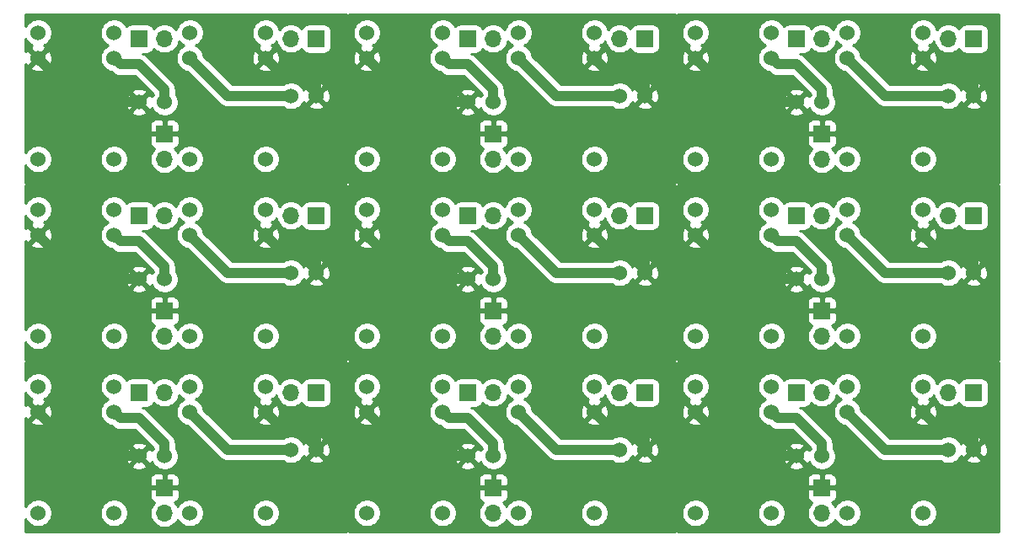
<source format=gbl>
G04 #@! TF.GenerationSoftware,KiCad,Pcbnew,(5.1.6)-1*
G04 #@! TF.CreationDate,2020-06-03T08:15:02+09:00*
G04 #@! TF.ProjectId,AND___,414e4462-d851-42e6-9b69-6361645f7063,rev?*
G04 #@! TF.SameCoordinates,Original*
G04 #@! TF.FileFunction,Copper,L2,Bot*
G04 #@! TF.FilePolarity,Positive*
%FSLAX46Y46*%
G04 Gerber Fmt 4.6, Leading zero omitted, Abs format (unit mm)*
G04 Created by KiCad (PCBNEW (5.1.6)-1) date 2020-06-03 08:15:02*
%MOMM*%
%LPD*%
G01*
G04 APERTURE LIST*
G04 #@! TA.AperFunction,ComponentPad*
%ADD10C,1.524000*%
G04 #@! TD*
G04 #@! TA.AperFunction,ComponentPad*
%ADD11R,1.700000X1.700000*%
G04 #@! TD*
G04 #@! TA.AperFunction,ComponentPad*
%ADD12O,1.700000X1.700000*%
G04 #@! TD*
G04 #@! TA.AperFunction,Conductor*
%ADD13C,1.000000*%
G04 #@! TD*
G04 #@! TA.AperFunction,Conductor*
%ADD14C,0.254000*%
G04 #@! TD*
G04 APERTURE END LIST*
D10*
X154940000Y-113030000D03*
X157480000Y-113030000D03*
X121920000Y-113030000D03*
X124460000Y-113030000D03*
X88900000Y-113030000D03*
X91440000Y-113030000D03*
X154940000Y-95250000D03*
X157480000Y-95250000D03*
X121920000Y-95250000D03*
X124460000Y-95250000D03*
X88900000Y-95250000D03*
X91440000Y-95250000D03*
X154940000Y-77470000D03*
X157480000Y-77470000D03*
X121920000Y-77470000D03*
X124460000Y-77470000D03*
D11*
X157480000Y-107280000D03*
D12*
X154940000Y-107280000D03*
D11*
X124460000Y-107280000D03*
D12*
X121920000Y-107280000D03*
D11*
X91440000Y-107280000D03*
D12*
X88900000Y-107280000D03*
D11*
X157480000Y-89500000D03*
D12*
X154940000Y-89500000D03*
D11*
X124460000Y-89500000D03*
D12*
X121920000Y-89500000D03*
D11*
X91440000Y-89500000D03*
D12*
X88900000Y-89500000D03*
D11*
X157480000Y-71720000D03*
D12*
X154940000Y-71720000D03*
D11*
X124460000Y-71720000D03*
D12*
X121920000Y-71720000D03*
D10*
X129540000Y-106680000D03*
X137160000Y-106680000D03*
X137160000Y-109220000D03*
X129540000Y-109220000D03*
X129540000Y-119380000D03*
X137160000Y-119380000D03*
X96520000Y-106680000D03*
X104140000Y-106680000D03*
X104140000Y-109220000D03*
X96520000Y-109220000D03*
X96520000Y-119380000D03*
X104140000Y-119380000D03*
X63500000Y-106680000D03*
X71120000Y-106680000D03*
X71120000Y-109220000D03*
X63500000Y-109220000D03*
X63500000Y-119380000D03*
X71120000Y-119380000D03*
X129540000Y-88900000D03*
X137160000Y-88900000D03*
X137160000Y-91440000D03*
X129540000Y-91440000D03*
X129540000Y-101600000D03*
X137160000Y-101600000D03*
X96520000Y-88900000D03*
X104140000Y-88900000D03*
X104140000Y-91440000D03*
X96520000Y-91440000D03*
X96520000Y-101600000D03*
X104140000Y-101600000D03*
X63500000Y-88900000D03*
X71120000Y-88900000D03*
X71120000Y-91440000D03*
X63500000Y-91440000D03*
X63500000Y-101600000D03*
X71120000Y-101600000D03*
X129540000Y-71120000D03*
X137160000Y-71120000D03*
X137160000Y-73660000D03*
X129540000Y-73660000D03*
X129540000Y-83820000D03*
X137160000Y-83820000D03*
X96520000Y-71120000D03*
X104140000Y-71120000D03*
X104140000Y-73660000D03*
X96520000Y-73660000D03*
X96520000Y-83820000D03*
X104140000Y-83820000D03*
D12*
X142240000Y-107280000D03*
D11*
X139700000Y-107280000D03*
D12*
X109220000Y-107280000D03*
D11*
X106680000Y-107280000D03*
D12*
X76200000Y-107280000D03*
D11*
X73660000Y-107280000D03*
D12*
X142240000Y-89500000D03*
D11*
X139700000Y-89500000D03*
D12*
X109220000Y-89500000D03*
D11*
X106680000Y-89500000D03*
D12*
X76200000Y-89500000D03*
D11*
X73660000Y-89500000D03*
D12*
X142240000Y-71720000D03*
D11*
X139700000Y-71720000D03*
D12*
X109220000Y-71720000D03*
D11*
X106680000Y-71720000D03*
D10*
X142240000Y-113665000D03*
X139700000Y-113665000D03*
X109220000Y-113665000D03*
X106680000Y-113665000D03*
X76200000Y-113665000D03*
X73660000Y-113665000D03*
X142240000Y-95885000D03*
X139700000Y-95885000D03*
X109220000Y-95885000D03*
X106680000Y-95885000D03*
X76200000Y-95885000D03*
X73660000Y-95885000D03*
X142240000Y-78105000D03*
X139700000Y-78105000D03*
X109220000Y-78105000D03*
X106680000Y-78105000D03*
D12*
X142240000Y-119380000D03*
D11*
X142240000Y-116840000D03*
D12*
X109220000Y-119380000D03*
D11*
X109220000Y-116840000D03*
D12*
X76200000Y-119380000D03*
D11*
X76200000Y-116840000D03*
D12*
X142240000Y-101600000D03*
D11*
X142240000Y-99060000D03*
D12*
X109220000Y-101600000D03*
D11*
X109220000Y-99060000D03*
D12*
X76200000Y-101600000D03*
D11*
X76200000Y-99060000D03*
D12*
X142240000Y-83820000D03*
D11*
X142240000Y-81280000D03*
D12*
X109220000Y-83820000D03*
D11*
X109220000Y-81280000D03*
D10*
X152400000Y-119380000D03*
X144780000Y-119380000D03*
X144780000Y-109220000D03*
X152400000Y-109220000D03*
X152400000Y-106680000D03*
X144780000Y-106680000D03*
X119380000Y-119380000D03*
X111760000Y-119380000D03*
X111760000Y-109220000D03*
X119380000Y-109220000D03*
X119380000Y-106680000D03*
X111760000Y-106680000D03*
X86360000Y-119380000D03*
X78740000Y-119380000D03*
X78740000Y-109220000D03*
X86360000Y-109220000D03*
X86360000Y-106680000D03*
X78740000Y-106680000D03*
X152400000Y-101600000D03*
X144780000Y-101600000D03*
X144780000Y-91440000D03*
X152400000Y-91440000D03*
X152400000Y-88900000D03*
X144780000Y-88900000D03*
X119380000Y-101600000D03*
X111760000Y-101600000D03*
X111760000Y-91440000D03*
X119380000Y-91440000D03*
X119380000Y-88900000D03*
X111760000Y-88900000D03*
X86360000Y-101600000D03*
X78740000Y-101600000D03*
X78740000Y-91440000D03*
X86360000Y-91440000D03*
X86360000Y-88900000D03*
X78740000Y-88900000D03*
X152400000Y-83820000D03*
X144780000Y-83820000D03*
X144780000Y-73660000D03*
X152400000Y-73660000D03*
X152400000Y-71120000D03*
X144780000Y-71120000D03*
X119380000Y-83820000D03*
X111760000Y-83820000D03*
X111760000Y-73660000D03*
X119380000Y-73660000D03*
X119380000Y-71120000D03*
X111760000Y-71120000D03*
X73660000Y-78105000D03*
X76200000Y-78105000D03*
X91440000Y-77470000D03*
X88900000Y-77470000D03*
D11*
X73660000Y-71720000D03*
D12*
X76200000Y-71720000D03*
D11*
X76200000Y-81280000D03*
D12*
X76200000Y-83820000D03*
X88900000Y-71720000D03*
D11*
X91440000Y-71720000D03*
D10*
X71120000Y-83820000D03*
X63500000Y-83820000D03*
X63500000Y-73660000D03*
X71120000Y-73660000D03*
X71120000Y-71120000D03*
X63500000Y-71120000D03*
X78740000Y-71120000D03*
X86360000Y-71120000D03*
X86360000Y-73660000D03*
X78740000Y-73660000D03*
X78740000Y-83820000D03*
X86360000Y-83820000D03*
D13*
X76200000Y-78105000D02*
X76200000Y-76835000D01*
X76200000Y-76835000D02*
X73660000Y-74295000D01*
X71755000Y-74295000D02*
X71120000Y-73660000D01*
X73660000Y-74295000D02*
X71755000Y-74295000D01*
X109220000Y-78105000D02*
X109220000Y-76835000D01*
X142240000Y-78105000D02*
X142240000Y-76835000D01*
X76200000Y-95885000D02*
X76200000Y-94615000D01*
X109220000Y-95885000D02*
X109220000Y-94615000D01*
X142240000Y-95885000D02*
X142240000Y-94615000D01*
X76200000Y-113665000D02*
X76200000Y-112395000D01*
X109220000Y-113665000D02*
X109220000Y-112395000D01*
X142240000Y-113665000D02*
X142240000Y-112395000D01*
X109220000Y-76835000D02*
X106680000Y-74295000D01*
X142240000Y-76835000D02*
X139700000Y-74295000D01*
X76200000Y-94615000D02*
X73660000Y-92075000D01*
X109220000Y-94615000D02*
X106680000Y-92075000D01*
X142240000Y-94615000D02*
X139700000Y-92075000D01*
X76200000Y-112395000D02*
X73660000Y-109855000D01*
X109220000Y-112395000D02*
X106680000Y-109855000D01*
X142240000Y-112395000D02*
X139700000Y-109855000D01*
X104775000Y-74295000D02*
X104140000Y-73660000D01*
X137795000Y-74295000D02*
X137160000Y-73660000D01*
X71755000Y-92075000D02*
X71120000Y-91440000D01*
X104775000Y-92075000D02*
X104140000Y-91440000D01*
X137795000Y-92075000D02*
X137160000Y-91440000D01*
X71755000Y-109855000D02*
X71120000Y-109220000D01*
X104775000Y-109855000D02*
X104140000Y-109220000D01*
X137795000Y-109855000D02*
X137160000Y-109220000D01*
X106680000Y-74295000D02*
X104775000Y-74295000D01*
X139700000Y-74295000D02*
X137795000Y-74295000D01*
X73660000Y-92075000D02*
X71755000Y-92075000D01*
X106680000Y-92075000D02*
X104775000Y-92075000D01*
X139700000Y-92075000D02*
X137795000Y-92075000D01*
X73660000Y-109855000D02*
X71755000Y-109855000D01*
X106680000Y-109855000D02*
X104775000Y-109855000D01*
X139700000Y-109855000D02*
X137795000Y-109855000D01*
X82550000Y-77470000D02*
X78740000Y-73660000D01*
X88900000Y-77470000D02*
X82550000Y-77470000D01*
X115570000Y-77470000D02*
X111760000Y-73660000D01*
X148590000Y-77470000D02*
X144780000Y-73660000D01*
X82550000Y-95250000D02*
X78740000Y-91440000D01*
X115570000Y-95250000D02*
X111760000Y-91440000D01*
X148590000Y-95250000D02*
X144780000Y-91440000D01*
X82550000Y-113030000D02*
X78740000Y-109220000D01*
X115570000Y-113030000D02*
X111760000Y-109220000D01*
X148590000Y-113030000D02*
X144780000Y-109220000D01*
X121920000Y-77470000D02*
X115570000Y-77470000D01*
X154940000Y-77470000D02*
X148590000Y-77470000D01*
X88900000Y-95250000D02*
X82550000Y-95250000D01*
X121920000Y-95250000D02*
X115570000Y-95250000D01*
X154940000Y-95250000D02*
X148590000Y-95250000D01*
X88900000Y-113030000D02*
X82550000Y-113030000D01*
X121920000Y-113030000D02*
X115570000Y-113030000D01*
X154940000Y-113030000D02*
X148590000Y-113030000D01*
X86360000Y-73660000D02*
X88265000Y-75565000D01*
X88265000Y-75565000D02*
X90805000Y-75565000D01*
X90805000Y-75565000D02*
X91440000Y-76200000D01*
X91440000Y-76200000D02*
X91440000Y-77470000D01*
X67945000Y-78105000D02*
X63500000Y-73660000D01*
X73660000Y-78105000D02*
X67945000Y-78105000D01*
X121285000Y-75565000D02*
X123825000Y-75565000D01*
X154305000Y-75565000D02*
X156845000Y-75565000D01*
X88265000Y-93345000D02*
X90805000Y-93345000D01*
X121285000Y-93345000D02*
X123825000Y-93345000D01*
X154305000Y-93345000D02*
X156845000Y-93345000D01*
X88265000Y-111125000D02*
X90805000Y-111125000D01*
X121285000Y-111125000D02*
X123825000Y-111125000D01*
X154305000Y-111125000D02*
X156845000Y-111125000D01*
X119380000Y-73660000D02*
X121285000Y-75565000D01*
X152400000Y-73660000D02*
X154305000Y-75565000D01*
X86360000Y-91440000D02*
X88265000Y-93345000D01*
X119380000Y-91440000D02*
X121285000Y-93345000D01*
X152400000Y-91440000D02*
X154305000Y-93345000D01*
X86360000Y-109220000D02*
X88265000Y-111125000D01*
X119380000Y-109220000D02*
X121285000Y-111125000D01*
X152400000Y-109220000D02*
X154305000Y-111125000D01*
X106680000Y-78105000D02*
X100965000Y-78105000D01*
X139700000Y-78105000D02*
X133985000Y-78105000D01*
X73660000Y-95885000D02*
X67945000Y-95885000D01*
X106680000Y-95885000D02*
X100965000Y-95885000D01*
X139700000Y-95885000D02*
X133985000Y-95885000D01*
X73660000Y-113665000D02*
X67945000Y-113665000D01*
X106680000Y-113665000D02*
X100965000Y-113665000D01*
X139700000Y-113665000D02*
X133985000Y-113665000D01*
X100965000Y-78105000D02*
X96520000Y-73660000D01*
X133985000Y-78105000D02*
X129540000Y-73660000D01*
X67945000Y-95885000D02*
X63500000Y-91440000D01*
X100965000Y-95885000D02*
X96520000Y-91440000D01*
X133985000Y-95885000D02*
X129540000Y-91440000D01*
X67945000Y-113665000D02*
X63500000Y-109220000D01*
X100965000Y-113665000D02*
X96520000Y-109220000D01*
X133985000Y-113665000D02*
X129540000Y-109220000D01*
X123825000Y-75565000D02*
X124460000Y-76200000D01*
X156845000Y-75565000D02*
X157480000Y-76200000D01*
X90805000Y-93345000D02*
X91440000Y-93980000D01*
X123825000Y-93345000D02*
X124460000Y-93980000D01*
X156845000Y-93345000D02*
X157480000Y-93980000D01*
X90805000Y-111125000D02*
X91440000Y-111760000D01*
X123825000Y-111125000D02*
X124460000Y-111760000D01*
X156845000Y-111125000D02*
X157480000Y-111760000D01*
X124460000Y-76200000D02*
X124460000Y-77470000D01*
X157480000Y-76200000D02*
X157480000Y-77470000D01*
X91440000Y-93980000D02*
X91440000Y-95250000D01*
X124460000Y-93980000D02*
X124460000Y-95250000D01*
X157480000Y-93980000D02*
X157480000Y-95250000D01*
X91440000Y-111760000D02*
X91440000Y-113030000D01*
X124460000Y-111760000D02*
X124460000Y-113030000D01*
X157480000Y-111760000D02*
X157480000Y-113030000D01*
D14*
G36*
X94488000Y-86233000D02*
G01*
X62255000Y-86233000D01*
X62255000Y-84464840D01*
X62261995Y-84481727D01*
X62414880Y-84710535D01*
X62609465Y-84905120D01*
X62838273Y-85058005D01*
X63092510Y-85163314D01*
X63362408Y-85217000D01*
X63637592Y-85217000D01*
X63907490Y-85163314D01*
X64161727Y-85058005D01*
X64390535Y-84905120D01*
X64585120Y-84710535D01*
X64738005Y-84481727D01*
X64843314Y-84227490D01*
X64897000Y-83957592D01*
X64897000Y-83682408D01*
X69723000Y-83682408D01*
X69723000Y-83957592D01*
X69776686Y-84227490D01*
X69881995Y-84481727D01*
X70034880Y-84710535D01*
X70229465Y-84905120D01*
X70458273Y-85058005D01*
X70712510Y-85163314D01*
X70982408Y-85217000D01*
X71257592Y-85217000D01*
X71527490Y-85163314D01*
X71781727Y-85058005D01*
X72010535Y-84905120D01*
X72205120Y-84710535D01*
X72358005Y-84481727D01*
X72463314Y-84227490D01*
X72517000Y-83957592D01*
X72517000Y-83682408D01*
X72463314Y-83412510D01*
X72358005Y-83158273D01*
X72205120Y-82929465D01*
X72010535Y-82734880D01*
X71781727Y-82581995D01*
X71527490Y-82476686D01*
X71257592Y-82423000D01*
X70982408Y-82423000D01*
X70712510Y-82476686D01*
X70458273Y-82581995D01*
X70229465Y-82734880D01*
X70034880Y-82929465D01*
X69881995Y-83158273D01*
X69776686Y-83412510D01*
X69723000Y-83682408D01*
X64897000Y-83682408D01*
X64843314Y-83412510D01*
X64738005Y-83158273D01*
X64585120Y-82929465D01*
X64390535Y-82734880D01*
X64161727Y-82581995D01*
X63907490Y-82476686D01*
X63637592Y-82423000D01*
X63362408Y-82423000D01*
X63092510Y-82476686D01*
X62838273Y-82581995D01*
X62609465Y-82734880D01*
X62414880Y-82929465D01*
X62261995Y-83158273D01*
X62255000Y-83175160D01*
X62255000Y-82130000D01*
X74711928Y-82130000D01*
X74724188Y-82254482D01*
X74760498Y-82374180D01*
X74819463Y-82484494D01*
X74898815Y-82581185D01*
X74995506Y-82660537D01*
X75105820Y-82719502D01*
X75178380Y-82741513D01*
X75046525Y-82873368D01*
X74884010Y-83116589D01*
X74772068Y-83386842D01*
X74715000Y-83673740D01*
X74715000Y-83966260D01*
X74772068Y-84253158D01*
X74884010Y-84523411D01*
X75046525Y-84766632D01*
X75253368Y-84973475D01*
X75496589Y-85135990D01*
X75766842Y-85247932D01*
X76053740Y-85305000D01*
X76346260Y-85305000D01*
X76633158Y-85247932D01*
X76903411Y-85135990D01*
X77146632Y-84973475D01*
X77353475Y-84766632D01*
X77515990Y-84523411D01*
X77521293Y-84510608D01*
X77654880Y-84710535D01*
X77849465Y-84905120D01*
X78078273Y-85058005D01*
X78332510Y-85163314D01*
X78602408Y-85217000D01*
X78877592Y-85217000D01*
X79147490Y-85163314D01*
X79401727Y-85058005D01*
X79630535Y-84905120D01*
X79825120Y-84710535D01*
X79978005Y-84481727D01*
X80083314Y-84227490D01*
X80137000Y-83957592D01*
X80137000Y-83682408D01*
X84963000Y-83682408D01*
X84963000Y-83957592D01*
X85016686Y-84227490D01*
X85121995Y-84481727D01*
X85274880Y-84710535D01*
X85469465Y-84905120D01*
X85698273Y-85058005D01*
X85952510Y-85163314D01*
X86222408Y-85217000D01*
X86497592Y-85217000D01*
X86767490Y-85163314D01*
X87021727Y-85058005D01*
X87250535Y-84905120D01*
X87445120Y-84710535D01*
X87598005Y-84481727D01*
X87703314Y-84227490D01*
X87757000Y-83957592D01*
X87757000Y-83682408D01*
X87703314Y-83412510D01*
X87598005Y-83158273D01*
X87445120Y-82929465D01*
X87250535Y-82734880D01*
X87021727Y-82581995D01*
X86767490Y-82476686D01*
X86497592Y-82423000D01*
X86222408Y-82423000D01*
X85952510Y-82476686D01*
X85698273Y-82581995D01*
X85469465Y-82734880D01*
X85274880Y-82929465D01*
X85121995Y-83158273D01*
X85016686Y-83412510D01*
X84963000Y-83682408D01*
X80137000Y-83682408D01*
X80083314Y-83412510D01*
X79978005Y-83158273D01*
X79825120Y-82929465D01*
X79630535Y-82734880D01*
X79401727Y-82581995D01*
X79147490Y-82476686D01*
X78877592Y-82423000D01*
X78602408Y-82423000D01*
X78332510Y-82476686D01*
X78078273Y-82581995D01*
X77849465Y-82734880D01*
X77654880Y-82929465D01*
X77521293Y-83129392D01*
X77515990Y-83116589D01*
X77353475Y-82873368D01*
X77221620Y-82741513D01*
X77294180Y-82719502D01*
X77404494Y-82660537D01*
X77501185Y-82581185D01*
X77580537Y-82484494D01*
X77639502Y-82374180D01*
X77675812Y-82254482D01*
X77688072Y-82130000D01*
X77685000Y-81565750D01*
X77526250Y-81407000D01*
X76327000Y-81407000D01*
X76327000Y-81427000D01*
X76073000Y-81427000D01*
X76073000Y-81407000D01*
X74873750Y-81407000D01*
X74715000Y-81565750D01*
X74711928Y-82130000D01*
X62255000Y-82130000D01*
X62255000Y-80430000D01*
X74711928Y-80430000D01*
X74715000Y-80994250D01*
X74873750Y-81153000D01*
X76073000Y-81153000D01*
X76073000Y-79953750D01*
X76327000Y-79953750D01*
X76327000Y-81153000D01*
X77526250Y-81153000D01*
X77685000Y-80994250D01*
X77688072Y-80430000D01*
X77675812Y-80305518D01*
X77639502Y-80185820D01*
X77580537Y-80075506D01*
X77501185Y-79978815D01*
X77404494Y-79899463D01*
X77294180Y-79840498D01*
X77174482Y-79804188D01*
X77050000Y-79791928D01*
X76485750Y-79795000D01*
X76327000Y-79953750D01*
X76073000Y-79953750D01*
X75914250Y-79795000D01*
X75350000Y-79791928D01*
X75225518Y-79804188D01*
X75105820Y-79840498D01*
X74995506Y-79899463D01*
X74898815Y-79978815D01*
X74819463Y-80075506D01*
X74760498Y-80185820D01*
X74724188Y-80305518D01*
X74711928Y-80430000D01*
X62255000Y-80430000D01*
X62255000Y-79070565D01*
X72874040Y-79070565D01*
X72941020Y-79310656D01*
X73190048Y-79427756D01*
X73457135Y-79494023D01*
X73732017Y-79506910D01*
X74004133Y-79465922D01*
X74263023Y-79372636D01*
X74378980Y-79310656D01*
X74445960Y-79070565D01*
X73660000Y-78284605D01*
X72874040Y-79070565D01*
X62255000Y-79070565D01*
X62255000Y-78177017D01*
X72258090Y-78177017D01*
X72299078Y-78449133D01*
X72392364Y-78708023D01*
X72454344Y-78823980D01*
X72694435Y-78890960D01*
X73480395Y-78105000D01*
X72694435Y-77319040D01*
X72454344Y-77386020D01*
X72337244Y-77635048D01*
X72270977Y-77902135D01*
X72258090Y-78177017D01*
X62255000Y-78177017D01*
X62255000Y-77139435D01*
X72874040Y-77139435D01*
X73660000Y-77925395D01*
X74445960Y-77139435D01*
X74378980Y-76899344D01*
X74129952Y-76782244D01*
X73862865Y-76715977D01*
X73587983Y-76703090D01*
X73315867Y-76744078D01*
X73056977Y-76837364D01*
X72941020Y-76899344D01*
X72874040Y-77139435D01*
X62255000Y-77139435D01*
X62255000Y-74625565D01*
X62714040Y-74625565D01*
X62781020Y-74865656D01*
X63030048Y-74982756D01*
X63297135Y-75049023D01*
X63572017Y-75061910D01*
X63844133Y-75020922D01*
X64103023Y-74927636D01*
X64218980Y-74865656D01*
X64285960Y-74625565D01*
X63500000Y-73839605D01*
X62714040Y-74625565D01*
X62255000Y-74625565D01*
X62255000Y-74305372D01*
X62294344Y-74378980D01*
X62534435Y-74445960D01*
X63320395Y-73660000D01*
X63679605Y-73660000D01*
X64465565Y-74445960D01*
X64705656Y-74378980D01*
X64822756Y-74129952D01*
X64889023Y-73862865D01*
X64901910Y-73587983D01*
X64860922Y-73315867D01*
X64767636Y-73056977D01*
X64705656Y-72941020D01*
X64465565Y-72874040D01*
X63679605Y-73660000D01*
X63320395Y-73660000D01*
X62534435Y-72874040D01*
X62294344Y-72941020D01*
X62255000Y-73024690D01*
X62255000Y-71764840D01*
X62261995Y-71781727D01*
X62414880Y-72010535D01*
X62609465Y-72205120D01*
X62838273Y-72358005D01*
X62909943Y-72387692D01*
X62896977Y-72392364D01*
X62781020Y-72454344D01*
X62714040Y-72694435D01*
X63500000Y-73480395D01*
X64285960Y-72694435D01*
X64218980Y-72454344D01*
X64083240Y-72390515D01*
X64161727Y-72358005D01*
X64390535Y-72205120D01*
X64585120Y-72010535D01*
X64738005Y-71781727D01*
X64843314Y-71527490D01*
X64897000Y-71257592D01*
X64897000Y-70982408D01*
X69723000Y-70982408D01*
X69723000Y-71257592D01*
X69776686Y-71527490D01*
X69881995Y-71781727D01*
X70034880Y-72010535D01*
X70229465Y-72205120D01*
X70458273Y-72358005D01*
X70535515Y-72390000D01*
X70458273Y-72421995D01*
X70229465Y-72574880D01*
X70034880Y-72769465D01*
X69881995Y-72998273D01*
X69776686Y-73252510D01*
X69723000Y-73522408D01*
X69723000Y-73797592D01*
X69776686Y-74067490D01*
X69881995Y-74321727D01*
X70034880Y-74550535D01*
X70229465Y-74745120D01*
X70458273Y-74898005D01*
X70712510Y-75003314D01*
X70894353Y-75039485D01*
X70913008Y-75058140D01*
X70948551Y-75101449D01*
X70991857Y-75136989D01*
X71121377Y-75243284D01*
X71318553Y-75348676D01*
X71532501Y-75413577D01*
X71755000Y-75435491D01*
X71810752Y-75430000D01*
X73189869Y-75430000D01*
X75058585Y-77298717D01*
X74961995Y-77443273D01*
X74932308Y-77514943D01*
X74927636Y-77501977D01*
X74865656Y-77386020D01*
X74625565Y-77319040D01*
X73839605Y-78105000D01*
X74625565Y-78890960D01*
X74865656Y-78823980D01*
X74929485Y-78688240D01*
X74961995Y-78766727D01*
X75114880Y-78995535D01*
X75309465Y-79190120D01*
X75538273Y-79343005D01*
X75792510Y-79448314D01*
X76062408Y-79502000D01*
X76337592Y-79502000D01*
X76607490Y-79448314D01*
X76861727Y-79343005D01*
X77090535Y-79190120D01*
X77285120Y-78995535D01*
X77438005Y-78766727D01*
X77543314Y-78512490D01*
X77597000Y-78242592D01*
X77597000Y-77967408D01*
X77543314Y-77697510D01*
X77438005Y-77443273D01*
X77335000Y-77289116D01*
X77335000Y-76890741D01*
X77340490Y-76834999D01*
X77335000Y-76779257D01*
X77335000Y-76779248D01*
X77318577Y-76612501D01*
X77253676Y-76398553D01*
X77148284Y-76201377D01*
X77006449Y-76028551D01*
X76963141Y-75993009D01*
X74501996Y-73531865D01*
X74466449Y-73488551D01*
X74293623Y-73346716D01*
X74096447Y-73241324D01*
X73986831Y-73208072D01*
X74510000Y-73208072D01*
X74634482Y-73195812D01*
X74754180Y-73159502D01*
X74864494Y-73100537D01*
X74961185Y-73021185D01*
X75040537Y-72924494D01*
X75099502Y-72814180D01*
X75121513Y-72741620D01*
X75253368Y-72873475D01*
X75496589Y-73035990D01*
X75766842Y-73147932D01*
X76053740Y-73205000D01*
X76346260Y-73205000D01*
X76633158Y-73147932D01*
X76903411Y-73035990D01*
X77146632Y-72873475D01*
X77353475Y-72666632D01*
X77515990Y-72423411D01*
X77627932Y-72153158D01*
X77656066Y-72011721D01*
X77849465Y-72205120D01*
X78078273Y-72358005D01*
X78155515Y-72390000D01*
X78078273Y-72421995D01*
X77849465Y-72574880D01*
X77654880Y-72769465D01*
X77501995Y-72998273D01*
X77396686Y-73252510D01*
X77343000Y-73522408D01*
X77343000Y-73797592D01*
X77396686Y-74067490D01*
X77501995Y-74321727D01*
X77654880Y-74550535D01*
X77849465Y-74745120D01*
X78078273Y-74898005D01*
X78332510Y-75003314D01*
X78514354Y-75039485D01*
X81708013Y-78233146D01*
X81743551Y-78276449D01*
X81786854Y-78311987D01*
X81786856Y-78311989D01*
X81916377Y-78418284D01*
X82113553Y-78523676D01*
X82327501Y-78588577D01*
X82550000Y-78610491D01*
X82605752Y-78605000D01*
X88084116Y-78605000D01*
X88238273Y-78708005D01*
X88492510Y-78813314D01*
X88762408Y-78867000D01*
X89037592Y-78867000D01*
X89307490Y-78813314D01*
X89561727Y-78708005D01*
X89790535Y-78555120D01*
X89910090Y-78435565D01*
X90654040Y-78435565D01*
X90721020Y-78675656D01*
X90970048Y-78792756D01*
X91237135Y-78859023D01*
X91512017Y-78871910D01*
X91784133Y-78830922D01*
X92043023Y-78737636D01*
X92158980Y-78675656D01*
X92225960Y-78435565D01*
X91440000Y-77649605D01*
X90654040Y-78435565D01*
X89910090Y-78435565D01*
X89985120Y-78360535D01*
X90138005Y-78131727D01*
X90167692Y-78060057D01*
X90172364Y-78073023D01*
X90234344Y-78188980D01*
X90474435Y-78255960D01*
X91260395Y-77470000D01*
X91619605Y-77470000D01*
X92405565Y-78255960D01*
X92645656Y-78188980D01*
X92762756Y-77939952D01*
X92829023Y-77672865D01*
X92841910Y-77397983D01*
X92800922Y-77125867D01*
X92707636Y-76866977D01*
X92645656Y-76751020D01*
X92405565Y-76684040D01*
X91619605Y-77470000D01*
X91260395Y-77470000D01*
X90474435Y-76684040D01*
X90234344Y-76751020D01*
X90170515Y-76886760D01*
X90138005Y-76808273D01*
X89985120Y-76579465D01*
X89910090Y-76504435D01*
X90654040Y-76504435D01*
X91440000Y-77290395D01*
X92225960Y-76504435D01*
X92158980Y-76264344D01*
X91909952Y-76147244D01*
X91642865Y-76080977D01*
X91367983Y-76068090D01*
X91095867Y-76109078D01*
X90836977Y-76202364D01*
X90721020Y-76264344D01*
X90654040Y-76504435D01*
X89910090Y-76504435D01*
X89790535Y-76384880D01*
X89561727Y-76231995D01*
X89307490Y-76126686D01*
X89037592Y-76073000D01*
X88762408Y-76073000D01*
X88492510Y-76126686D01*
X88238273Y-76231995D01*
X88084116Y-76335000D01*
X83020133Y-76335000D01*
X81310698Y-74625565D01*
X85574040Y-74625565D01*
X85641020Y-74865656D01*
X85890048Y-74982756D01*
X86157135Y-75049023D01*
X86432017Y-75061910D01*
X86704133Y-75020922D01*
X86963023Y-74927636D01*
X87078980Y-74865656D01*
X87145960Y-74625565D01*
X86360000Y-73839605D01*
X85574040Y-74625565D01*
X81310698Y-74625565D01*
X80417149Y-73732017D01*
X84958090Y-73732017D01*
X84999078Y-74004133D01*
X85092364Y-74263023D01*
X85154344Y-74378980D01*
X85394435Y-74445960D01*
X86180395Y-73660000D01*
X86539605Y-73660000D01*
X87325565Y-74445960D01*
X87565656Y-74378980D01*
X87682756Y-74129952D01*
X87749023Y-73862865D01*
X87761910Y-73587983D01*
X87720922Y-73315867D01*
X87627636Y-73056977D01*
X87565656Y-72941020D01*
X87325565Y-72874040D01*
X86539605Y-73660000D01*
X86180395Y-73660000D01*
X85394435Y-72874040D01*
X85154344Y-72941020D01*
X85037244Y-73190048D01*
X84970977Y-73457135D01*
X84958090Y-73732017D01*
X80417149Y-73732017D01*
X80119485Y-73434354D01*
X80083314Y-73252510D01*
X79978005Y-72998273D01*
X79825120Y-72769465D01*
X79630535Y-72574880D01*
X79401727Y-72421995D01*
X79324485Y-72390000D01*
X79401727Y-72358005D01*
X79630535Y-72205120D01*
X79825120Y-72010535D01*
X79978005Y-71781727D01*
X80083314Y-71527490D01*
X80137000Y-71257592D01*
X80137000Y-70982408D01*
X84963000Y-70982408D01*
X84963000Y-71257592D01*
X85016686Y-71527490D01*
X85121995Y-71781727D01*
X85274880Y-72010535D01*
X85469465Y-72205120D01*
X85698273Y-72358005D01*
X85769943Y-72387692D01*
X85756977Y-72392364D01*
X85641020Y-72454344D01*
X85574040Y-72694435D01*
X86360000Y-73480395D01*
X87145960Y-72694435D01*
X87078980Y-72454344D01*
X86943240Y-72390515D01*
X87021727Y-72358005D01*
X87250535Y-72205120D01*
X87443934Y-72011721D01*
X87472068Y-72153158D01*
X87584010Y-72423411D01*
X87746525Y-72666632D01*
X87953368Y-72873475D01*
X88196589Y-73035990D01*
X88466842Y-73147932D01*
X88753740Y-73205000D01*
X89046260Y-73205000D01*
X89333158Y-73147932D01*
X89603411Y-73035990D01*
X89846632Y-72873475D01*
X89978487Y-72741620D01*
X90000498Y-72814180D01*
X90059463Y-72924494D01*
X90138815Y-73021185D01*
X90235506Y-73100537D01*
X90345820Y-73159502D01*
X90465518Y-73195812D01*
X90590000Y-73208072D01*
X92290000Y-73208072D01*
X92414482Y-73195812D01*
X92534180Y-73159502D01*
X92644494Y-73100537D01*
X92741185Y-73021185D01*
X92820537Y-72924494D01*
X92879502Y-72814180D01*
X92915812Y-72694482D01*
X92928072Y-72570000D01*
X92928072Y-70870000D01*
X92915812Y-70745518D01*
X92879502Y-70625820D01*
X92820537Y-70515506D01*
X92741185Y-70418815D01*
X92644494Y-70339463D01*
X92534180Y-70280498D01*
X92414482Y-70244188D01*
X92290000Y-70231928D01*
X90590000Y-70231928D01*
X90465518Y-70244188D01*
X90345820Y-70280498D01*
X90235506Y-70339463D01*
X90138815Y-70418815D01*
X90059463Y-70515506D01*
X90000498Y-70625820D01*
X89978487Y-70698380D01*
X89846632Y-70566525D01*
X89603411Y-70404010D01*
X89333158Y-70292068D01*
X89046260Y-70235000D01*
X88753740Y-70235000D01*
X88466842Y-70292068D01*
X88196589Y-70404010D01*
X87953368Y-70566525D01*
X87746525Y-70773368D01*
X87722555Y-70809242D01*
X87703314Y-70712510D01*
X87598005Y-70458273D01*
X87445120Y-70229465D01*
X87250535Y-70034880D01*
X87021727Y-69881995D01*
X86767490Y-69776686D01*
X86497592Y-69723000D01*
X86222408Y-69723000D01*
X85952510Y-69776686D01*
X85698273Y-69881995D01*
X85469465Y-70034880D01*
X85274880Y-70229465D01*
X85121995Y-70458273D01*
X85016686Y-70712510D01*
X84963000Y-70982408D01*
X80137000Y-70982408D01*
X80083314Y-70712510D01*
X79978005Y-70458273D01*
X79825120Y-70229465D01*
X79630535Y-70034880D01*
X79401727Y-69881995D01*
X79147490Y-69776686D01*
X78877592Y-69723000D01*
X78602408Y-69723000D01*
X78332510Y-69776686D01*
X78078273Y-69881995D01*
X77849465Y-70034880D01*
X77654880Y-70229465D01*
X77501995Y-70458273D01*
X77396686Y-70712510D01*
X77377445Y-70809242D01*
X77353475Y-70773368D01*
X77146632Y-70566525D01*
X76903411Y-70404010D01*
X76633158Y-70292068D01*
X76346260Y-70235000D01*
X76053740Y-70235000D01*
X75766842Y-70292068D01*
X75496589Y-70404010D01*
X75253368Y-70566525D01*
X75121513Y-70698380D01*
X75099502Y-70625820D01*
X75040537Y-70515506D01*
X74961185Y-70418815D01*
X74864494Y-70339463D01*
X74754180Y-70280498D01*
X74634482Y-70244188D01*
X74510000Y-70231928D01*
X72810000Y-70231928D01*
X72685518Y-70244188D01*
X72565820Y-70280498D01*
X72455506Y-70339463D01*
X72358815Y-70418815D01*
X72343836Y-70437067D01*
X72205120Y-70229465D01*
X72010535Y-70034880D01*
X71781727Y-69881995D01*
X71527490Y-69776686D01*
X71257592Y-69723000D01*
X70982408Y-69723000D01*
X70712510Y-69776686D01*
X70458273Y-69881995D01*
X70229465Y-70034880D01*
X70034880Y-70229465D01*
X69881995Y-70458273D01*
X69776686Y-70712510D01*
X69723000Y-70982408D01*
X64897000Y-70982408D01*
X64843314Y-70712510D01*
X64738005Y-70458273D01*
X64585120Y-70229465D01*
X64390535Y-70034880D01*
X64161727Y-69881995D01*
X63907490Y-69776686D01*
X63637592Y-69723000D01*
X63362408Y-69723000D01*
X63092510Y-69776686D01*
X62838273Y-69881995D01*
X62609465Y-70034880D01*
X62414880Y-70229465D01*
X62261995Y-70458273D01*
X62255000Y-70475160D01*
X62255000Y-69240000D01*
X94488000Y-69240000D01*
X94488000Y-86233000D01*
G37*
X94488000Y-86233000D02*
X62255000Y-86233000D01*
X62255000Y-84464840D01*
X62261995Y-84481727D01*
X62414880Y-84710535D01*
X62609465Y-84905120D01*
X62838273Y-85058005D01*
X63092510Y-85163314D01*
X63362408Y-85217000D01*
X63637592Y-85217000D01*
X63907490Y-85163314D01*
X64161727Y-85058005D01*
X64390535Y-84905120D01*
X64585120Y-84710535D01*
X64738005Y-84481727D01*
X64843314Y-84227490D01*
X64897000Y-83957592D01*
X64897000Y-83682408D01*
X69723000Y-83682408D01*
X69723000Y-83957592D01*
X69776686Y-84227490D01*
X69881995Y-84481727D01*
X70034880Y-84710535D01*
X70229465Y-84905120D01*
X70458273Y-85058005D01*
X70712510Y-85163314D01*
X70982408Y-85217000D01*
X71257592Y-85217000D01*
X71527490Y-85163314D01*
X71781727Y-85058005D01*
X72010535Y-84905120D01*
X72205120Y-84710535D01*
X72358005Y-84481727D01*
X72463314Y-84227490D01*
X72517000Y-83957592D01*
X72517000Y-83682408D01*
X72463314Y-83412510D01*
X72358005Y-83158273D01*
X72205120Y-82929465D01*
X72010535Y-82734880D01*
X71781727Y-82581995D01*
X71527490Y-82476686D01*
X71257592Y-82423000D01*
X70982408Y-82423000D01*
X70712510Y-82476686D01*
X70458273Y-82581995D01*
X70229465Y-82734880D01*
X70034880Y-82929465D01*
X69881995Y-83158273D01*
X69776686Y-83412510D01*
X69723000Y-83682408D01*
X64897000Y-83682408D01*
X64843314Y-83412510D01*
X64738005Y-83158273D01*
X64585120Y-82929465D01*
X64390535Y-82734880D01*
X64161727Y-82581995D01*
X63907490Y-82476686D01*
X63637592Y-82423000D01*
X63362408Y-82423000D01*
X63092510Y-82476686D01*
X62838273Y-82581995D01*
X62609465Y-82734880D01*
X62414880Y-82929465D01*
X62261995Y-83158273D01*
X62255000Y-83175160D01*
X62255000Y-82130000D01*
X74711928Y-82130000D01*
X74724188Y-82254482D01*
X74760498Y-82374180D01*
X74819463Y-82484494D01*
X74898815Y-82581185D01*
X74995506Y-82660537D01*
X75105820Y-82719502D01*
X75178380Y-82741513D01*
X75046525Y-82873368D01*
X74884010Y-83116589D01*
X74772068Y-83386842D01*
X74715000Y-83673740D01*
X74715000Y-83966260D01*
X74772068Y-84253158D01*
X74884010Y-84523411D01*
X75046525Y-84766632D01*
X75253368Y-84973475D01*
X75496589Y-85135990D01*
X75766842Y-85247932D01*
X76053740Y-85305000D01*
X76346260Y-85305000D01*
X76633158Y-85247932D01*
X76903411Y-85135990D01*
X77146632Y-84973475D01*
X77353475Y-84766632D01*
X77515990Y-84523411D01*
X77521293Y-84510608D01*
X77654880Y-84710535D01*
X77849465Y-84905120D01*
X78078273Y-85058005D01*
X78332510Y-85163314D01*
X78602408Y-85217000D01*
X78877592Y-85217000D01*
X79147490Y-85163314D01*
X79401727Y-85058005D01*
X79630535Y-84905120D01*
X79825120Y-84710535D01*
X79978005Y-84481727D01*
X80083314Y-84227490D01*
X80137000Y-83957592D01*
X80137000Y-83682408D01*
X84963000Y-83682408D01*
X84963000Y-83957592D01*
X85016686Y-84227490D01*
X85121995Y-84481727D01*
X85274880Y-84710535D01*
X85469465Y-84905120D01*
X85698273Y-85058005D01*
X85952510Y-85163314D01*
X86222408Y-85217000D01*
X86497592Y-85217000D01*
X86767490Y-85163314D01*
X87021727Y-85058005D01*
X87250535Y-84905120D01*
X87445120Y-84710535D01*
X87598005Y-84481727D01*
X87703314Y-84227490D01*
X87757000Y-83957592D01*
X87757000Y-83682408D01*
X87703314Y-83412510D01*
X87598005Y-83158273D01*
X87445120Y-82929465D01*
X87250535Y-82734880D01*
X87021727Y-82581995D01*
X86767490Y-82476686D01*
X86497592Y-82423000D01*
X86222408Y-82423000D01*
X85952510Y-82476686D01*
X85698273Y-82581995D01*
X85469465Y-82734880D01*
X85274880Y-82929465D01*
X85121995Y-83158273D01*
X85016686Y-83412510D01*
X84963000Y-83682408D01*
X80137000Y-83682408D01*
X80083314Y-83412510D01*
X79978005Y-83158273D01*
X79825120Y-82929465D01*
X79630535Y-82734880D01*
X79401727Y-82581995D01*
X79147490Y-82476686D01*
X78877592Y-82423000D01*
X78602408Y-82423000D01*
X78332510Y-82476686D01*
X78078273Y-82581995D01*
X77849465Y-82734880D01*
X77654880Y-82929465D01*
X77521293Y-83129392D01*
X77515990Y-83116589D01*
X77353475Y-82873368D01*
X77221620Y-82741513D01*
X77294180Y-82719502D01*
X77404494Y-82660537D01*
X77501185Y-82581185D01*
X77580537Y-82484494D01*
X77639502Y-82374180D01*
X77675812Y-82254482D01*
X77688072Y-82130000D01*
X77685000Y-81565750D01*
X77526250Y-81407000D01*
X76327000Y-81407000D01*
X76327000Y-81427000D01*
X76073000Y-81427000D01*
X76073000Y-81407000D01*
X74873750Y-81407000D01*
X74715000Y-81565750D01*
X74711928Y-82130000D01*
X62255000Y-82130000D01*
X62255000Y-80430000D01*
X74711928Y-80430000D01*
X74715000Y-80994250D01*
X74873750Y-81153000D01*
X76073000Y-81153000D01*
X76073000Y-79953750D01*
X76327000Y-79953750D01*
X76327000Y-81153000D01*
X77526250Y-81153000D01*
X77685000Y-80994250D01*
X77688072Y-80430000D01*
X77675812Y-80305518D01*
X77639502Y-80185820D01*
X77580537Y-80075506D01*
X77501185Y-79978815D01*
X77404494Y-79899463D01*
X77294180Y-79840498D01*
X77174482Y-79804188D01*
X77050000Y-79791928D01*
X76485750Y-79795000D01*
X76327000Y-79953750D01*
X76073000Y-79953750D01*
X75914250Y-79795000D01*
X75350000Y-79791928D01*
X75225518Y-79804188D01*
X75105820Y-79840498D01*
X74995506Y-79899463D01*
X74898815Y-79978815D01*
X74819463Y-80075506D01*
X74760498Y-80185820D01*
X74724188Y-80305518D01*
X74711928Y-80430000D01*
X62255000Y-80430000D01*
X62255000Y-79070565D01*
X72874040Y-79070565D01*
X72941020Y-79310656D01*
X73190048Y-79427756D01*
X73457135Y-79494023D01*
X73732017Y-79506910D01*
X74004133Y-79465922D01*
X74263023Y-79372636D01*
X74378980Y-79310656D01*
X74445960Y-79070565D01*
X73660000Y-78284605D01*
X72874040Y-79070565D01*
X62255000Y-79070565D01*
X62255000Y-78177017D01*
X72258090Y-78177017D01*
X72299078Y-78449133D01*
X72392364Y-78708023D01*
X72454344Y-78823980D01*
X72694435Y-78890960D01*
X73480395Y-78105000D01*
X72694435Y-77319040D01*
X72454344Y-77386020D01*
X72337244Y-77635048D01*
X72270977Y-77902135D01*
X72258090Y-78177017D01*
X62255000Y-78177017D01*
X62255000Y-77139435D01*
X72874040Y-77139435D01*
X73660000Y-77925395D01*
X74445960Y-77139435D01*
X74378980Y-76899344D01*
X74129952Y-76782244D01*
X73862865Y-76715977D01*
X73587983Y-76703090D01*
X73315867Y-76744078D01*
X73056977Y-76837364D01*
X72941020Y-76899344D01*
X72874040Y-77139435D01*
X62255000Y-77139435D01*
X62255000Y-74625565D01*
X62714040Y-74625565D01*
X62781020Y-74865656D01*
X63030048Y-74982756D01*
X63297135Y-75049023D01*
X63572017Y-75061910D01*
X63844133Y-75020922D01*
X64103023Y-74927636D01*
X64218980Y-74865656D01*
X64285960Y-74625565D01*
X63500000Y-73839605D01*
X62714040Y-74625565D01*
X62255000Y-74625565D01*
X62255000Y-74305372D01*
X62294344Y-74378980D01*
X62534435Y-74445960D01*
X63320395Y-73660000D01*
X63679605Y-73660000D01*
X64465565Y-74445960D01*
X64705656Y-74378980D01*
X64822756Y-74129952D01*
X64889023Y-73862865D01*
X64901910Y-73587983D01*
X64860922Y-73315867D01*
X64767636Y-73056977D01*
X64705656Y-72941020D01*
X64465565Y-72874040D01*
X63679605Y-73660000D01*
X63320395Y-73660000D01*
X62534435Y-72874040D01*
X62294344Y-72941020D01*
X62255000Y-73024690D01*
X62255000Y-71764840D01*
X62261995Y-71781727D01*
X62414880Y-72010535D01*
X62609465Y-72205120D01*
X62838273Y-72358005D01*
X62909943Y-72387692D01*
X62896977Y-72392364D01*
X62781020Y-72454344D01*
X62714040Y-72694435D01*
X63500000Y-73480395D01*
X64285960Y-72694435D01*
X64218980Y-72454344D01*
X64083240Y-72390515D01*
X64161727Y-72358005D01*
X64390535Y-72205120D01*
X64585120Y-72010535D01*
X64738005Y-71781727D01*
X64843314Y-71527490D01*
X64897000Y-71257592D01*
X64897000Y-70982408D01*
X69723000Y-70982408D01*
X69723000Y-71257592D01*
X69776686Y-71527490D01*
X69881995Y-71781727D01*
X70034880Y-72010535D01*
X70229465Y-72205120D01*
X70458273Y-72358005D01*
X70535515Y-72390000D01*
X70458273Y-72421995D01*
X70229465Y-72574880D01*
X70034880Y-72769465D01*
X69881995Y-72998273D01*
X69776686Y-73252510D01*
X69723000Y-73522408D01*
X69723000Y-73797592D01*
X69776686Y-74067490D01*
X69881995Y-74321727D01*
X70034880Y-74550535D01*
X70229465Y-74745120D01*
X70458273Y-74898005D01*
X70712510Y-75003314D01*
X70894353Y-75039485D01*
X70913008Y-75058140D01*
X70948551Y-75101449D01*
X70991857Y-75136989D01*
X71121377Y-75243284D01*
X71318553Y-75348676D01*
X71532501Y-75413577D01*
X71755000Y-75435491D01*
X71810752Y-75430000D01*
X73189869Y-75430000D01*
X75058585Y-77298717D01*
X74961995Y-77443273D01*
X74932308Y-77514943D01*
X74927636Y-77501977D01*
X74865656Y-77386020D01*
X74625565Y-77319040D01*
X73839605Y-78105000D01*
X74625565Y-78890960D01*
X74865656Y-78823980D01*
X74929485Y-78688240D01*
X74961995Y-78766727D01*
X75114880Y-78995535D01*
X75309465Y-79190120D01*
X75538273Y-79343005D01*
X75792510Y-79448314D01*
X76062408Y-79502000D01*
X76337592Y-79502000D01*
X76607490Y-79448314D01*
X76861727Y-79343005D01*
X77090535Y-79190120D01*
X77285120Y-78995535D01*
X77438005Y-78766727D01*
X77543314Y-78512490D01*
X77597000Y-78242592D01*
X77597000Y-77967408D01*
X77543314Y-77697510D01*
X77438005Y-77443273D01*
X77335000Y-77289116D01*
X77335000Y-76890741D01*
X77340490Y-76834999D01*
X77335000Y-76779257D01*
X77335000Y-76779248D01*
X77318577Y-76612501D01*
X77253676Y-76398553D01*
X77148284Y-76201377D01*
X77006449Y-76028551D01*
X76963141Y-75993009D01*
X74501996Y-73531865D01*
X74466449Y-73488551D01*
X74293623Y-73346716D01*
X74096447Y-73241324D01*
X73986831Y-73208072D01*
X74510000Y-73208072D01*
X74634482Y-73195812D01*
X74754180Y-73159502D01*
X74864494Y-73100537D01*
X74961185Y-73021185D01*
X75040537Y-72924494D01*
X75099502Y-72814180D01*
X75121513Y-72741620D01*
X75253368Y-72873475D01*
X75496589Y-73035990D01*
X75766842Y-73147932D01*
X76053740Y-73205000D01*
X76346260Y-73205000D01*
X76633158Y-73147932D01*
X76903411Y-73035990D01*
X77146632Y-72873475D01*
X77353475Y-72666632D01*
X77515990Y-72423411D01*
X77627932Y-72153158D01*
X77656066Y-72011721D01*
X77849465Y-72205120D01*
X78078273Y-72358005D01*
X78155515Y-72390000D01*
X78078273Y-72421995D01*
X77849465Y-72574880D01*
X77654880Y-72769465D01*
X77501995Y-72998273D01*
X77396686Y-73252510D01*
X77343000Y-73522408D01*
X77343000Y-73797592D01*
X77396686Y-74067490D01*
X77501995Y-74321727D01*
X77654880Y-74550535D01*
X77849465Y-74745120D01*
X78078273Y-74898005D01*
X78332510Y-75003314D01*
X78514354Y-75039485D01*
X81708013Y-78233146D01*
X81743551Y-78276449D01*
X81786854Y-78311987D01*
X81786856Y-78311989D01*
X81916377Y-78418284D01*
X82113553Y-78523676D01*
X82327501Y-78588577D01*
X82550000Y-78610491D01*
X82605752Y-78605000D01*
X88084116Y-78605000D01*
X88238273Y-78708005D01*
X88492510Y-78813314D01*
X88762408Y-78867000D01*
X89037592Y-78867000D01*
X89307490Y-78813314D01*
X89561727Y-78708005D01*
X89790535Y-78555120D01*
X89910090Y-78435565D01*
X90654040Y-78435565D01*
X90721020Y-78675656D01*
X90970048Y-78792756D01*
X91237135Y-78859023D01*
X91512017Y-78871910D01*
X91784133Y-78830922D01*
X92043023Y-78737636D01*
X92158980Y-78675656D01*
X92225960Y-78435565D01*
X91440000Y-77649605D01*
X90654040Y-78435565D01*
X89910090Y-78435565D01*
X89985120Y-78360535D01*
X90138005Y-78131727D01*
X90167692Y-78060057D01*
X90172364Y-78073023D01*
X90234344Y-78188980D01*
X90474435Y-78255960D01*
X91260395Y-77470000D01*
X91619605Y-77470000D01*
X92405565Y-78255960D01*
X92645656Y-78188980D01*
X92762756Y-77939952D01*
X92829023Y-77672865D01*
X92841910Y-77397983D01*
X92800922Y-77125867D01*
X92707636Y-76866977D01*
X92645656Y-76751020D01*
X92405565Y-76684040D01*
X91619605Y-77470000D01*
X91260395Y-77470000D01*
X90474435Y-76684040D01*
X90234344Y-76751020D01*
X90170515Y-76886760D01*
X90138005Y-76808273D01*
X89985120Y-76579465D01*
X89910090Y-76504435D01*
X90654040Y-76504435D01*
X91440000Y-77290395D01*
X92225960Y-76504435D01*
X92158980Y-76264344D01*
X91909952Y-76147244D01*
X91642865Y-76080977D01*
X91367983Y-76068090D01*
X91095867Y-76109078D01*
X90836977Y-76202364D01*
X90721020Y-76264344D01*
X90654040Y-76504435D01*
X89910090Y-76504435D01*
X89790535Y-76384880D01*
X89561727Y-76231995D01*
X89307490Y-76126686D01*
X89037592Y-76073000D01*
X88762408Y-76073000D01*
X88492510Y-76126686D01*
X88238273Y-76231995D01*
X88084116Y-76335000D01*
X83020133Y-76335000D01*
X81310698Y-74625565D01*
X85574040Y-74625565D01*
X85641020Y-74865656D01*
X85890048Y-74982756D01*
X86157135Y-75049023D01*
X86432017Y-75061910D01*
X86704133Y-75020922D01*
X86963023Y-74927636D01*
X87078980Y-74865656D01*
X87145960Y-74625565D01*
X86360000Y-73839605D01*
X85574040Y-74625565D01*
X81310698Y-74625565D01*
X80417149Y-73732017D01*
X84958090Y-73732017D01*
X84999078Y-74004133D01*
X85092364Y-74263023D01*
X85154344Y-74378980D01*
X85394435Y-74445960D01*
X86180395Y-73660000D01*
X86539605Y-73660000D01*
X87325565Y-74445960D01*
X87565656Y-74378980D01*
X87682756Y-74129952D01*
X87749023Y-73862865D01*
X87761910Y-73587983D01*
X87720922Y-73315867D01*
X87627636Y-73056977D01*
X87565656Y-72941020D01*
X87325565Y-72874040D01*
X86539605Y-73660000D01*
X86180395Y-73660000D01*
X85394435Y-72874040D01*
X85154344Y-72941020D01*
X85037244Y-73190048D01*
X84970977Y-73457135D01*
X84958090Y-73732017D01*
X80417149Y-73732017D01*
X80119485Y-73434354D01*
X80083314Y-73252510D01*
X79978005Y-72998273D01*
X79825120Y-72769465D01*
X79630535Y-72574880D01*
X79401727Y-72421995D01*
X79324485Y-72390000D01*
X79401727Y-72358005D01*
X79630535Y-72205120D01*
X79825120Y-72010535D01*
X79978005Y-71781727D01*
X80083314Y-71527490D01*
X80137000Y-71257592D01*
X80137000Y-70982408D01*
X84963000Y-70982408D01*
X84963000Y-71257592D01*
X85016686Y-71527490D01*
X85121995Y-71781727D01*
X85274880Y-72010535D01*
X85469465Y-72205120D01*
X85698273Y-72358005D01*
X85769943Y-72387692D01*
X85756977Y-72392364D01*
X85641020Y-72454344D01*
X85574040Y-72694435D01*
X86360000Y-73480395D01*
X87145960Y-72694435D01*
X87078980Y-72454344D01*
X86943240Y-72390515D01*
X87021727Y-72358005D01*
X87250535Y-72205120D01*
X87443934Y-72011721D01*
X87472068Y-72153158D01*
X87584010Y-72423411D01*
X87746525Y-72666632D01*
X87953368Y-72873475D01*
X88196589Y-73035990D01*
X88466842Y-73147932D01*
X88753740Y-73205000D01*
X89046260Y-73205000D01*
X89333158Y-73147932D01*
X89603411Y-73035990D01*
X89846632Y-72873475D01*
X89978487Y-72741620D01*
X90000498Y-72814180D01*
X90059463Y-72924494D01*
X90138815Y-73021185D01*
X90235506Y-73100537D01*
X90345820Y-73159502D01*
X90465518Y-73195812D01*
X90590000Y-73208072D01*
X92290000Y-73208072D01*
X92414482Y-73195812D01*
X92534180Y-73159502D01*
X92644494Y-73100537D01*
X92741185Y-73021185D01*
X92820537Y-72924494D01*
X92879502Y-72814180D01*
X92915812Y-72694482D01*
X92928072Y-72570000D01*
X92928072Y-70870000D01*
X92915812Y-70745518D01*
X92879502Y-70625820D01*
X92820537Y-70515506D01*
X92741185Y-70418815D01*
X92644494Y-70339463D01*
X92534180Y-70280498D01*
X92414482Y-70244188D01*
X92290000Y-70231928D01*
X90590000Y-70231928D01*
X90465518Y-70244188D01*
X90345820Y-70280498D01*
X90235506Y-70339463D01*
X90138815Y-70418815D01*
X90059463Y-70515506D01*
X90000498Y-70625820D01*
X89978487Y-70698380D01*
X89846632Y-70566525D01*
X89603411Y-70404010D01*
X89333158Y-70292068D01*
X89046260Y-70235000D01*
X88753740Y-70235000D01*
X88466842Y-70292068D01*
X88196589Y-70404010D01*
X87953368Y-70566525D01*
X87746525Y-70773368D01*
X87722555Y-70809242D01*
X87703314Y-70712510D01*
X87598005Y-70458273D01*
X87445120Y-70229465D01*
X87250535Y-70034880D01*
X87021727Y-69881995D01*
X86767490Y-69776686D01*
X86497592Y-69723000D01*
X86222408Y-69723000D01*
X85952510Y-69776686D01*
X85698273Y-69881995D01*
X85469465Y-70034880D01*
X85274880Y-70229465D01*
X85121995Y-70458273D01*
X85016686Y-70712510D01*
X84963000Y-70982408D01*
X80137000Y-70982408D01*
X80083314Y-70712510D01*
X79978005Y-70458273D01*
X79825120Y-70229465D01*
X79630535Y-70034880D01*
X79401727Y-69881995D01*
X79147490Y-69776686D01*
X78877592Y-69723000D01*
X78602408Y-69723000D01*
X78332510Y-69776686D01*
X78078273Y-69881995D01*
X77849465Y-70034880D01*
X77654880Y-70229465D01*
X77501995Y-70458273D01*
X77396686Y-70712510D01*
X77377445Y-70809242D01*
X77353475Y-70773368D01*
X77146632Y-70566525D01*
X76903411Y-70404010D01*
X76633158Y-70292068D01*
X76346260Y-70235000D01*
X76053740Y-70235000D01*
X75766842Y-70292068D01*
X75496589Y-70404010D01*
X75253368Y-70566525D01*
X75121513Y-70698380D01*
X75099502Y-70625820D01*
X75040537Y-70515506D01*
X74961185Y-70418815D01*
X74864494Y-70339463D01*
X74754180Y-70280498D01*
X74634482Y-70244188D01*
X74510000Y-70231928D01*
X72810000Y-70231928D01*
X72685518Y-70244188D01*
X72565820Y-70280498D01*
X72455506Y-70339463D01*
X72358815Y-70418815D01*
X72343836Y-70437067D01*
X72205120Y-70229465D01*
X72010535Y-70034880D01*
X71781727Y-69881995D01*
X71527490Y-69776686D01*
X71257592Y-69723000D01*
X70982408Y-69723000D01*
X70712510Y-69776686D01*
X70458273Y-69881995D01*
X70229465Y-70034880D01*
X70034880Y-70229465D01*
X69881995Y-70458273D01*
X69776686Y-70712510D01*
X69723000Y-70982408D01*
X64897000Y-70982408D01*
X64843314Y-70712510D01*
X64738005Y-70458273D01*
X64585120Y-70229465D01*
X64390535Y-70034880D01*
X64161727Y-69881995D01*
X63907490Y-69776686D01*
X63637592Y-69723000D01*
X63362408Y-69723000D01*
X63092510Y-69776686D01*
X62838273Y-69881995D01*
X62609465Y-70034880D01*
X62414880Y-70229465D01*
X62261995Y-70458273D01*
X62255000Y-70475160D01*
X62255000Y-69240000D01*
X94488000Y-69240000D01*
X94488000Y-86233000D01*
G36*
X127508000Y-86233000D02*
G01*
X94742000Y-86233000D01*
X94742000Y-83682408D01*
X95123000Y-83682408D01*
X95123000Y-83957592D01*
X95176686Y-84227490D01*
X95281995Y-84481727D01*
X95434880Y-84710535D01*
X95629465Y-84905120D01*
X95858273Y-85058005D01*
X96112510Y-85163314D01*
X96382408Y-85217000D01*
X96657592Y-85217000D01*
X96927490Y-85163314D01*
X97181727Y-85058005D01*
X97410535Y-84905120D01*
X97605120Y-84710535D01*
X97758005Y-84481727D01*
X97863314Y-84227490D01*
X97917000Y-83957592D01*
X97917000Y-83682408D01*
X102743000Y-83682408D01*
X102743000Y-83957592D01*
X102796686Y-84227490D01*
X102901995Y-84481727D01*
X103054880Y-84710535D01*
X103249465Y-84905120D01*
X103478273Y-85058005D01*
X103732510Y-85163314D01*
X104002408Y-85217000D01*
X104277592Y-85217000D01*
X104547490Y-85163314D01*
X104801727Y-85058005D01*
X105030535Y-84905120D01*
X105225120Y-84710535D01*
X105378005Y-84481727D01*
X105483314Y-84227490D01*
X105537000Y-83957592D01*
X105537000Y-83682408D01*
X105483314Y-83412510D01*
X105378005Y-83158273D01*
X105225120Y-82929465D01*
X105030535Y-82734880D01*
X104801727Y-82581995D01*
X104547490Y-82476686D01*
X104277592Y-82423000D01*
X104002408Y-82423000D01*
X103732510Y-82476686D01*
X103478273Y-82581995D01*
X103249465Y-82734880D01*
X103054880Y-82929465D01*
X102901995Y-83158273D01*
X102796686Y-83412510D01*
X102743000Y-83682408D01*
X97917000Y-83682408D01*
X97863314Y-83412510D01*
X97758005Y-83158273D01*
X97605120Y-82929465D01*
X97410535Y-82734880D01*
X97181727Y-82581995D01*
X96927490Y-82476686D01*
X96657592Y-82423000D01*
X96382408Y-82423000D01*
X96112510Y-82476686D01*
X95858273Y-82581995D01*
X95629465Y-82734880D01*
X95434880Y-82929465D01*
X95281995Y-83158273D01*
X95176686Y-83412510D01*
X95123000Y-83682408D01*
X94742000Y-83682408D01*
X94742000Y-82130000D01*
X107731928Y-82130000D01*
X107744188Y-82254482D01*
X107780498Y-82374180D01*
X107839463Y-82484494D01*
X107918815Y-82581185D01*
X108015506Y-82660537D01*
X108125820Y-82719502D01*
X108198380Y-82741513D01*
X108066525Y-82873368D01*
X107904010Y-83116589D01*
X107792068Y-83386842D01*
X107735000Y-83673740D01*
X107735000Y-83966260D01*
X107792068Y-84253158D01*
X107904010Y-84523411D01*
X108066525Y-84766632D01*
X108273368Y-84973475D01*
X108516589Y-85135990D01*
X108786842Y-85247932D01*
X109073740Y-85305000D01*
X109366260Y-85305000D01*
X109653158Y-85247932D01*
X109923411Y-85135990D01*
X110166632Y-84973475D01*
X110373475Y-84766632D01*
X110535990Y-84523411D01*
X110541293Y-84510608D01*
X110674880Y-84710535D01*
X110869465Y-84905120D01*
X111098273Y-85058005D01*
X111352510Y-85163314D01*
X111622408Y-85217000D01*
X111897592Y-85217000D01*
X112167490Y-85163314D01*
X112421727Y-85058005D01*
X112650535Y-84905120D01*
X112845120Y-84710535D01*
X112998005Y-84481727D01*
X113103314Y-84227490D01*
X113157000Y-83957592D01*
X113157000Y-83682408D01*
X117983000Y-83682408D01*
X117983000Y-83957592D01*
X118036686Y-84227490D01*
X118141995Y-84481727D01*
X118294880Y-84710535D01*
X118489465Y-84905120D01*
X118718273Y-85058005D01*
X118972510Y-85163314D01*
X119242408Y-85217000D01*
X119517592Y-85217000D01*
X119787490Y-85163314D01*
X120041727Y-85058005D01*
X120270535Y-84905120D01*
X120465120Y-84710535D01*
X120618005Y-84481727D01*
X120723314Y-84227490D01*
X120777000Y-83957592D01*
X120777000Y-83682408D01*
X120723314Y-83412510D01*
X120618005Y-83158273D01*
X120465120Y-82929465D01*
X120270535Y-82734880D01*
X120041727Y-82581995D01*
X119787490Y-82476686D01*
X119517592Y-82423000D01*
X119242408Y-82423000D01*
X118972510Y-82476686D01*
X118718273Y-82581995D01*
X118489465Y-82734880D01*
X118294880Y-82929465D01*
X118141995Y-83158273D01*
X118036686Y-83412510D01*
X117983000Y-83682408D01*
X113157000Y-83682408D01*
X113103314Y-83412510D01*
X112998005Y-83158273D01*
X112845120Y-82929465D01*
X112650535Y-82734880D01*
X112421727Y-82581995D01*
X112167490Y-82476686D01*
X111897592Y-82423000D01*
X111622408Y-82423000D01*
X111352510Y-82476686D01*
X111098273Y-82581995D01*
X110869465Y-82734880D01*
X110674880Y-82929465D01*
X110541293Y-83129392D01*
X110535990Y-83116589D01*
X110373475Y-82873368D01*
X110241620Y-82741513D01*
X110314180Y-82719502D01*
X110424494Y-82660537D01*
X110521185Y-82581185D01*
X110600537Y-82484494D01*
X110659502Y-82374180D01*
X110695812Y-82254482D01*
X110708072Y-82130000D01*
X110705000Y-81565750D01*
X110546250Y-81407000D01*
X109347000Y-81407000D01*
X109347000Y-81427000D01*
X109093000Y-81427000D01*
X109093000Y-81407000D01*
X107893750Y-81407000D01*
X107735000Y-81565750D01*
X107731928Y-82130000D01*
X94742000Y-82130000D01*
X94742000Y-80430000D01*
X107731928Y-80430000D01*
X107735000Y-80994250D01*
X107893750Y-81153000D01*
X109093000Y-81153000D01*
X109093000Y-79953750D01*
X109347000Y-79953750D01*
X109347000Y-81153000D01*
X110546250Y-81153000D01*
X110705000Y-80994250D01*
X110708072Y-80430000D01*
X110695812Y-80305518D01*
X110659502Y-80185820D01*
X110600537Y-80075506D01*
X110521185Y-79978815D01*
X110424494Y-79899463D01*
X110314180Y-79840498D01*
X110194482Y-79804188D01*
X110070000Y-79791928D01*
X109505750Y-79795000D01*
X109347000Y-79953750D01*
X109093000Y-79953750D01*
X108934250Y-79795000D01*
X108370000Y-79791928D01*
X108245518Y-79804188D01*
X108125820Y-79840498D01*
X108015506Y-79899463D01*
X107918815Y-79978815D01*
X107839463Y-80075506D01*
X107780498Y-80185820D01*
X107744188Y-80305518D01*
X107731928Y-80430000D01*
X94742000Y-80430000D01*
X94742000Y-79070565D01*
X105894040Y-79070565D01*
X105961020Y-79310656D01*
X106210048Y-79427756D01*
X106477135Y-79494023D01*
X106752017Y-79506910D01*
X107024133Y-79465922D01*
X107283023Y-79372636D01*
X107398980Y-79310656D01*
X107465960Y-79070565D01*
X106680000Y-78284605D01*
X105894040Y-79070565D01*
X94742000Y-79070565D01*
X94742000Y-78177017D01*
X105278090Y-78177017D01*
X105319078Y-78449133D01*
X105412364Y-78708023D01*
X105474344Y-78823980D01*
X105714435Y-78890960D01*
X106500395Y-78105000D01*
X105714435Y-77319040D01*
X105474344Y-77386020D01*
X105357244Y-77635048D01*
X105290977Y-77902135D01*
X105278090Y-78177017D01*
X94742000Y-78177017D01*
X94742000Y-77139435D01*
X105894040Y-77139435D01*
X106680000Y-77925395D01*
X107465960Y-77139435D01*
X107398980Y-76899344D01*
X107149952Y-76782244D01*
X106882865Y-76715977D01*
X106607983Y-76703090D01*
X106335867Y-76744078D01*
X106076977Y-76837364D01*
X105961020Y-76899344D01*
X105894040Y-77139435D01*
X94742000Y-77139435D01*
X94742000Y-74625565D01*
X95734040Y-74625565D01*
X95801020Y-74865656D01*
X96050048Y-74982756D01*
X96317135Y-75049023D01*
X96592017Y-75061910D01*
X96864133Y-75020922D01*
X97123023Y-74927636D01*
X97238980Y-74865656D01*
X97305960Y-74625565D01*
X96520000Y-73839605D01*
X95734040Y-74625565D01*
X94742000Y-74625565D01*
X94742000Y-73732017D01*
X95118090Y-73732017D01*
X95159078Y-74004133D01*
X95252364Y-74263023D01*
X95314344Y-74378980D01*
X95554435Y-74445960D01*
X96340395Y-73660000D01*
X96699605Y-73660000D01*
X97485565Y-74445960D01*
X97725656Y-74378980D01*
X97842756Y-74129952D01*
X97909023Y-73862865D01*
X97921910Y-73587983D01*
X97880922Y-73315867D01*
X97787636Y-73056977D01*
X97725656Y-72941020D01*
X97485565Y-72874040D01*
X96699605Y-73660000D01*
X96340395Y-73660000D01*
X95554435Y-72874040D01*
X95314344Y-72941020D01*
X95197244Y-73190048D01*
X95130977Y-73457135D01*
X95118090Y-73732017D01*
X94742000Y-73732017D01*
X94742000Y-70982408D01*
X95123000Y-70982408D01*
X95123000Y-71257592D01*
X95176686Y-71527490D01*
X95281995Y-71781727D01*
X95434880Y-72010535D01*
X95629465Y-72205120D01*
X95858273Y-72358005D01*
X95929943Y-72387692D01*
X95916977Y-72392364D01*
X95801020Y-72454344D01*
X95734040Y-72694435D01*
X96520000Y-73480395D01*
X97305960Y-72694435D01*
X97238980Y-72454344D01*
X97103240Y-72390515D01*
X97181727Y-72358005D01*
X97410535Y-72205120D01*
X97605120Y-72010535D01*
X97758005Y-71781727D01*
X97863314Y-71527490D01*
X97917000Y-71257592D01*
X97917000Y-70982408D01*
X102743000Y-70982408D01*
X102743000Y-71257592D01*
X102796686Y-71527490D01*
X102901995Y-71781727D01*
X103054880Y-72010535D01*
X103249465Y-72205120D01*
X103478273Y-72358005D01*
X103555515Y-72390000D01*
X103478273Y-72421995D01*
X103249465Y-72574880D01*
X103054880Y-72769465D01*
X102901995Y-72998273D01*
X102796686Y-73252510D01*
X102743000Y-73522408D01*
X102743000Y-73797592D01*
X102796686Y-74067490D01*
X102901995Y-74321727D01*
X103054880Y-74550535D01*
X103249465Y-74745120D01*
X103478273Y-74898005D01*
X103732510Y-75003314D01*
X103914353Y-75039485D01*
X103933008Y-75058140D01*
X103968551Y-75101449D01*
X104011857Y-75136989D01*
X104141377Y-75243284D01*
X104338553Y-75348676D01*
X104552501Y-75413577D01*
X104775000Y-75435491D01*
X104830752Y-75430000D01*
X106209869Y-75430000D01*
X108078585Y-77298717D01*
X107981995Y-77443273D01*
X107952308Y-77514943D01*
X107947636Y-77501977D01*
X107885656Y-77386020D01*
X107645565Y-77319040D01*
X106859605Y-78105000D01*
X107645565Y-78890960D01*
X107885656Y-78823980D01*
X107949485Y-78688240D01*
X107981995Y-78766727D01*
X108134880Y-78995535D01*
X108329465Y-79190120D01*
X108558273Y-79343005D01*
X108812510Y-79448314D01*
X109082408Y-79502000D01*
X109357592Y-79502000D01*
X109627490Y-79448314D01*
X109881727Y-79343005D01*
X110110535Y-79190120D01*
X110305120Y-78995535D01*
X110458005Y-78766727D01*
X110563314Y-78512490D01*
X110617000Y-78242592D01*
X110617000Y-77967408D01*
X110563314Y-77697510D01*
X110458005Y-77443273D01*
X110355000Y-77289116D01*
X110355000Y-76890741D01*
X110360490Y-76834999D01*
X110355000Y-76779257D01*
X110355000Y-76779248D01*
X110338577Y-76612501D01*
X110273676Y-76398553D01*
X110168284Y-76201377D01*
X110026449Y-76028551D01*
X109983141Y-75993009D01*
X107521996Y-73531865D01*
X107486449Y-73488551D01*
X107313623Y-73346716D01*
X107116447Y-73241324D01*
X107006831Y-73208072D01*
X107530000Y-73208072D01*
X107654482Y-73195812D01*
X107774180Y-73159502D01*
X107884494Y-73100537D01*
X107981185Y-73021185D01*
X108060537Y-72924494D01*
X108119502Y-72814180D01*
X108141513Y-72741620D01*
X108273368Y-72873475D01*
X108516589Y-73035990D01*
X108786842Y-73147932D01*
X109073740Y-73205000D01*
X109366260Y-73205000D01*
X109653158Y-73147932D01*
X109923411Y-73035990D01*
X110166632Y-72873475D01*
X110373475Y-72666632D01*
X110535990Y-72423411D01*
X110647932Y-72153158D01*
X110676066Y-72011721D01*
X110869465Y-72205120D01*
X111098273Y-72358005D01*
X111175515Y-72390000D01*
X111098273Y-72421995D01*
X110869465Y-72574880D01*
X110674880Y-72769465D01*
X110521995Y-72998273D01*
X110416686Y-73252510D01*
X110363000Y-73522408D01*
X110363000Y-73797592D01*
X110416686Y-74067490D01*
X110521995Y-74321727D01*
X110674880Y-74550535D01*
X110869465Y-74745120D01*
X111098273Y-74898005D01*
X111352510Y-75003314D01*
X111534354Y-75039485D01*
X114728013Y-78233146D01*
X114763551Y-78276449D01*
X114806854Y-78311987D01*
X114806856Y-78311989D01*
X114936377Y-78418284D01*
X115133553Y-78523676D01*
X115347501Y-78588577D01*
X115570000Y-78610491D01*
X115625752Y-78605000D01*
X121104116Y-78605000D01*
X121258273Y-78708005D01*
X121512510Y-78813314D01*
X121782408Y-78867000D01*
X122057592Y-78867000D01*
X122327490Y-78813314D01*
X122581727Y-78708005D01*
X122810535Y-78555120D01*
X122930090Y-78435565D01*
X123674040Y-78435565D01*
X123741020Y-78675656D01*
X123990048Y-78792756D01*
X124257135Y-78859023D01*
X124532017Y-78871910D01*
X124804133Y-78830922D01*
X125063023Y-78737636D01*
X125178980Y-78675656D01*
X125245960Y-78435565D01*
X124460000Y-77649605D01*
X123674040Y-78435565D01*
X122930090Y-78435565D01*
X123005120Y-78360535D01*
X123158005Y-78131727D01*
X123187692Y-78060057D01*
X123192364Y-78073023D01*
X123254344Y-78188980D01*
X123494435Y-78255960D01*
X124280395Y-77470000D01*
X124639605Y-77470000D01*
X125425565Y-78255960D01*
X125665656Y-78188980D01*
X125782756Y-77939952D01*
X125849023Y-77672865D01*
X125861910Y-77397983D01*
X125820922Y-77125867D01*
X125727636Y-76866977D01*
X125665656Y-76751020D01*
X125425565Y-76684040D01*
X124639605Y-77470000D01*
X124280395Y-77470000D01*
X123494435Y-76684040D01*
X123254344Y-76751020D01*
X123190515Y-76886760D01*
X123158005Y-76808273D01*
X123005120Y-76579465D01*
X122930090Y-76504435D01*
X123674040Y-76504435D01*
X124460000Y-77290395D01*
X125245960Y-76504435D01*
X125178980Y-76264344D01*
X124929952Y-76147244D01*
X124662865Y-76080977D01*
X124387983Y-76068090D01*
X124115867Y-76109078D01*
X123856977Y-76202364D01*
X123741020Y-76264344D01*
X123674040Y-76504435D01*
X122930090Y-76504435D01*
X122810535Y-76384880D01*
X122581727Y-76231995D01*
X122327490Y-76126686D01*
X122057592Y-76073000D01*
X121782408Y-76073000D01*
X121512510Y-76126686D01*
X121258273Y-76231995D01*
X121104116Y-76335000D01*
X116040133Y-76335000D01*
X114330698Y-74625565D01*
X118594040Y-74625565D01*
X118661020Y-74865656D01*
X118910048Y-74982756D01*
X119177135Y-75049023D01*
X119452017Y-75061910D01*
X119724133Y-75020922D01*
X119983023Y-74927636D01*
X120098980Y-74865656D01*
X120165960Y-74625565D01*
X119380000Y-73839605D01*
X118594040Y-74625565D01*
X114330698Y-74625565D01*
X113437149Y-73732017D01*
X117978090Y-73732017D01*
X118019078Y-74004133D01*
X118112364Y-74263023D01*
X118174344Y-74378980D01*
X118414435Y-74445960D01*
X119200395Y-73660000D01*
X119559605Y-73660000D01*
X120345565Y-74445960D01*
X120585656Y-74378980D01*
X120702756Y-74129952D01*
X120769023Y-73862865D01*
X120781910Y-73587983D01*
X120740922Y-73315867D01*
X120647636Y-73056977D01*
X120585656Y-72941020D01*
X120345565Y-72874040D01*
X119559605Y-73660000D01*
X119200395Y-73660000D01*
X118414435Y-72874040D01*
X118174344Y-72941020D01*
X118057244Y-73190048D01*
X117990977Y-73457135D01*
X117978090Y-73732017D01*
X113437149Y-73732017D01*
X113139485Y-73434354D01*
X113103314Y-73252510D01*
X112998005Y-72998273D01*
X112845120Y-72769465D01*
X112650535Y-72574880D01*
X112421727Y-72421995D01*
X112344485Y-72390000D01*
X112421727Y-72358005D01*
X112650535Y-72205120D01*
X112845120Y-72010535D01*
X112998005Y-71781727D01*
X113103314Y-71527490D01*
X113157000Y-71257592D01*
X113157000Y-70982408D01*
X117983000Y-70982408D01*
X117983000Y-71257592D01*
X118036686Y-71527490D01*
X118141995Y-71781727D01*
X118294880Y-72010535D01*
X118489465Y-72205120D01*
X118718273Y-72358005D01*
X118789943Y-72387692D01*
X118776977Y-72392364D01*
X118661020Y-72454344D01*
X118594040Y-72694435D01*
X119380000Y-73480395D01*
X120165960Y-72694435D01*
X120098980Y-72454344D01*
X119963240Y-72390515D01*
X120041727Y-72358005D01*
X120270535Y-72205120D01*
X120463934Y-72011721D01*
X120492068Y-72153158D01*
X120604010Y-72423411D01*
X120766525Y-72666632D01*
X120973368Y-72873475D01*
X121216589Y-73035990D01*
X121486842Y-73147932D01*
X121773740Y-73205000D01*
X122066260Y-73205000D01*
X122353158Y-73147932D01*
X122623411Y-73035990D01*
X122866632Y-72873475D01*
X122998487Y-72741620D01*
X123020498Y-72814180D01*
X123079463Y-72924494D01*
X123158815Y-73021185D01*
X123255506Y-73100537D01*
X123365820Y-73159502D01*
X123485518Y-73195812D01*
X123610000Y-73208072D01*
X125310000Y-73208072D01*
X125434482Y-73195812D01*
X125554180Y-73159502D01*
X125664494Y-73100537D01*
X125761185Y-73021185D01*
X125840537Y-72924494D01*
X125899502Y-72814180D01*
X125935812Y-72694482D01*
X125948072Y-72570000D01*
X125948072Y-70870000D01*
X125935812Y-70745518D01*
X125899502Y-70625820D01*
X125840537Y-70515506D01*
X125761185Y-70418815D01*
X125664494Y-70339463D01*
X125554180Y-70280498D01*
X125434482Y-70244188D01*
X125310000Y-70231928D01*
X123610000Y-70231928D01*
X123485518Y-70244188D01*
X123365820Y-70280498D01*
X123255506Y-70339463D01*
X123158815Y-70418815D01*
X123079463Y-70515506D01*
X123020498Y-70625820D01*
X122998487Y-70698380D01*
X122866632Y-70566525D01*
X122623411Y-70404010D01*
X122353158Y-70292068D01*
X122066260Y-70235000D01*
X121773740Y-70235000D01*
X121486842Y-70292068D01*
X121216589Y-70404010D01*
X120973368Y-70566525D01*
X120766525Y-70773368D01*
X120742555Y-70809242D01*
X120723314Y-70712510D01*
X120618005Y-70458273D01*
X120465120Y-70229465D01*
X120270535Y-70034880D01*
X120041727Y-69881995D01*
X119787490Y-69776686D01*
X119517592Y-69723000D01*
X119242408Y-69723000D01*
X118972510Y-69776686D01*
X118718273Y-69881995D01*
X118489465Y-70034880D01*
X118294880Y-70229465D01*
X118141995Y-70458273D01*
X118036686Y-70712510D01*
X117983000Y-70982408D01*
X113157000Y-70982408D01*
X113103314Y-70712510D01*
X112998005Y-70458273D01*
X112845120Y-70229465D01*
X112650535Y-70034880D01*
X112421727Y-69881995D01*
X112167490Y-69776686D01*
X111897592Y-69723000D01*
X111622408Y-69723000D01*
X111352510Y-69776686D01*
X111098273Y-69881995D01*
X110869465Y-70034880D01*
X110674880Y-70229465D01*
X110521995Y-70458273D01*
X110416686Y-70712510D01*
X110397445Y-70809242D01*
X110373475Y-70773368D01*
X110166632Y-70566525D01*
X109923411Y-70404010D01*
X109653158Y-70292068D01*
X109366260Y-70235000D01*
X109073740Y-70235000D01*
X108786842Y-70292068D01*
X108516589Y-70404010D01*
X108273368Y-70566525D01*
X108141513Y-70698380D01*
X108119502Y-70625820D01*
X108060537Y-70515506D01*
X107981185Y-70418815D01*
X107884494Y-70339463D01*
X107774180Y-70280498D01*
X107654482Y-70244188D01*
X107530000Y-70231928D01*
X105830000Y-70231928D01*
X105705518Y-70244188D01*
X105585820Y-70280498D01*
X105475506Y-70339463D01*
X105378815Y-70418815D01*
X105363836Y-70437067D01*
X105225120Y-70229465D01*
X105030535Y-70034880D01*
X104801727Y-69881995D01*
X104547490Y-69776686D01*
X104277592Y-69723000D01*
X104002408Y-69723000D01*
X103732510Y-69776686D01*
X103478273Y-69881995D01*
X103249465Y-70034880D01*
X103054880Y-70229465D01*
X102901995Y-70458273D01*
X102796686Y-70712510D01*
X102743000Y-70982408D01*
X97917000Y-70982408D01*
X97863314Y-70712510D01*
X97758005Y-70458273D01*
X97605120Y-70229465D01*
X97410535Y-70034880D01*
X97181727Y-69881995D01*
X96927490Y-69776686D01*
X96657592Y-69723000D01*
X96382408Y-69723000D01*
X96112510Y-69776686D01*
X95858273Y-69881995D01*
X95629465Y-70034880D01*
X95434880Y-70229465D01*
X95281995Y-70458273D01*
X95176686Y-70712510D01*
X95123000Y-70982408D01*
X94742000Y-70982408D01*
X94742000Y-69240000D01*
X127508000Y-69240000D01*
X127508000Y-86233000D01*
G37*
X127508000Y-86233000D02*
X94742000Y-86233000D01*
X94742000Y-83682408D01*
X95123000Y-83682408D01*
X95123000Y-83957592D01*
X95176686Y-84227490D01*
X95281995Y-84481727D01*
X95434880Y-84710535D01*
X95629465Y-84905120D01*
X95858273Y-85058005D01*
X96112510Y-85163314D01*
X96382408Y-85217000D01*
X96657592Y-85217000D01*
X96927490Y-85163314D01*
X97181727Y-85058005D01*
X97410535Y-84905120D01*
X97605120Y-84710535D01*
X97758005Y-84481727D01*
X97863314Y-84227490D01*
X97917000Y-83957592D01*
X97917000Y-83682408D01*
X102743000Y-83682408D01*
X102743000Y-83957592D01*
X102796686Y-84227490D01*
X102901995Y-84481727D01*
X103054880Y-84710535D01*
X103249465Y-84905120D01*
X103478273Y-85058005D01*
X103732510Y-85163314D01*
X104002408Y-85217000D01*
X104277592Y-85217000D01*
X104547490Y-85163314D01*
X104801727Y-85058005D01*
X105030535Y-84905120D01*
X105225120Y-84710535D01*
X105378005Y-84481727D01*
X105483314Y-84227490D01*
X105537000Y-83957592D01*
X105537000Y-83682408D01*
X105483314Y-83412510D01*
X105378005Y-83158273D01*
X105225120Y-82929465D01*
X105030535Y-82734880D01*
X104801727Y-82581995D01*
X104547490Y-82476686D01*
X104277592Y-82423000D01*
X104002408Y-82423000D01*
X103732510Y-82476686D01*
X103478273Y-82581995D01*
X103249465Y-82734880D01*
X103054880Y-82929465D01*
X102901995Y-83158273D01*
X102796686Y-83412510D01*
X102743000Y-83682408D01*
X97917000Y-83682408D01*
X97863314Y-83412510D01*
X97758005Y-83158273D01*
X97605120Y-82929465D01*
X97410535Y-82734880D01*
X97181727Y-82581995D01*
X96927490Y-82476686D01*
X96657592Y-82423000D01*
X96382408Y-82423000D01*
X96112510Y-82476686D01*
X95858273Y-82581995D01*
X95629465Y-82734880D01*
X95434880Y-82929465D01*
X95281995Y-83158273D01*
X95176686Y-83412510D01*
X95123000Y-83682408D01*
X94742000Y-83682408D01*
X94742000Y-82130000D01*
X107731928Y-82130000D01*
X107744188Y-82254482D01*
X107780498Y-82374180D01*
X107839463Y-82484494D01*
X107918815Y-82581185D01*
X108015506Y-82660537D01*
X108125820Y-82719502D01*
X108198380Y-82741513D01*
X108066525Y-82873368D01*
X107904010Y-83116589D01*
X107792068Y-83386842D01*
X107735000Y-83673740D01*
X107735000Y-83966260D01*
X107792068Y-84253158D01*
X107904010Y-84523411D01*
X108066525Y-84766632D01*
X108273368Y-84973475D01*
X108516589Y-85135990D01*
X108786842Y-85247932D01*
X109073740Y-85305000D01*
X109366260Y-85305000D01*
X109653158Y-85247932D01*
X109923411Y-85135990D01*
X110166632Y-84973475D01*
X110373475Y-84766632D01*
X110535990Y-84523411D01*
X110541293Y-84510608D01*
X110674880Y-84710535D01*
X110869465Y-84905120D01*
X111098273Y-85058005D01*
X111352510Y-85163314D01*
X111622408Y-85217000D01*
X111897592Y-85217000D01*
X112167490Y-85163314D01*
X112421727Y-85058005D01*
X112650535Y-84905120D01*
X112845120Y-84710535D01*
X112998005Y-84481727D01*
X113103314Y-84227490D01*
X113157000Y-83957592D01*
X113157000Y-83682408D01*
X117983000Y-83682408D01*
X117983000Y-83957592D01*
X118036686Y-84227490D01*
X118141995Y-84481727D01*
X118294880Y-84710535D01*
X118489465Y-84905120D01*
X118718273Y-85058005D01*
X118972510Y-85163314D01*
X119242408Y-85217000D01*
X119517592Y-85217000D01*
X119787490Y-85163314D01*
X120041727Y-85058005D01*
X120270535Y-84905120D01*
X120465120Y-84710535D01*
X120618005Y-84481727D01*
X120723314Y-84227490D01*
X120777000Y-83957592D01*
X120777000Y-83682408D01*
X120723314Y-83412510D01*
X120618005Y-83158273D01*
X120465120Y-82929465D01*
X120270535Y-82734880D01*
X120041727Y-82581995D01*
X119787490Y-82476686D01*
X119517592Y-82423000D01*
X119242408Y-82423000D01*
X118972510Y-82476686D01*
X118718273Y-82581995D01*
X118489465Y-82734880D01*
X118294880Y-82929465D01*
X118141995Y-83158273D01*
X118036686Y-83412510D01*
X117983000Y-83682408D01*
X113157000Y-83682408D01*
X113103314Y-83412510D01*
X112998005Y-83158273D01*
X112845120Y-82929465D01*
X112650535Y-82734880D01*
X112421727Y-82581995D01*
X112167490Y-82476686D01*
X111897592Y-82423000D01*
X111622408Y-82423000D01*
X111352510Y-82476686D01*
X111098273Y-82581995D01*
X110869465Y-82734880D01*
X110674880Y-82929465D01*
X110541293Y-83129392D01*
X110535990Y-83116589D01*
X110373475Y-82873368D01*
X110241620Y-82741513D01*
X110314180Y-82719502D01*
X110424494Y-82660537D01*
X110521185Y-82581185D01*
X110600537Y-82484494D01*
X110659502Y-82374180D01*
X110695812Y-82254482D01*
X110708072Y-82130000D01*
X110705000Y-81565750D01*
X110546250Y-81407000D01*
X109347000Y-81407000D01*
X109347000Y-81427000D01*
X109093000Y-81427000D01*
X109093000Y-81407000D01*
X107893750Y-81407000D01*
X107735000Y-81565750D01*
X107731928Y-82130000D01*
X94742000Y-82130000D01*
X94742000Y-80430000D01*
X107731928Y-80430000D01*
X107735000Y-80994250D01*
X107893750Y-81153000D01*
X109093000Y-81153000D01*
X109093000Y-79953750D01*
X109347000Y-79953750D01*
X109347000Y-81153000D01*
X110546250Y-81153000D01*
X110705000Y-80994250D01*
X110708072Y-80430000D01*
X110695812Y-80305518D01*
X110659502Y-80185820D01*
X110600537Y-80075506D01*
X110521185Y-79978815D01*
X110424494Y-79899463D01*
X110314180Y-79840498D01*
X110194482Y-79804188D01*
X110070000Y-79791928D01*
X109505750Y-79795000D01*
X109347000Y-79953750D01*
X109093000Y-79953750D01*
X108934250Y-79795000D01*
X108370000Y-79791928D01*
X108245518Y-79804188D01*
X108125820Y-79840498D01*
X108015506Y-79899463D01*
X107918815Y-79978815D01*
X107839463Y-80075506D01*
X107780498Y-80185820D01*
X107744188Y-80305518D01*
X107731928Y-80430000D01*
X94742000Y-80430000D01*
X94742000Y-79070565D01*
X105894040Y-79070565D01*
X105961020Y-79310656D01*
X106210048Y-79427756D01*
X106477135Y-79494023D01*
X106752017Y-79506910D01*
X107024133Y-79465922D01*
X107283023Y-79372636D01*
X107398980Y-79310656D01*
X107465960Y-79070565D01*
X106680000Y-78284605D01*
X105894040Y-79070565D01*
X94742000Y-79070565D01*
X94742000Y-78177017D01*
X105278090Y-78177017D01*
X105319078Y-78449133D01*
X105412364Y-78708023D01*
X105474344Y-78823980D01*
X105714435Y-78890960D01*
X106500395Y-78105000D01*
X105714435Y-77319040D01*
X105474344Y-77386020D01*
X105357244Y-77635048D01*
X105290977Y-77902135D01*
X105278090Y-78177017D01*
X94742000Y-78177017D01*
X94742000Y-77139435D01*
X105894040Y-77139435D01*
X106680000Y-77925395D01*
X107465960Y-77139435D01*
X107398980Y-76899344D01*
X107149952Y-76782244D01*
X106882865Y-76715977D01*
X106607983Y-76703090D01*
X106335867Y-76744078D01*
X106076977Y-76837364D01*
X105961020Y-76899344D01*
X105894040Y-77139435D01*
X94742000Y-77139435D01*
X94742000Y-74625565D01*
X95734040Y-74625565D01*
X95801020Y-74865656D01*
X96050048Y-74982756D01*
X96317135Y-75049023D01*
X96592017Y-75061910D01*
X96864133Y-75020922D01*
X97123023Y-74927636D01*
X97238980Y-74865656D01*
X97305960Y-74625565D01*
X96520000Y-73839605D01*
X95734040Y-74625565D01*
X94742000Y-74625565D01*
X94742000Y-73732017D01*
X95118090Y-73732017D01*
X95159078Y-74004133D01*
X95252364Y-74263023D01*
X95314344Y-74378980D01*
X95554435Y-74445960D01*
X96340395Y-73660000D01*
X96699605Y-73660000D01*
X97485565Y-74445960D01*
X97725656Y-74378980D01*
X97842756Y-74129952D01*
X97909023Y-73862865D01*
X97921910Y-73587983D01*
X97880922Y-73315867D01*
X97787636Y-73056977D01*
X97725656Y-72941020D01*
X97485565Y-72874040D01*
X96699605Y-73660000D01*
X96340395Y-73660000D01*
X95554435Y-72874040D01*
X95314344Y-72941020D01*
X95197244Y-73190048D01*
X95130977Y-73457135D01*
X95118090Y-73732017D01*
X94742000Y-73732017D01*
X94742000Y-70982408D01*
X95123000Y-70982408D01*
X95123000Y-71257592D01*
X95176686Y-71527490D01*
X95281995Y-71781727D01*
X95434880Y-72010535D01*
X95629465Y-72205120D01*
X95858273Y-72358005D01*
X95929943Y-72387692D01*
X95916977Y-72392364D01*
X95801020Y-72454344D01*
X95734040Y-72694435D01*
X96520000Y-73480395D01*
X97305960Y-72694435D01*
X97238980Y-72454344D01*
X97103240Y-72390515D01*
X97181727Y-72358005D01*
X97410535Y-72205120D01*
X97605120Y-72010535D01*
X97758005Y-71781727D01*
X97863314Y-71527490D01*
X97917000Y-71257592D01*
X97917000Y-70982408D01*
X102743000Y-70982408D01*
X102743000Y-71257592D01*
X102796686Y-71527490D01*
X102901995Y-71781727D01*
X103054880Y-72010535D01*
X103249465Y-72205120D01*
X103478273Y-72358005D01*
X103555515Y-72390000D01*
X103478273Y-72421995D01*
X103249465Y-72574880D01*
X103054880Y-72769465D01*
X102901995Y-72998273D01*
X102796686Y-73252510D01*
X102743000Y-73522408D01*
X102743000Y-73797592D01*
X102796686Y-74067490D01*
X102901995Y-74321727D01*
X103054880Y-74550535D01*
X103249465Y-74745120D01*
X103478273Y-74898005D01*
X103732510Y-75003314D01*
X103914353Y-75039485D01*
X103933008Y-75058140D01*
X103968551Y-75101449D01*
X104011857Y-75136989D01*
X104141377Y-75243284D01*
X104338553Y-75348676D01*
X104552501Y-75413577D01*
X104775000Y-75435491D01*
X104830752Y-75430000D01*
X106209869Y-75430000D01*
X108078585Y-77298717D01*
X107981995Y-77443273D01*
X107952308Y-77514943D01*
X107947636Y-77501977D01*
X107885656Y-77386020D01*
X107645565Y-77319040D01*
X106859605Y-78105000D01*
X107645565Y-78890960D01*
X107885656Y-78823980D01*
X107949485Y-78688240D01*
X107981995Y-78766727D01*
X108134880Y-78995535D01*
X108329465Y-79190120D01*
X108558273Y-79343005D01*
X108812510Y-79448314D01*
X109082408Y-79502000D01*
X109357592Y-79502000D01*
X109627490Y-79448314D01*
X109881727Y-79343005D01*
X110110535Y-79190120D01*
X110305120Y-78995535D01*
X110458005Y-78766727D01*
X110563314Y-78512490D01*
X110617000Y-78242592D01*
X110617000Y-77967408D01*
X110563314Y-77697510D01*
X110458005Y-77443273D01*
X110355000Y-77289116D01*
X110355000Y-76890741D01*
X110360490Y-76834999D01*
X110355000Y-76779257D01*
X110355000Y-76779248D01*
X110338577Y-76612501D01*
X110273676Y-76398553D01*
X110168284Y-76201377D01*
X110026449Y-76028551D01*
X109983141Y-75993009D01*
X107521996Y-73531865D01*
X107486449Y-73488551D01*
X107313623Y-73346716D01*
X107116447Y-73241324D01*
X107006831Y-73208072D01*
X107530000Y-73208072D01*
X107654482Y-73195812D01*
X107774180Y-73159502D01*
X107884494Y-73100537D01*
X107981185Y-73021185D01*
X108060537Y-72924494D01*
X108119502Y-72814180D01*
X108141513Y-72741620D01*
X108273368Y-72873475D01*
X108516589Y-73035990D01*
X108786842Y-73147932D01*
X109073740Y-73205000D01*
X109366260Y-73205000D01*
X109653158Y-73147932D01*
X109923411Y-73035990D01*
X110166632Y-72873475D01*
X110373475Y-72666632D01*
X110535990Y-72423411D01*
X110647932Y-72153158D01*
X110676066Y-72011721D01*
X110869465Y-72205120D01*
X111098273Y-72358005D01*
X111175515Y-72390000D01*
X111098273Y-72421995D01*
X110869465Y-72574880D01*
X110674880Y-72769465D01*
X110521995Y-72998273D01*
X110416686Y-73252510D01*
X110363000Y-73522408D01*
X110363000Y-73797592D01*
X110416686Y-74067490D01*
X110521995Y-74321727D01*
X110674880Y-74550535D01*
X110869465Y-74745120D01*
X111098273Y-74898005D01*
X111352510Y-75003314D01*
X111534354Y-75039485D01*
X114728013Y-78233146D01*
X114763551Y-78276449D01*
X114806854Y-78311987D01*
X114806856Y-78311989D01*
X114936377Y-78418284D01*
X115133553Y-78523676D01*
X115347501Y-78588577D01*
X115570000Y-78610491D01*
X115625752Y-78605000D01*
X121104116Y-78605000D01*
X121258273Y-78708005D01*
X121512510Y-78813314D01*
X121782408Y-78867000D01*
X122057592Y-78867000D01*
X122327490Y-78813314D01*
X122581727Y-78708005D01*
X122810535Y-78555120D01*
X122930090Y-78435565D01*
X123674040Y-78435565D01*
X123741020Y-78675656D01*
X123990048Y-78792756D01*
X124257135Y-78859023D01*
X124532017Y-78871910D01*
X124804133Y-78830922D01*
X125063023Y-78737636D01*
X125178980Y-78675656D01*
X125245960Y-78435565D01*
X124460000Y-77649605D01*
X123674040Y-78435565D01*
X122930090Y-78435565D01*
X123005120Y-78360535D01*
X123158005Y-78131727D01*
X123187692Y-78060057D01*
X123192364Y-78073023D01*
X123254344Y-78188980D01*
X123494435Y-78255960D01*
X124280395Y-77470000D01*
X124639605Y-77470000D01*
X125425565Y-78255960D01*
X125665656Y-78188980D01*
X125782756Y-77939952D01*
X125849023Y-77672865D01*
X125861910Y-77397983D01*
X125820922Y-77125867D01*
X125727636Y-76866977D01*
X125665656Y-76751020D01*
X125425565Y-76684040D01*
X124639605Y-77470000D01*
X124280395Y-77470000D01*
X123494435Y-76684040D01*
X123254344Y-76751020D01*
X123190515Y-76886760D01*
X123158005Y-76808273D01*
X123005120Y-76579465D01*
X122930090Y-76504435D01*
X123674040Y-76504435D01*
X124460000Y-77290395D01*
X125245960Y-76504435D01*
X125178980Y-76264344D01*
X124929952Y-76147244D01*
X124662865Y-76080977D01*
X124387983Y-76068090D01*
X124115867Y-76109078D01*
X123856977Y-76202364D01*
X123741020Y-76264344D01*
X123674040Y-76504435D01*
X122930090Y-76504435D01*
X122810535Y-76384880D01*
X122581727Y-76231995D01*
X122327490Y-76126686D01*
X122057592Y-76073000D01*
X121782408Y-76073000D01*
X121512510Y-76126686D01*
X121258273Y-76231995D01*
X121104116Y-76335000D01*
X116040133Y-76335000D01*
X114330698Y-74625565D01*
X118594040Y-74625565D01*
X118661020Y-74865656D01*
X118910048Y-74982756D01*
X119177135Y-75049023D01*
X119452017Y-75061910D01*
X119724133Y-75020922D01*
X119983023Y-74927636D01*
X120098980Y-74865656D01*
X120165960Y-74625565D01*
X119380000Y-73839605D01*
X118594040Y-74625565D01*
X114330698Y-74625565D01*
X113437149Y-73732017D01*
X117978090Y-73732017D01*
X118019078Y-74004133D01*
X118112364Y-74263023D01*
X118174344Y-74378980D01*
X118414435Y-74445960D01*
X119200395Y-73660000D01*
X119559605Y-73660000D01*
X120345565Y-74445960D01*
X120585656Y-74378980D01*
X120702756Y-74129952D01*
X120769023Y-73862865D01*
X120781910Y-73587983D01*
X120740922Y-73315867D01*
X120647636Y-73056977D01*
X120585656Y-72941020D01*
X120345565Y-72874040D01*
X119559605Y-73660000D01*
X119200395Y-73660000D01*
X118414435Y-72874040D01*
X118174344Y-72941020D01*
X118057244Y-73190048D01*
X117990977Y-73457135D01*
X117978090Y-73732017D01*
X113437149Y-73732017D01*
X113139485Y-73434354D01*
X113103314Y-73252510D01*
X112998005Y-72998273D01*
X112845120Y-72769465D01*
X112650535Y-72574880D01*
X112421727Y-72421995D01*
X112344485Y-72390000D01*
X112421727Y-72358005D01*
X112650535Y-72205120D01*
X112845120Y-72010535D01*
X112998005Y-71781727D01*
X113103314Y-71527490D01*
X113157000Y-71257592D01*
X113157000Y-70982408D01*
X117983000Y-70982408D01*
X117983000Y-71257592D01*
X118036686Y-71527490D01*
X118141995Y-71781727D01*
X118294880Y-72010535D01*
X118489465Y-72205120D01*
X118718273Y-72358005D01*
X118789943Y-72387692D01*
X118776977Y-72392364D01*
X118661020Y-72454344D01*
X118594040Y-72694435D01*
X119380000Y-73480395D01*
X120165960Y-72694435D01*
X120098980Y-72454344D01*
X119963240Y-72390515D01*
X120041727Y-72358005D01*
X120270535Y-72205120D01*
X120463934Y-72011721D01*
X120492068Y-72153158D01*
X120604010Y-72423411D01*
X120766525Y-72666632D01*
X120973368Y-72873475D01*
X121216589Y-73035990D01*
X121486842Y-73147932D01*
X121773740Y-73205000D01*
X122066260Y-73205000D01*
X122353158Y-73147932D01*
X122623411Y-73035990D01*
X122866632Y-72873475D01*
X122998487Y-72741620D01*
X123020498Y-72814180D01*
X123079463Y-72924494D01*
X123158815Y-73021185D01*
X123255506Y-73100537D01*
X123365820Y-73159502D01*
X123485518Y-73195812D01*
X123610000Y-73208072D01*
X125310000Y-73208072D01*
X125434482Y-73195812D01*
X125554180Y-73159502D01*
X125664494Y-73100537D01*
X125761185Y-73021185D01*
X125840537Y-72924494D01*
X125899502Y-72814180D01*
X125935812Y-72694482D01*
X125948072Y-72570000D01*
X125948072Y-70870000D01*
X125935812Y-70745518D01*
X125899502Y-70625820D01*
X125840537Y-70515506D01*
X125761185Y-70418815D01*
X125664494Y-70339463D01*
X125554180Y-70280498D01*
X125434482Y-70244188D01*
X125310000Y-70231928D01*
X123610000Y-70231928D01*
X123485518Y-70244188D01*
X123365820Y-70280498D01*
X123255506Y-70339463D01*
X123158815Y-70418815D01*
X123079463Y-70515506D01*
X123020498Y-70625820D01*
X122998487Y-70698380D01*
X122866632Y-70566525D01*
X122623411Y-70404010D01*
X122353158Y-70292068D01*
X122066260Y-70235000D01*
X121773740Y-70235000D01*
X121486842Y-70292068D01*
X121216589Y-70404010D01*
X120973368Y-70566525D01*
X120766525Y-70773368D01*
X120742555Y-70809242D01*
X120723314Y-70712510D01*
X120618005Y-70458273D01*
X120465120Y-70229465D01*
X120270535Y-70034880D01*
X120041727Y-69881995D01*
X119787490Y-69776686D01*
X119517592Y-69723000D01*
X119242408Y-69723000D01*
X118972510Y-69776686D01*
X118718273Y-69881995D01*
X118489465Y-70034880D01*
X118294880Y-70229465D01*
X118141995Y-70458273D01*
X118036686Y-70712510D01*
X117983000Y-70982408D01*
X113157000Y-70982408D01*
X113103314Y-70712510D01*
X112998005Y-70458273D01*
X112845120Y-70229465D01*
X112650535Y-70034880D01*
X112421727Y-69881995D01*
X112167490Y-69776686D01*
X111897592Y-69723000D01*
X111622408Y-69723000D01*
X111352510Y-69776686D01*
X111098273Y-69881995D01*
X110869465Y-70034880D01*
X110674880Y-70229465D01*
X110521995Y-70458273D01*
X110416686Y-70712510D01*
X110397445Y-70809242D01*
X110373475Y-70773368D01*
X110166632Y-70566525D01*
X109923411Y-70404010D01*
X109653158Y-70292068D01*
X109366260Y-70235000D01*
X109073740Y-70235000D01*
X108786842Y-70292068D01*
X108516589Y-70404010D01*
X108273368Y-70566525D01*
X108141513Y-70698380D01*
X108119502Y-70625820D01*
X108060537Y-70515506D01*
X107981185Y-70418815D01*
X107884494Y-70339463D01*
X107774180Y-70280498D01*
X107654482Y-70244188D01*
X107530000Y-70231928D01*
X105830000Y-70231928D01*
X105705518Y-70244188D01*
X105585820Y-70280498D01*
X105475506Y-70339463D01*
X105378815Y-70418815D01*
X105363836Y-70437067D01*
X105225120Y-70229465D01*
X105030535Y-70034880D01*
X104801727Y-69881995D01*
X104547490Y-69776686D01*
X104277592Y-69723000D01*
X104002408Y-69723000D01*
X103732510Y-69776686D01*
X103478273Y-69881995D01*
X103249465Y-70034880D01*
X103054880Y-70229465D01*
X102901995Y-70458273D01*
X102796686Y-70712510D01*
X102743000Y-70982408D01*
X97917000Y-70982408D01*
X97863314Y-70712510D01*
X97758005Y-70458273D01*
X97605120Y-70229465D01*
X97410535Y-70034880D01*
X97181727Y-69881995D01*
X96927490Y-69776686D01*
X96657592Y-69723000D01*
X96382408Y-69723000D01*
X96112510Y-69776686D01*
X95858273Y-69881995D01*
X95629465Y-70034880D01*
X95434880Y-70229465D01*
X95281995Y-70458273D01*
X95176686Y-70712510D01*
X95123000Y-70982408D01*
X94742000Y-70982408D01*
X94742000Y-69240000D01*
X127508000Y-69240000D01*
X127508000Y-86233000D01*
G36*
X159995001Y-86233000D02*
G01*
X127762000Y-86233000D01*
X127762000Y-83682408D01*
X128143000Y-83682408D01*
X128143000Y-83957592D01*
X128196686Y-84227490D01*
X128301995Y-84481727D01*
X128454880Y-84710535D01*
X128649465Y-84905120D01*
X128878273Y-85058005D01*
X129132510Y-85163314D01*
X129402408Y-85217000D01*
X129677592Y-85217000D01*
X129947490Y-85163314D01*
X130201727Y-85058005D01*
X130430535Y-84905120D01*
X130625120Y-84710535D01*
X130778005Y-84481727D01*
X130883314Y-84227490D01*
X130937000Y-83957592D01*
X130937000Y-83682408D01*
X135763000Y-83682408D01*
X135763000Y-83957592D01*
X135816686Y-84227490D01*
X135921995Y-84481727D01*
X136074880Y-84710535D01*
X136269465Y-84905120D01*
X136498273Y-85058005D01*
X136752510Y-85163314D01*
X137022408Y-85217000D01*
X137297592Y-85217000D01*
X137567490Y-85163314D01*
X137821727Y-85058005D01*
X138050535Y-84905120D01*
X138245120Y-84710535D01*
X138398005Y-84481727D01*
X138503314Y-84227490D01*
X138557000Y-83957592D01*
X138557000Y-83682408D01*
X138503314Y-83412510D01*
X138398005Y-83158273D01*
X138245120Y-82929465D01*
X138050535Y-82734880D01*
X137821727Y-82581995D01*
X137567490Y-82476686D01*
X137297592Y-82423000D01*
X137022408Y-82423000D01*
X136752510Y-82476686D01*
X136498273Y-82581995D01*
X136269465Y-82734880D01*
X136074880Y-82929465D01*
X135921995Y-83158273D01*
X135816686Y-83412510D01*
X135763000Y-83682408D01*
X130937000Y-83682408D01*
X130883314Y-83412510D01*
X130778005Y-83158273D01*
X130625120Y-82929465D01*
X130430535Y-82734880D01*
X130201727Y-82581995D01*
X129947490Y-82476686D01*
X129677592Y-82423000D01*
X129402408Y-82423000D01*
X129132510Y-82476686D01*
X128878273Y-82581995D01*
X128649465Y-82734880D01*
X128454880Y-82929465D01*
X128301995Y-83158273D01*
X128196686Y-83412510D01*
X128143000Y-83682408D01*
X127762000Y-83682408D01*
X127762000Y-82130000D01*
X140751928Y-82130000D01*
X140764188Y-82254482D01*
X140800498Y-82374180D01*
X140859463Y-82484494D01*
X140938815Y-82581185D01*
X141035506Y-82660537D01*
X141145820Y-82719502D01*
X141218380Y-82741513D01*
X141086525Y-82873368D01*
X140924010Y-83116589D01*
X140812068Y-83386842D01*
X140755000Y-83673740D01*
X140755000Y-83966260D01*
X140812068Y-84253158D01*
X140924010Y-84523411D01*
X141086525Y-84766632D01*
X141293368Y-84973475D01*
X141536589Y-85135990D01*
X141806842Y-85247932D01*
X142093740Y-85305000D01*
X142386260Y-85305000D01*
X142673158Y-85247932D01*
X142943411Y-85135990D01*
X143186632Y-84973475D01*
X143393475Y-84766632D01*
X143555990Y-84523411D01*
X143561293Y-84510608D01*
X143694880Y-84710535D01*
X143889465Y-84905120D01*
X144118273Y-85058005D01*
X144372510Y-85163314D01*
X144642408Y-85217000D01*
X144917592Y-85217000D01*
X145187490Y-85163314D01*
X145441727Y-85058005D01*
X145670535Y-84905120D01*
X145865120Y-84710535D01*
X146018005Y-84481727D01*
X146123314Y-84227490D01*
X146177000Y-83957592D01*
X146177000Y-83682408D01*
X151003000Y-83682408D01*
X151003000Y-83957592D01*
X151056686Y-84227490D01*
X151161995Y-84481727D01*
X151314880Y-84710535D01*
X151509465Y-84905120D01*
X151738273Y-85058005D01*
X151992510Y-85163314D01*
X152262408Y-85217000D01*
X152537592Y-85217000D01*
X152807490Y-85163314D01*
X153061727Y-85058005D01*
X153290535Y-84905120D01*
X153485120Y-84710535D01*
X153638005Y-84481727D01*
X153743314Y-84227490D01*
X153797000Y-83957592D01*
X153797000Y-83682408D01*
X153743314Y-83412510D01*
X153638005Y-83158273D01*
X153485120Y-82929465D01*
X153290535Y-82734880D01*
X153061727Y-82581995D01*
X152807490Y-82476686D01*
X152537592Y-82423000D01*
X152262408Y-82423000D01*
X151992510Y-82476686D01*
X151738273Y-82581995D01*
X151509465Y-82734880D01*
X151314880Y-82929465D01*
X151161995Y-83158273D01*
X151056686Y-83412510D01*
X151003000Y-83682408D01*
X146177000Y-83682408D01*
X146123314Y-83412510D01*
X146018005Y-83158273D01*
X145865120Y-82929465D01*
X145670535Y-82734880D01*
X145441727Y-82581995D01*
X145187490Y-82476686D01*
X144917592Y-82423000D01*
X144642408Y-82423000D01*
X144372510Y-82476686D01*
X144118273Y-82581995D01*
X143889465Y-82734880D01*
X143694880Y-82929465D01*
X143561293Y-83129392D01*
X143555990Y-83116589D01*
X143393475Y-82873368D01*
X143261620Y-82741513D01*
X143334180Y-82719502D01*
X143444494Y-82660537D01*
X143541185Y-82581185D01*
X143620537Y-82484494D01*
X143679502Y-82374180D01*
X143715812Y-82254482D01*
X143728072Y-82130000D01*
X143725000Y-81565750D01*
X143566250Y-81407000D01*
X142367000Y-81407000D01*
X142367000Y-81427000D01*
X142113000Y-81427000D01*
X142113000Y-81407000D01*
X140913750Y-81407000D01*
X140755000Y-81565750D01*
X140751928Y-82130000D01*
X127762000Y-82130000D01*
X127762000Y-80430000D01*
X140751928Y-80430000D01*
X140755000Y-80994250D01*
X140913750Y-81153000D01*
X142113000Y-81153000D01*
X142113000Y-79953750D01*
X142367000Y-79953750D01*
X142367000Y-81153000D01*
X143566250Y-81153000D01*
X143725000Y-80994250D01*
X143728072Y-80430000D01*
X143715812Y-80305518D01*
X143679502Y-80185820D01*
X143620537Y-80075506D01*
X143541185Y-79978815D01*
X143444494Y-79899463D01*
X143334180Y-79840498D01*
X143214482Y-79804188D01*
X143090000Y-79791928D01*
X142525750Y-79795000D01*
X142367000Y-79953750D01*
X142113000Y-79953750D01*
X141954250Y-79795000D01*
X141390000Y-79791928D01*
X141265518Y-79804188D01*
X141145820Y-79840498D01*
X141035506Y-79899463D01*
X140938815Y-79978815D01*
X140859463Y-80075506D01*
X140800498Y-80185820D01*
X140764188Y-80305518D01*
X140751928Y-80430000D01*
X127762000Y-80430000D01*
X127762000Y-79070565D01*
X138914040Y-79070565D01*
X138981020Y-79310656D01*
X139230048Y-79427756D01*
X139497135Y-79494023D01*
X139772017Y-79506910D01*
X140044133Y-79465922D01*
X140303023Y-79372636D01*
X140418980Y-79310656D01*
X140485960Y-79070565D01*
X139700000Y-78284605D01*
X138914040Y-79070565D01*
X127762000Y-79070565D01*
X127762000Y-78177017D01*
X138298090Y-78177017D01*
X138339078Y-78449133D01*
X138432364Y-78708023D01*
X138494344Y-78823980D01*
X138734435Y-78890960D01*
X139520395Y-78105000D01*
X138734435Y-77319040D01*
X138494344Y-77386020D01*
X138377244Y-77635048D01*
X138310977Y-77902135D01*
X138298090Y-78177017D01*
X127762000Y-78177017D01*
X127762000Y-77139435D01*
X138914040Y-77139435D01*
X139700000Y-77925395D01*
X140485960Y-77139435D01*
X140418980Y-76899344D01*
X140169952Y-76782244D01*
X139902865Y-76715977D01*
X139627983Y-76703090D01*
X139355867Y-76744078D01*
X139096977Y-76837364D01*
X138981020Y-76899344D01*
X138914040Y-77139435D01*
X127762000Y-77139435D01*
X127762000Y-74625565D01*
X128754040Y-74625565D01*
X128821020Y-74865656D01*
X129070048Y-74982756D01*
X129337135Y-75049023D01*
X129612017Y-75061910D01*
X129884133Y-75020922D01*
X130143023Y-74927636D01*
X130258980Y-74865656D01*
X130325960Y-74625565D01*
X129540000Y-73839605D01*
X128754040Y-74625565D01*
X127762000Y-74625565D01*
X127762000Y-73732017D01*
X128138090Y-73732017D01*
X128179078Y-74004133D01*
X128272364Y-74263023D01*
X128334344Y-74378980D01*
X128574435Y-74445960D01*
X129360395Y-73660000D01*
X129719605Y-73660000D01*
X130505565Y-74445960D01*
X130745656Y-74378980D01*
X130862756Y-74129952D01*
X130929023Y-73862865D01*
X130941910Y-73587983D01*
X130900922Y-73315867D01*
X130807636Y-73056977D01*
X130745656Y-72941020D01*
X130505565Y-72874040D01*
X129719605Y-73660000D01*
X129360395Y-73660000D01*
X128574435Y-72874040D01*
X128334344Y-72941020D01*
X128217244Y-73190048D01*
X128150977Y-73457135D01*
X128138090Y-73732017D01*
X127762000Y-73732017D01*
X127762000Y-70982408D01*
X128143000Y-70982408D01*
X128143000Y-71257592D01*
X128196686Y-71527490D01*
X128301995Y-71781727D01*
X128454880Y-72010535D01*
X128649465Y-72205120D01*
X128878273Y-72358005D01*
X128949943Y-72387692D01*
X128936977Y-72392364D01*
X128821020Y-72454344D01*
X128754040Y-72694435D01*
X129540000Y-73480395D01*
X130325960Y-72694435D01*
X130258980Y-72454344D01*
X130123240Y-72390515D01*
X130201727Y-72358005D01*
X130430535Y-72205120D01*
X130625120Y-72010535D01*
X130778005Y-71781727D01*
X130883314Y-71527490D01*
X130937000Y-71257592D01*
X130937000Y-70982408D01*
X135763000Y-70982408D01*
X135763000Y-71257592D01*
X135816686Y-71527490D01*
X135921995Y-71781727D01*
X136074880Y-72010535D01*
X136269465Y-72205120D01*
X136498273Y-72358005D01*
X136575515Y-72390000D01*
X136498273Y-72421995D01*
X136269465Y-72574880D01*
X136074880Y-72769465D01*
X135921995Y-72998273D01*
X135816686Y-73252510D01*
X135763000Y-73522408D01*
X135763000Y-73797592D01*
X135816686Y-74067490D01*
X135921995Y-74321727D01*
X136074880Y-74550535D01*
X136269465Y-74745120D01*
X136498273Y-74898005D01*
X136752510Y-75003314D01*
X136934353Y-75039485D01*
X136953008Y-75058140D01*
X136988551Y-75101449D01*
X137031857Y-75136989D01*
X137161377Y-75243284D01*
X137358553Y-75348676D01*
X137572501Y-75413577D01*
X137795000Y-75435491D01*
X137850752Y-75430000D01*
X139229869Y-75430000D01*
X141098585Y-77298717D01*
X141001995Y-77443273D01*
X140972308Y-77514943D01*
X140967636Y-77501977D01*
X140905656Y-77386020D01*
X140665565Y-77319040D01*
X139879605Y-78105000D01*
X140665565Y-78890960D01*
X140905656Y-78823980D01*
X140969485Y-78688240D01*
X141001995Y-78766727D01*
X141154880Y-78995535D01*
X141349465Y-79190120D01*
X141578273Y-79343005D01*
X141832510Y-79448314D01*
X142102408Y-79502000D01*
X142377592Y-79502000D01*
X142647490Y-79448314D01*
X142901727Y-79343005D01*
X143130535Y-79190120D01*
X143325120Y-78995535D01*
X143478005Y-78766727D01*
X143583314Y-78512490D01*
X143637000Y-78242592D01*
X143637000Y-77967408D01*
X143583314Y-77697510D01*
X143478005Y-77443273D01*
X143375000Y-77289116D01*
X143375000Y-76890741D01*
X143380490Y-76834999D01*
X143375000Y-76779257D01*
X143375000Y-76779248D01*
X143358577Y-76612501D01*
X143293676Y-76398553D01*
X143188284Y-76201377D01*
X143046449Y-76028551D01*
X143003141Y-75993009D01*
X140541996Y-73531865D01*
X140506449Y-73488551D01*
X140333623Y-73346716D01*
X140136447Y-73241324D01*
X140026831Y-73208072D01*
X140550000Y-73208072D01*
X140674482Y-73195812D01*
X140794180Y-73159502D01*
X140904494Y-73100537D01*
X141001185Y-73021185D01*
X141080537Y-72924494D01*
X141139502Y-72814180D01*
X141161513Y-72741620D01*
X141293368Y-72873475D01*
X141536589Y-73035990D01*
X141806842Y-73147932D01*
X142093740Y-73205000D01*
X142386260Y-73205000D01*
X142673158Y-73147932D01*
X142943411Y-73035990D01*
X143186632Y-72873475D01*
X143393475Y-72666632D01*
X143555990Y-72423411D01*
X143667932Y-72153158D01*
X143696066Y-72011721D01*
X143889465Y-72205120D01*
X144118273Y-72358005D01*
X144195515Y-72390000D01*
X144118273Y-72421995D01*
X143889465Y-72574880D01*
X143694880Y-72769465D01*
X143541995Y-72998273D01*
X143436686Y-73252510D01*
X143383000Y-73522408D01*
X143383000Y-73797592D01*
X143436686Y-74067490D01*
X143541995Y-74321727D01*
X143694880Y-74550535D01*
X143889465Y-74745120D01*
X144118273Y-74898005D01*
X144372510Y-75003314D01*
X144554354Y-75039485D01*
X147748013Y-78233146D01*
X147783551Y-78276449D01*
X147826854Y-78311987D01*
X147826856Y-78311989D01*
X147956377Y-78418284D01*
X148153553Y-78523676D01*
X148367501Y-78588577D01*
X148590000Y-78610491D01*
X148645752Y-78605000D01*
X154124116Y-78605000D01*
X154278273Y-78708005D01*
X154532510Y-78813314D01*
X154802408Y-78867000D01*
X155077592Y-78867000D01*
X155347490Y-78813314D01*
X155601727Y-78708005D01*
X155830535Y-78555120D01*
X155950090Y-78435565D01*
X156694040Y-78435565D01*
X156761020Y-78675656D01*
X157010048Y-78792756D01*
X157277135Y-78859023D01*
X157552017Y-78871910D01*
X157824133Y-78830922D01*
X158083023Y-78737636D01*
X158198980Y-78675656D01*
X158265960Y-78435565D01*
X157480000Y-77649605D01*
X156694040Y-78435565D01*
X155950090Y-78435565D01*
X156025120Y-78360535D01*
X156178005Y-78131727D01*
X156207692Y-78060057D01*
X156212364Y-78073023D01*
X156274344Y-78188980D01*
X156514435Y-78255960D01*
X157300395Y-77470000D01*
X157659605Y-77470000D01*
X158445565Y-78255960D01*
X158685656Y-78188980D01*
X158802756Y-77939952D01*
X158869023Y-77672865D01*
X158881910Y-77397983D01*
X158840922Y-77125867D01*
X158747636Y-76866977D01*
X158685656Y-76751020D01*
X158445565Y-76684040D01*
X157659605Y-77470000D01*
X157300395Y-77470000D01*
X156514435Y-76684040D01*
X156274344Y-76751020D01*
X156210515Y-76886760D01*
X156178005Y-76808273D01*
X156025120Y-76579465D01*
X155950090Y-76504435D01*
X156694040Y-76504435D01*
X157480000Y-77290395D01*
X158265960Y-76504435D01*
X158198980Y-76264344D01*
X157949952Y-76147244D01*
X157682865Y-76080977D01*
X157407983Y-76068090D01*
X157135867Y-76109078D01*
X156876977Y-76202364D01*
X156761020Y-76264344D01*
X156694040Y-76504435D01*
X155950090Y-76504435D01*
X155830535Y-76384880D01*
X155601727Y-76231995D01*
X155347490Y-76126686D01*
X155077592Y-76073000D01*
X154802408Y-76073000D01*
X154532510Y-76126686D01*
X154278273Y-76231995D01*
X154124116Y-76335000D01*
X149060133Y-76335000D01*
X147350698Y-74625565D01*
X151614040Y-74625565D01*
X151681020Y-74865656D01*
X151930048Y-74982756D01*
X152197135Y-75049023D01*
X152472017Y-75061910D01*
X152744133Y-75020922D01*
X153003023Y-74927636D01*
X153118980Y-74865656D01*
X153185960Y-74625565D01*
X152400000Y-73839605D01*
X151614040Y-74625565D01*
X147350698Y-74625565D01*
X146457149Y-73732017D01*
X150998090Y-73732017D01*
X151039078Y-74004133D01*
X151132364Y-74263023D01*
X151194344Y-74378980D01*
X151434435Y-74445960D01*
X152220395Y-73660000D01*
X152579605Y-73660000D01*
X153365565Y-74445960D01*
X153605656Y-74378980D01*
X153722756Y-74129952D01*
X153789023Y-73862865D01*
X153801910Y-73587983D01*
X153760922Y-73315867D01*
X153667636Y-73056977D01*
X153605656Y-72941020D01*
X153365565Y-72874040D01*
X152579605Y-73660000D01*
X152220395Y-73660000D01*
X151434435Y-72874040D01*
X151194344Y-72941020D01*
X151077244Y-73190048D01*
X151010977Y-73457135D01*
X150998090Y-73732017D01*
X146457149Y-73732017D01*
X146159485Y-73434354D01*
X146123314Y-73252510D01*
X146018005Y-72998273D01*
X145865120Y-72769465D01*
X145670535Y-72574880D01*
X145441727Y-72421995D01*
X145364485Y-72390000D01*
X145441727Y-72358005D01*
X145670535Y-72205120D01*
X145865120Y-72010535D01*
X146018005Y-71781727D01*
X146123314Y-71527490D01*
X146177000Y-71257592D01*
X146177000Y-70982408D01*
X151003000Y-70982408D01*
X151003000Y-71257592D01*
X151056686Y-71527490D01*
X151161995Y-71781727D01*
X151314880Y-72010535D01*
X151509465Y-72205120D01*
X151738273Y-72358005D01*
X151809943Y-72387692D01*
X151796977Y-72392364D01*
X151681020Y-72454344D01*
X151614040Y-72694435D01*
X152400000Y-73480395D01*
X153185960Y-72694435D01*
X153118980Y-72454344D01*
X152983240Y-72390515D01*
X153061727Y-72358005D01*
X153290535Y-72205120D01*
X153483934Y-72011721D01*
X153512068Y-72153158D01*
X153624010Y-72423411D01*
X153786525Y-72666632D01*
X153993368Y-72873475D01*
X154236589Y-73035990D01*
X154506842Y-73147932D01*
X154793740Y-73205000D01*
X155086260Y-73205000D01*
X155373158Y-73147932D01*
X155643411Y-73035990D01*
X155886632Y-72873475D01*
X156018487Y-72741620D01*
X156040498Y-72814180D01*
X156099463Y-72924494D01*
X156178815Y-73021185D01*
X156275506Y-73100537D01*
X156385820Y-73159502D01*
X156505518Y-73195812D01*
X156630000Y-73208072D01*
X158330000Y-73208072D01*
X158454482Y-73195812D01*
X158574180Y-73159502D01*
X158684494Y-73100537D01*
X158781185Y-73021185D01*
X158860537Y-72924494D01*
X158919502Y-72814180D01*
X158955812Y-72694482D01*
X158968072Y-72570000D01*
X158968072Y-70870000D01*
X158955812Y-70745518D01*
X158919502Y-70625820D01*
X158860537Y-70515506D01*
X158781185Y-70418815D01*
X158684494Y-70339463D01*
X158574180Y-70280498D01*
X158454482Y-70244188D01*
X158330000Y-70231928D01*
X156630000Y-70231928D01*
X156505518Y-70244188D01*
X156385820Y-70280498D01*
X156275506Y-70339463D01*
X156178815Y-70418815D01*
X156099463Y-70515506D01*
X156040498Y-70625820D01*
X156018487Y-70698380D01*
X155886632Y-70566525D01*
X155643411Y-70404010D01*
X155373158Y-70292068D01*
X155086260Y-70235000D01*
X154793740Y-70235000D01*
X154506842Y-70292068D01*
X154236589Y-70404010D01*
X153993368Y-70566525D01*
X153786525Y-70773368D01*
X153762555Y-70809242D01*
X153743314Y-70712510D01*
X153638005Y-70458273D01*
X153485120Y-70229465D01*
X153290535Y-70034880D01*
X153061727Y-69881995D01*
X152807490Y-69776686D01*
X152537592Y-69723000D01*
X152262408Y-69723000D01*
X151992510Y-69776686D01*
X151738273Y-69881995D01*
X151509465Y-70034880D01*
X151314880Y-70229465D01*
X151161995Y-70458273D01*
X151056686Y-70712510D01*
X151003000Y-70982408D01*
X146177000Y-70982408D01*
X146123314Y-70712510D01*
X146018005Y-70458273D01*
X145865120Y-70229465D01*
X145670535Y-70034880D01*
X145441727Y-69881995D01*
X145187490Y-69776686D01*
X144917592Y-69723000D01*
X144642408Y-69723000D01*
X144372510Y-69776686D01*
X144118273Y-69881995D01*
X143889465Y-70034880D01*
X143694880Y-70229465D01*
X143541995Y-70458273D01*
X143436686Y-70712510D01*
X143417445Y-70809242D01*
X143393475Y-70773368D01*
X143186632Y-70566525D01*
X142943411Y-70404010D01*
X142673158Y-70292068D01*
X142386260Y-70235000D01*
X142093740Y-70235000D01*
X141806842Y-70292068D01*
X141536589Y-70404010D01*
X141293368Y-70566525D01*
X141161513Y-70698380D01*
X141139502Y-70625820D01*
X141080537Y-70515506D01*
X141001185Y-70418815D01*
X140904494Y-70339463D01*
X140794180Y-70280498D01*
X140674482Y-70244188D01*
X140550000Y-70231928D01*
X138850000Y-70231928D01*
X138725518Y-70244188D01*
X138605820Y-70280498D01*
X138495506Y-70339463D01*
X138398815Y-70418815D01*
X138383836Y-70437067D01*
X138245120Y-70229465D01*
X138050535Y-70034880D01*
X137821727Y-69881995D01*
X137567490Y-69776686D01*
X137297592Y-69723000D01*
X137022408Y-69723000D01*
X136752510Y-69776686D01*
X136498273Y-69881995D01*
X136269465Y-70034880D01*
X136074880Y-70229465D01*
X135921995Y-70458273D01*
X135816686Y-70712510D01*
X135763000Y-70982408D01*
X130937000Y-70982408D01*
X130883314Y-70712510D01*
X130778005Y-70458273D01*
X130625120Y-70229465D01*
X130430535Y-70034880D01*
X130201727Y-69881995D01*
X129947490Y-69776686D01*
X129677592Y-69723000D01*
X129402408Y-69723000D01*
X129132510Y-69776686D01*
X128878273Y-69881995D01*
X128649465Y-70034880D01*
X128454880Y-70229465D01*
X128301995Y-70458273D01*
X128196686Y-70712510D01*
X128143000Y-70982408D01*
X127762000Y-70982408D01*
X127762000Y-69240000D01*
X159995000Y-69240000D01*
X159995001Y-86233000D01*
G37*
X159995001Y-86233000D02*
X127762000Y-86233000D01*
X127762000Y-83682408D01*
X128143000Y-83682408D01*
X128143000Y-83957592D01*
X128196686Y-84227490D01*
X128301995Y-84481727D01*
X128454880Y-84710535D01*
X128649465Y-84905120D01*
X128878273Y-85058005D01*
X129132510Y-85163314D01*
X129402408Y-85217000D01*
X129677592Y-85217000D01*
X129947490Y-85163314D01*
X130201727Y-85058005D01*
X130430535Y-84905120D01*
X130625120Y-84710535D01*
X130778005Y-84481727D01*
X130883314Y-84227490D01*
X130937000Y-83957592D01*
X130937000Y-83682408D01*
X135763000Y-83682408D01*
X135763000Y-83957592D01*
X135816686Y-84227490D01*
X135921995Y-84481727D01*
X136074880Y-84710535D01*
X136269465Y-84905120D01*
X136498273Y-85058005D01*
X136752510Y-85163314D01*
X137022408Y-85217000D01*
X137297592Y-85217000D01*
X137567490Y-85163314D01*
X137821727Y-85058005D01*
X138050535Y-84905120D01*
X138245120Y-84710535D01*
X138398005Y-84481727D01*
X138503314Y-84227490D01*
X138557000Y-83957592D01*
X138557000Y-83682408D01*
X138503314Y-83412510D01*
X138398005Y-83158273D01*
X138245120Y-82929465D01*
X138050535Y-82734880D01*
X137821727Y-82581995D01*
X137567490Y-82476686D01*
X137297592Y-82423000D01*
X137022408Y-82423000D01*
X136752510Y-82476686D01*
X136498273Y-82581995D01*
X136269465Y-82734880D01*
X136074880Y-82929465D01*
X135921995Y-83158273D01*
X135816686Y-83412510D01*
X135763000Y-83682408D01*
X130937000Y-83682408D01*
X130883314Y-83412510D01*
X130778005Y-83158273D01*
X130625120Y-82929465D01*
X130430535Y-82734880D01*
X130201727Y-82581995D01*
X129947490Y-82476686D01*
X129677592Y-82423000D01*
X129402408Y-82423000D01*
X129132510Y-82476686D01*
X128878273Y-82581995D01*
X128649465Y-82734880D01*
X128454880Y-82929465D01*
X128301995Y-83158273D01*
X128196686Y-83412510D01*
X128143000Y-83682408D01*
X127762000Y-83682408D01*
X127762000Y-82130000D01*
X140751928Y-82130000D01*
X140764188Y-82254482D01*
X140800498Y-82374180D01*
X140859463Y-82484494D01*
X140938815Y-82581185D01*
X141035506Y-82660537D01*
X141145820Y-82719502D01*
X141218380Y-82741513D01*
X141086525Y-82873368D01*
X140924010Y-83116589D01*
X140812068Y-83386842D01*
X140755000Y-83673740D01*
X140755000Y-83966260D01*
X140812068Y-84253158D01*
X140924010Y-84523411D01*
X141086525Y-84766632D01*
X141293368Y-84973475D01*
X141536589Y-85135990D01*
X141806842Y-85247932D01*
X142093740Y-85305000D01*
X142386260Y-85305000D01*
X142673158Y-85247932D01*
X142943411Y-85135990D01*
X143186632Y-84973475D01*
X143393475Y-84766632D01*
X143555990Y-84523411D01*
X143561293Y-84510608D01*
X143694880Y-84710535D01*
X143889465Y-84905120D01*
X144118273Y-85058005D01*
X144372510Y-85163314D01*
X144642408Y-85217000D01*
X144917592Y-85217000D01*
X145187490Y-85163314D01*
X145441727Y-85058005D01*
X145670535Y-84905120D01*
X145865120Y-84710535D01*
X146018005Y-84481727D01*
X146123314Y-84227490D01*
X146177000Y-83957592D01*
X146177000Y-83682408D01*
X151003000Y-83682408D01*
X151003000Y-83957592D01*
X151056686Y-84227490D01*
X151161995Y-84481727D01*
X151314880Y-84710535D01*
X151509465Y-84905120D01*
X151738273Y-85058005D01*
X151992510Y-85163314D01*
X152262408Y-85217000D01*
X152537592Y-85217000D01*
X152807490Y-85163314D01*
X153061727Y-85058005D01*
X153290535Y-84905120D01*
X153485120Y-84710535D01*
X153638005Y-84481727D01*
X153743314Y-84227490D01*
X153797000Y-83957592D01*
X153797000Y-83682408D01*
X153743314Y-83412510D01*
X153638005Y-83158273D01*
X153485120Y-82929465D01*
X153290535Y-82734880D01*
X153061727Y-82581995D01*
X152807490Y-82476686D01*
X152537592Y-82423000D01*
X152262408Y-82423000D01*
X151992510Y-82476686D01*
X151738273Y-82581995D01*
X151509465Y-82734880D01*
X151314880Y-82929465D01*
X151161995Y-83158273D01*
X151056686Y-83412510D01*
X151003000Y-83682408D01*
X146177000Y-83682408D01*
X146123314Y-83412510D01*
X146018005Y-83158273D01*
X145865120Y-82929465D01*
X145670535Y-82734880D01*
X145441727Y-82581995D01*
X145187490Y-82476686D01*
X144917592Y-82423000D01*
X144642408Y-82423000D01*
X144372510Y-82476686D01*
X144118273Y-82581995D01*
X143889465Y-82734880D01*
X143694880Y-82929465D01*
X143561293Y-83129392D01*
X143555990Y-83116589D01*
X143393475Y-82873368D01*
X143261620Y-82741513D01*
X143334180Y-82719502D01*
X143444494Y-82660537D01*
X143541185Y-82581185D01*
X143620537Y-82484494D01*
X143679502Y-82374180D01*
X143715812Y-82254482D01*
X143728072Y-82130000D01*
X143725000Y-81565750D01*
X143566250Y-81407000D01*
X142367000Y-81407000D01*
X142367000Y-81427000D01*
X142113000Y-81427000D01*
X142113000Y-81407000D01*
X140913750Y-81407000D01*
X140755000Y-81565750D01*
X140751928Y-82130000D01*
X127762000Y-82130000D01*
X127762000Y-80430000D01*
X140751928Y-80430000D01*
X140755000Y-80994250D01*
X140913750Y-81153000D01*
X142113000Y-81153000D01*
X142113000Y-79953750D01*
X142367000Y-79953750D01*
X142367000Y-81153000D01*
X143566250Y-81153000D01*
X143725000Y-80994250D01*
X143728072Y-80430000D01*
X143715812Y-80305518D01*
X143679502Y-80185820D01*
X143620537Y-80075506D01*
X143541185Y-79978815D01*
X143444494Y-79899463D01*
X143334180Y-79840498D01*
X143214482Y-79804188D01*
X143090000Y-79791928D01*
X142525750Y-79795000D01*
X142367000Y-79953750D01*
X142113000Y-79953750D01*
X141954250Y-79795000D01*
X141390000Y-79791928D01*
X141265518Y-79804188D01*
X141145820Y-79840498D01*
X141035506Y-79899463D01*
X140938815Y-79978815D01*
X140859463Y-80075506D01*
X140800498Y-80185820D01*
X140764188Y-80305518D01*
X140751928Y-80430000D01*
X127762000Y-80430000D01*
X127762000Y-79070565D01*
X138914040Y-79070565D01*
X138981020Y-79310656D01*
X139230048Y-79427756D01*
X139497135Y-79494023D01*
X139772017Y-79506910D01*
X140044133Y-79465922D01*
X140303023Y-79372636D01*
X140418980Y-79310656D01*
X140485960Y-79070565D01*
X139700000Y-78284605D01*
X138914040Y-79070565D01*
X127762000Y-79070565D01*
X127762000Y-78177017D01*
X138298090Y-78177017D01*
X138339078Y-78449133D01*
X138432364Y-78708023D01*
X138494344Y-78823980D01*
X138734435Y-78890960D01*
X139520395Y-78105000D01*
X138734435Y-77319040D01*
X138494344Y-77386020D01*
X138377244Y-77635048D01*
X138310977Y-77902135D01*
X138298090Y-78177017D01*
X127762000Y-78177017D01*
X127762000Y-77139435D01*
X138914040Y-77139435D01*
X139700000Y-77925395D01*
X140485960Y-77139435D01*
X140418980Y-76899344D01*
X140169952Y-76782244D01*
X139902865Y-76715977D01*
X139627983Y-76703090D01*
X139355867Y-76744078D01*
X139096977Y-76837364D01*
X138981020Y-76899344D01*
X138914040Y-77139435D01*
X127762000Y-77139435D01*
X127762000Y-74625565D01*
X128754040Y-74625565D01*
X128821020Y-74865656D01*
X129070048Y-74982756D01*
X129337135Y-75049023D01*
X129612017Y-75061910D01*
X129884133Y-75020922D01*
X130143023Y-74927636D01*
X130258980Y-74865656D01*
X130325960Y-74625565D01*
X129540000Y-73839605D01*
X128754040Y-74625565D01*
X127762000Y-74625565D01*
X127762000Y-73732017D01*
X128138090Y-73732017D01*
X128179078Y-74004133D01*
X128272364Y-74263023D01*
X128334344Y-74378980D01*
X128574435Y-74445960D01*
X129360395Y-73660000D01*
X129719605Y-73660000D01*
X130505565Y-74445960D01*
X130745656Y-74378980D01*
X130862756Y-74129952D01*
X130929023Y-73862865D01*
X130941910Y-73587983D01*
X130900922Y-73315867D01*
X130807636Y-73056977D01*
X130745656Y-72941020D01*
X130505565Y-72874040D01*
X129719605Y-73660000D01*
X129360395Y-73660000D01*
X128574435Y-72874040D01*
X128334344Y-72941020D01*
X128217244Y-73190048D01*
X128150977Y-73457135D01*
X128138090Y-73732017D01*
X127762000Y-73732017D01*
X127762000Y-70982408D01*
X128143000Y-70982408D01*
X128143000Y-71257592D01*
X128196686Y-71527490D01*
X128301995Y-71781727D01*
X128454880Y-72010535D01*
X128649465Y-72205120D01*
X128878273Y-72358005D01*
X128949943Y-72387692D01*
X128936977Y-72392364D01*
X128821020Y-72454344D01*
X128754040Y-72694435D01*
X129540000Y-73480395D01*
X130325960Y-72694435D01*
X130258980Y-72454344D01*
X130123240Y-72390515D01*
X130201727Y-72358005D01*
X130430535Y-72205120D01*
X130625120Y-72010535D01*
X130778005Y-71781727D01*
X130883314Y-71527490D01*
X130937000Y-71257592D01*
X130937000Y-70982408D01*
X135763000Y-70982408D01*
X135763000Y-71257592D01*
X135816686Y-71527490D01*
X135921995Y-71781727D01*
X136074880Y-72010535D01*
X136269465Y-72205120D01*
X136498273Y-72358005D01*
X136575515Y-72390000D01*
X136498273Y-72421995D01*
X136269465Y-72574880D01*
X136074880Y-72769465D01*
X135921995Y-72998273D01*
X135816686Y-73252510D01*
X135763000Y-73522408D01*
X135763000Y-73797592D01*
X135816686Y-74067490D01*
X135921995Y-74321727D01*
X136074880Y-74550535D01*
X136269465Y-74745120D01*
X136498273Y-74898005D01*
X136752510Y-75003314D01*
X136934353Y-75039485D01*
X136953008Y-75058140D01*
X136988551Y-75101449D01*
X137031857Y-75136989D01*
X137161377Y-75243284D01*
X137358553Y-75348676D01*
X137572501Y-75413577D01*
X137795000Y-75435491D01*
X137850752Y-75430000D01*
X139229869Y-75430000D01*
X141098585Y-77298717D01*
X141001995Y-77443273D01*
X140972308Y-77514943D01*
X140967636Y-77501977D01*
X140905656Y-77386020D01*
X140665565Y-77319040D01*
X139879605Y-78105000D01*
X140665565Y-78890960D01*
X140905656Y-78823980D01*
X140969485Y-78688240D01*
X141001995Y-78766727D01*
X141154880Y-78995535D01*
X141349465Y-79190120D01*
X141578273Y-79343005D01*
X141832510Y-79448314D01*
X142102408Y-79502000D01*
X142377592Y-79502000D01*
X142647490Y-79448314D01*
X142901727Y-79343005D01*
X143130535Y-79190120D01*
X143325120Y-78995535D01*
X143478005Y-78766727D01*
X143583314Y-78512490D01*
X143637000Y-78242592D01*
X143637000Y-77967408D01*
X143583314Y-77697510D01*
X143478005Y-77443273D01*
X143375000Y-77289116D01*
X143375000Y-76890741D01*
X143380490Y-76834999D01*
X143375000Y-76779257D01*
X143375000Y-76779248D01*
X143358577Y-76612501D01*
X143293676Y-76398553D01*
X143188284Y-76201377D01*
X143046449Y-76028551D01*
X143003141Y-75993009D01*
X140541996Y-73531865D01*
X140506449Y-73488551D01*
X140333623Y-73346716D01*
X140136447Y-73241324D01*
X140026831Y-73208072D01*
X140550000Y-73208072D01*
X140674482Y-73195812D01*
X140794180Y-73159502D01*
X140904494Y-73100537D01*
X141001185Y-73021185D01*
X141080537Y-72924494D01*
X141139502Y-72814180D01*
X141161513Y-72741620D01*
X141293368Y-72873475D01*
X141536589Y-73035990D01*
X141806842Y-73147932D01*
X142093740Y-73205000D01*
X142386260Y-73205000D01*
X142673158Y-73147932D01*
X142943411Y-73035990D01*
X143186632Y-72873475D01*
X143393475Y-72666632D01*
X143555990Y-72423411D01*
X143667932Y-72153158D01*
X143696066Y-72011721D01*
X143889465Y-72205120D01*
X144118273Y-72358005D01*
X144195515Y-72390000D01*
X144118273Y-72421995D01*
X143889465Y-72574880D01*
X143694880Y-72769465D01*
X143541995Y-72998273D01*
X143436686Y-73252510D01*
X143383000Y-73522408D01*
X143383000Y-73797592D01*
X143436686Y-74067490D01*
X143541995Y-74321727D01*
X143694880Y-74550535D01*
X143889465Y-74745120D01*
X144118273Y-74898005D01*
X144372510Y-75003314D01*
X144554354Y-75039485D01*
X147748013Y-78233146D01*
X147783551Y-78276449D01*
X147826854Y-78311987D01*
X147826856Y-78311989D01*
X147956377Y-78418284D01*
X148153553Y-78523676D01*
X148367501Y-78588577D01*
X148590000Y-78610491D01*
X148645752Y-78605000D01*
X154124116Y-78605000D01*
X154278273Y-78708005D01*
X154532510Y-78813314D01*
X154802408Y-78867000D01*
X155077592Y-78867000D01*
X155347490Y-78813314D01*
X155601727Y-78708005D01*
X155830535Y-78555120D01*
X155950090Y-78435565D01*
X156694040Y-78435565D01*
X156761020Y-78675656D01*
X157010048Y-78792756D01*
X157277135Y-78859023D01*
X157552017Y-78871910D01*
X157824133Y-78830922D01*
X158083023Y-78737636D01*
X158198980Y-78675656D01*
X158265960Y-78435565D01*
X157480000Y-77649605D01*
X156694040Y-78435565D01*
X155950090Y-78435565D01*
X156025120Y-78360535D01*
X156178005Y-78131727D01*
X156207692Y-78060057D01*
X156212364Y-78073023D01*
X156274344Y-78188980D01*
X156514435Y-78255960D01*
X157300395Y-77470000D01*
X157659605Y-77470000D01*
X158445565Y-78255960D01*
X158685656Y-78188980D01*
X158802756Y-77939952D01*
X158869023Y-77672865D01*
X158881910Y-77397983D01*
X158840922Y-77125867D01*
X158747636Y-76866977D01*
X158685656Y-76751020D01*
X158445565Y-76684040D01*
X157659605Y-77470000D01*
X157300395Y-77470000D01*
X156514435Y-76684040D01*
X156274344Y-76751020D01*
X156210515Y-76886760D01*
X156178005Y-76808273D01*
X156025120Y-76579465D01*
X155950090Y-76504435D01*
X156694040Y-76504435D01*
X157480000Y-77290395D01*
X158265960Y-76504435D01*
X158198980Y-76264344D01*
X157949952Y-76147244D01*
X157682865Y-76080977D01*
X157407983Y-76068090D01*
X157135867Y-76109078D01*
X156876977Y-76202364D01*
X156761020Y-76264344D01*
X156694040Y-76504435D01*
X155950090Y-76504435D01*
X155830535Y-76384880D01*
X155601727Y-76231995D01*
X155347490Y-76126686D01*
X155077592Y-76073000D01*
X154802408Y-76073000D01*
X154532510Y-76126686D01*
X154278273Y-76231995D01*
X154124116Y-76335000D01*
X149060133Y-76335000D01*
X147350698Y-74625565D01*
X151614040Y-74625565D01*
X151681020Y-74865656D01*
X151930048Y-74982756D01*
X152197135Y-75049023D01*
X152472017Y-75061910D01*
X152744133Y-75020922D01*
X153003023Y-74927636D01*
X153118980Y-74865656D01*
X153185960Y-74625565D01*
X152400000Y-73839605D01*
X151614040Y-74625565D01*
X147350698Y-74625565D01*
X146457149Y-73732017D01*
X150998090Y-73732017D01*
X151039078Y-74004133D01*
X151132364Y-74263023D01*
X151194344Y-74378980D01*
X151434435Y-74445960D01*
X152220395Y-73660000D01*
X152579605Y-73660000D01*
X153365565Y-74445960D01*
X153605656Y-74378980D01*
X153722756Y-74129952D01*
X153789023Y-73862865D01*
X153801910Y-73587983D01*
X153760922Y-73315867D01*
X153667636Y-73056977D01*
X153605656Y-72941020D01*
X153365565Y-72874040D01*
X152579605Y-73660000D01*
X152220395Y-73660000D01*
X151434435Y-72874040D01*
X151194344Y-72941020D01*
X151077244Y-73190048D01*
X151010977Y-73457135D01*
X150998090Y-73732017D01*
X146457149Y-73732017D01*
X146159485Y-73434354D01*
X146123314Y-73252510D01*
X146018005Y-72998273D01*
X145865120Y-72769465D01*
X145670535Y-72574880D01*
X145441727Y-72421995D01*
X145364485Y-72390000D01*
X145441727Y-72358005D01*
X145670535Y-72205120D01*
X145865120Y-72010535D01*
X146018005Y-71781727D01*
X146123314Y-71527490D01*
X146177000Y-71257592D01*
X146177000Y-70982408D01*
X151003000Y-70982408D01*
X151003000Y-71257592D01*
X151056686Y-71527490D01*
X151161995Y-71781727D01*
X151314880Y-72010535D01*
X151509465Y-72205120D01*
X151738273Y-72358005D01*
X151809943Y-72387692D01*
X151796977Y-72392364D01*
X151681020Y-72454344D01*
X151614040Y-72694435D01*
X152400000Y-73480395D01*
X153185960Y-72694435D01*
X153118980Y-72454344D01*
X152983240Y-72390515D01*
X153061727Y-72358005D01*
X153290535Y-72205120D01*
X153483934Y-72011721D01*
X153512068Y-72153158D01*
X153624010Y-72423411D01*
X153786525Y-72666632D01*
X153993368Y-72873475D01*
X154236589Y-73035990D01*
X154506842Y-73147932D01*
X154793740Y-73205000D01*
X155086260Y-73205000D01*
X155373158Y-73147932D01*
X155643411Y-73035990D01*
X155886632Y-72873475D01*
X156018487Y-72741620D01*
X156040498Y-72814180D01*
X156099463Y-72924494D01*
X156178815Y-73021185D01*
X156275506Y-73100537D01*
X156385820Y-73159502D01*
X156505518Y-73195812D01*
X156630000Y-73208072D01*
X158330000Y-73208072D01*
X158454482Y-73195812D01*
X158574180Y-73159502D01*
X158684494Y-73100537D01*
X158781185Y-73021185D01*
X158860537Y-72924494D01*
X158919502Y-72814180D01*
X158955812Y-72694482D01*
X158968072Y-72570000D01*
X158968072Y-70870000D01*
X158955812Y-70745518D01*
X158919502Y-70625820D01*
X158860537Y-70515506D01*
X158781185Y-70418815D01*
X158684494Y-70339463D01*
X158574180Y-70280498D01*
X158454482Y-70244188D01*
X158330000Y-70231928D01*
X156630000Y-70231928D01*
X156505518Y-70244188D01*
X156385820Y-70280498D01*
X156275506Y-70339463D01*
X156178815Y-70418815D01*
X156099463Y-70515506D01*
X156040498Y-70625820D01*
X156018487Y-70698380D01*
X155886632Y-70566525D01*
X155643411Y-70404010D01*
X155373158Y-70292068D01*
X155086260Y-70235000D01*
X154793740Y-70235000D01*
X154506842Y-70292068D01*
X154236589Y-70404010D01*
X153993368Y-70566525D01*
X153786525Y-70773368D01*
X153762555Y-70809242D01*
X153743314Y-70712510D01*
X153638005Y-70458273D01*
X153485120Y-70229465D01*
X153290535Y-70034880D01*
X153061727Y-69881995D01*
X152807490Y-69776686D01*
X152537592Y-69723000D01*
X152262408Y-69723000D01*
X151992510Y-69776686D01*
X151738273Y-69881995D01*
X151509465Y-70034880D01*
X151314880Y-70229465D01*
X151161995Y-70458273D01*
X151056686Y-70712510D01*
X151003000Y-70982408D01*
X146177000Y-70982408D01*
X146123314Y-70712510D01*
X146018005Y-70458273D01*
X145865120Y-70229465D01*
X145670535Y-70034880D01*
X145441727Y-69881995D01*
X145187490Y-69776686D01*
X144917592Y-69723000D01*
X144642408Y-69723000D01*
X144372510Y-69776686D01*
X144118273Y-69881995D01*
X143889465Y-70034880D01*
X143694880Y-70229465D01*
X143541995Y-70458273D01*
X143436686Y-70712510D01*
X143417445Y-70809242D01*
X143393475Y-70773368D01*
X143186632Y-70566525D01*
X142943411Y-70404010D01*
X142673158Y-70292068D01*
X142386260Y-70235000D01*
X142093740Y-70235000D01*
X141806842Y-70292068D01*
X141536589Y-70404010D01*
X141293368Y-70566525D01*
X141161513Y-70698380D01*
X141139502Y-70625820D01*
X141080537Y-70515506D01*
X141001185Y-70418815D01*
X140904494Y-70339463D01*
X140794180Y-70280498D01*
X140674482Y-70244188D01*
X140550000Y-70231928D01*
X138850000Y-70231928D01*
X138725518Y-70244188D01*
X138605820Y-70280498D01*
X138495506Y-70339463D01*
X138398815Y-70418815D01*
X138383836Y-70437067D01*
X138245120Y-70229465D01*
X138050535Y-70034880D01*
X137821727Y-69881995D01*
X137567490Y-69776686D01*
X137297592Y-69723000D01*
X137022408Y-69723000D01*
X136752510Y-69776686D01*
X136498273Y-69881995D01*
X136269465Y-70034880D01*
X136074880Y-70229465D01*
X135921995Y-70458273D01*
X135816686Y-70712510D01*
X135763000Y-70982408D01*
X130937000Y-70982408D01*
X130883314Y-70712510D01*
X130778005Y-70458273D01*
X130625120Y-70229465D01*
X130430535Y-70034880D01*
X130201727Y-69881995D01*
X129947490Y-69776686D01*
X129677592Y-69723000D01*
X129402408Y-69723000D01*
X129132510Y-69776686D01*
X128878273Y-69881995D01*
X128649465Y-70034880D01*
X128454880Y-70229465D01*
X128301995Y-70458273D01*
X128196686Y-70712510D01*
X128143000Y-70982408D01*
X127762000Y-70982408D01*
X127762000Y-69240000D01*
X159995000Y-69240000D01*
X159995001Y-86233000D01*
G36*
X94488000Y-104013000D02*
G01*
X62255000Y-104013000D01*
X62255000Y-102244840D01*
X62261995Y-102261727D01*
X62414880Y-102490535D01*
X62609465Y-102685120D01*
X62838273Y-102838005D01*
X63092510Y-102943314D01*
X63362408Y-102997000D01*
X63637592Y-102997000D01*
X63907490Y-102943314D01*
X64161727Y-102838005D01*
X64390535Y-102685120D01*
X64585120Y-102490535D01*
X64738005Y-102261727D01*
X64843314Y-102007490D01*
X64897000Y-101737592D01*
X64897000Y-101462408D01*
X69723000Y-101462408D01*
X69723000Y-101737592D01*
X69776686Y-102007490D01*
X69881995Y-102261727D01*
X70034880Y-102490535D01*
X70229465Y-102685120D01*
X70458273Y-102838005D01*
X70712510Y-102943314D01*
X70982408Y-102997000D01*
X71257592Y-102997000D01*
X71527490Y-102943314D01*
X71781727Y-102838005D01*
X72010535Y-102685120D01*
X72205120Y-102490535D01*
X72358005Y-102261727D01*
X72463314Y-102007490D01*
X72517000Y-101737592D01*
X72517000Y-101462408D01*
X72463314Y-101192510D01*
X72358005Y-100938273D01*
X72205120Y-100709465D01*
X72010535Y-100514880D01*
X71781727Y-100361995D01*
X71527490Y-100256686D01*
X71257592Y-100203000D01*
X70982408Y-100203000D01*
X70712510Y-100256686D01*
X70458273Y-100361995D01*
X70229465Y-100514880D01*
X70034880Y-100709465D01*
X69881995Y-100938273D01*
X69776686Y-101192510D01*
X69723000Y-101462408D01*
X64897000Y-101462408D01*
X64843314Y-101192510D01*
X64738005Y-100938273D01*
X64585120Y-100709465D01*
X64390535Y-100514880D01*
X64161727Y-100361995D01*
X63907490Y-100256686D01*
X63637592Y-100203000D01*
X63362408Y-100203000D01*
X63092510Y-100256686D01*
X62838273Y-100361995D01*
X62609465Y-100514880D01*
X62414880Y-100709465D01*
X62261995Y-100938273D01*
X62255000Y-100955160D01*
X62255000Y-99910000D01*
X74711928Y-99910000D01*
X74724188Y-100034482D01*
X74760498Y-100154180D01*
X74819463Y-100264494D01*
X74898815Y-100361185D01*
X74995506Y-100440537D01*
X75105820Y-100499502D01*
X75178380Y-100521513D01*
X75046525Y-100653368D01*
X74884010Y-100896589D01*
X74772068Y-101166842D01*
X74715000Y-101453740D01*
X74715000Y-101746260D01*
X74772068Y-102033158D01*
X74884010Y-102303411D01*
X75046525Y-102546632D01*
X75253368Y-102753475D01*
X75496589Y-102915990D01*
X75766842Y-103027932D01*
X76053740Y-103085000D01*
X76346260Y-103085000D01*
X76633158Y-103027932D01*
X76903411Y-102915990D01*
X77146632Y-102753475D01*
X77353475Y-102546632D01*
X77515990Y-102303411D01*
X77521293Y-102290608D01*
X77654880Y-102490535D01*
X77849465Y-102685120D01*
X78078273Y-102838005D01*
X78332510Y-102943314D01*
X78602408Y-102997000D01*
X78877592Y-102997000D01*
X79147490Y-102943314D01*
X79401727Y-102838005D01*
X79630535Y-102685120D01*
X79825120Y-102490535D01*
X79978005Y-102261727D01*
X80083314Y-102007490D01*
X80137000Y-101737592D01*
X80137000Y-101462408D01*
X84963000Y-101462408D01*
X84963000Y-101737592D01*
X85016686Y-102007490D01*
X85121995Y-102261727D01*
X85274880Y-102490535D01*
X85469465Y-102685120D01*
X85698273Y-102838005D01*
X85952510Y-102943314D01*
X86222408Y-102997000D01*
X86497592Y-102997000D01*
X86767490Y-102943314D01*
X87021727Y-102838005D01*
X87250535Y-102685120D01*
X87445120Y-102490535D01*
X87598005Y-102261727D01*
X87703314Y-102007490D01*
X87757000Y-101737592D01*
X87757000Y-101462408D01*
X87703314Y-101192510D01*
X87598005Y-100938273D01*
X87445120Y-100709465D01*
X87250535Y-100514880D01*
X87021727Y-100361995D01*
X86767490Y-100256686D01*
X86497592Y-100203000D01*
X86222408Y-100203000D01*
X85952510Y-100256686D01*
X85698273Y-100361995D01*
X85469465Y-100514880D01*
X85274880Y-100709465D01*
X85121995Y-100938273D01*
X85016686Y-101192510D01*
X84963000Y-101462408D01*
X80137000Y-101462408D01*
X80083314Y-101192510D01*
X79978005Y-100938273D01*
X79825120Y-100709465D01*
X79630535Y-100514880D01*
X79401727Y-100361995D01*
X79147490Y-100256686D01*
X78877592Y-100203000D01*
X78602408Y-100203000D01*
X78332510Y-100256686D01*
X78078273Y-100361995D01*
X77849465Y-100514880D01*
X77654880Y-100709465D01*
X77521293Y-100909392D01*
X77515990Y-100896589D01*
X77353475Y-100653368D01*
X77221620Y-100521513D01*
X77294180Y-100499502D01*
X77404494Y-100440537D01*
X77501185Y-100361185D01*
X77580537Y-100264494D01*
X77639502Y-100154180D01*
X77675812Y-100034482D01*
X77688072Y-99910000D01*
X77685000Y-99345750D01*
X77526250Y-99187000D01*
X76327000Y-99187000D01*
X76327000Y-99207000D01*
X76073000Y-99207000D01*
X76073000Y-99187000D01*
X74873750Y-99187000D01*
X74715000Y-99345750D01*
X74711928Y-99910000D01*
X62255000Y-99910000D01*
X62255000Y-98210000D01*
X74711928Y-98210000D01*
X74715000Y-98774250D01*
X74873750Y-98933000D01*
X76073000Y-98933000D01*
X76073000Y-97733750D01*
X76327000Y-97733750D01*
X76327000Y-98933000D01*
X77526250Y-98933000D01*
X77685000Y-98774250D01*
X77688072Y-98210000D01*
X77675812Y-98085518D01*
X77639502Y-97965820D01*
X77580537Y-97855506D01*
X77501185Y-97758815D01*
X77404494Y-97679463D01*
X77294180Y-97620498D01*
X77174482Y-97584188D01*
X77050000Y-97571928D01*
X76485750Y-97575000D01*
X76327000Y-97733750D01*
X76073000Y-97733750D01*
X75914250Y-97575000D01*
X75350000Y-97571928D01*
X75225518Y-97584188D01*
X75105820Y-97620498D01*
X74995506Y-97679463D01*
X74898815Y-97758815D01*
X74819463Y-97855506D01*
X74760498Y-97965820D01*
X74724188Y-98085518D01*
X74711928Y-98210000D01*
X62255000Y-98210000D01*
X62255000Y-96850565D01*
X72874040Y-96850565D01*
X72941020Y-97090656D01*
X73190048Y-97207756D01*
X73457135Y-97274023D01*
X73732017Y-97286910D01*
X74004133Y-97245922D01*
X74263023Y-97152636D01*
X74378980Y-97090656D01*
X74445960Y-96850565D01*
X73660000Y-96064605D01*
X72874040Y-96850565D01*
X62255000Y-96850565D01*
X62255000Y-95957017D01*
X72258090Y-95957017D01*
X72299078Y-96229133D01*
X72392364Y-96488023D01*
X72454344Y-96603980D01*
X72694435Y-96670960D01*
X73480395Y-95885000D01*
X72694435Y-95099040D01*
X72454344Y-95166020D01*
X72337244Y-95415048D01*
X72270977Y-95682135D01*
X72258090Y-95957017D01*
X62255000Y-95957017D01*
X62255000Y-94919435D01*
X72874040Y-94919435D01*
X73660000Y-95705395D01*
X74445960Y-94919435D01*
X74378980Y-94679344D01*
X74129952Y-94562244D01*
X73862865Y-94495977D01*
X73587983Y-94483090D01*
X73315867Y-94524078D01*
X73056977Y-94617364D01*
X72941020Y-94679344D01*
X72874040Y-94919435D01*
X62255000Y-94919435D01*
X62255000Y-92405565D01*
X62714040Y-92405565D01*
X62781020Y-92645656D01*
X63030048Y-92762756D01*
X63297135Y-92829023D01*
X63572017Y-92841910D01*
X63844133Y-92800922D01*
X64103023Y-92707636D01*
X64218980Y-92645656D01*
X64285960Y-92405565D01*
X63500000Y-91619605D01*
X62714040Y-92405565D01*
X62255000Y-92405565D01*
X62255000Y-92085372D01*
X62294344Y-92158980D01*
X62534435Y-92225960D01*
X63320395Y-91440000D01*
X63679605Y-91440000D01*
X64465565Y-92225960D01*
X64705656Y-92158980D01*
X64822756Y-91909952D01*
X64889023Y-91642865D01*
X64901910Y-91367983D01*
X64860922Y-91095867D01*
X64767636Y-90836977D01*
X64705656Y-90721020D01*
X64465565Y-90654040D01*
X63679605Y-91440000D01*
X63320395Y-91440000D01*
X62534435Y-90654040D01*
X62294344Y-90721020D01*
X62255000Y-90804690D01*
X62255000Y-89544840D01*
X62261995Y-89561727D01*
X62414880Y-89790535D01*
X62609465Y-89985120D01*
X62838273Y-90138005D01*
X62909943Y-90167692D01*
X62896977Y-90172364D01*
X62781020Y-90234344D01*
X62714040Y-90474435D01*
X63500000Y-91260395D01*
X64285960Y-90474435D01*
X64218980Y-90234344D01*
X64083240Y-90170515D01*
X64161727Y-90138005D01*
X64390535Y-89985120D01*
X64585120Y-89790535D01*
X64738005Y-89561727D01*
X64843314Y-89307490D01*
X64897000Y-89037592D01*
X64897000Y-88762408D01*
X69723000Y-88762408D01*
X69723000Y-89037592D01*
X69776686Y-89307490D01*
X69881995Y-89561727D01*
X70034880Y-89790535D01*
X70229465Y-89985120D01*
X70458273Y-90138005D01*
X70535515Y-90170000D01*
X70458273Y-90201995D01*
X70229465Y-90354880D01*
X70034880Y-90549465D01*
X69881995Y-90778273D01*
X69776686Y-91032510D01*
X69723000Y-91302408D01*
X69723000Y-91577592D01*
X69776686Y-91847490D01*
X69881995Y-92101727D01*
X70034880Y-92330535D01*
X70229465Y-92525120D01*
X70458273Y-92678005D01*
X70712510Y-92783314D01*
X70894353Y-92819485D01*
X70913008Y-92838140D01*
X70948551Y-92881449D01*
X70991857Y-92916989D01*
X71121377Y-93023284D01*
X71318553Y-93128676D01*
X71532501Y-93193577D01*
X71755000Y-93215491D01*
X71810752Y-93210000D01*
X73189869Y-93210000D01*
X75058585Y-95078717D01*
X74961995Y-95223273D01*
X74932308Y-95294943D01*
X74927636Y-95281977D01*
X74865656Y-95166020D01*
X74625565Y-95099040D01*
X73839605Y-95885000D01*
X74625565Y-96670960D01*
X74865656Y-96603980D01*
X74929485Y-96468240D01*
X74961995Y-96546727D01*
X75114880Y-96775535D01*
X75309465Y-96970120D01*
X75538273Y-97123005D01*
X75792510Y-97228314D01*
X76062408Y-97282000D01*
X76337592Y-97282000D01*
X76607490Y-97228314D01*
X76861727Y-97123005D01*
X77090535Y-96970120D01*
X77285120Y-96775535D01*
X77438005Y-96546727D01*
X77543314Y-96292490D01*
X77597000Y-96022592D01*
X77597000Y-95747408D01*
X77543314Y-95477510D01*
X77438005Y-95223273D01*
X77335000Y-95069116D01*
X77335000Y-94670741D01*
X77340490Y-94614999D01*
X77335000Y-94559257D01*
X77335000Y-94559248D01*
X77318577Y-94392501D01*
X77253676Y-94178553D01*
X77148284Y-93981377D01*
X77006449Y-93808551D01*
X76963141Y-93773009D01*
X74501996Y-91311865D01*
X74466449Y-91268551D01*
X74293623Y-91126716D01*
X74096447Y-91021324D01*
X73986831Y-90988072D01*
X74510000Y-90988072D01*
X74634482Y-90975812D01*
X74754180Y-90939502D01*
X74864494Y-90880537D01*
X74961185Y-90801185D01*
X75040537Y-90704494D01*
X75099502Y-90594180D01*
X75121513Y-90521620D01*
X75253368Y-90653475D01*
X75496589Y-90815990D01*
X75766842Y-90927932D01*
X76053740Y-90985000D01*
X76346260Y-90985000D01*
X76633158Y-90927932D01*
X76903411Y-90815990D01*
X77146632Y-90653475D01*
X77353475Y-90446632D01*
X77515990Y-90203411D01*
X77627932Y-89933158D01*
X77656066Y-89791721D01*
X77849465Y-89985120D01*
X78078273Y-90138005D01*
X78155515Y-90170000D01*
X78078273Y-90201995D01*
X77849465Y-90354880D01*
X77654880Y-90549465D01*
X77501995Y-90778273D01*
X77396686Y-91032510D01*
X77343000Y-91302408D01*
X77343000Y-91577592D01*
X77396686Y-91847490D01*
X77501995Y-92101727D01*
X77654880Y-92330535D01*
X77849465Y-92525120D01*
X78078273Y-92678005D01*
X78332510Y-92783314D01*
X78514354Y-92819485D01*
X81708013Y-96013146D01*
X81743551Y-96056449D01*
X81786854Y-96091987D01*
X81786856Y-96091989D01*
X81916377Y-96198284D01*
X82113553Y-96303676D01*
X82327501Y-96368577D01*
X82550000Y-96390491D01*
X82605752Y-96385000D01*
X88084116Y-96385000D01*
X88238273Y-96488005D01*
X88492510Y-96593314D01*
X88762408Y-96647000D01*
X89037592Y-96647000D01*
X89307490Y-96593314D01*
X89561727Y-96488005D01*
X89790535Y-96335120D01*
X89910090Y-96215565D01*
X90654040Y-96215565D01*
X90721020Y-96455656D01*
X90970048Y-96572756D01*
X91237135Y-96639023D01*
X91512017Y-96651910D01*
X91784133Y-96610922D01*
X92043023Y-96517636D01*
X92158980Y-96455656D01*
X92225960Y-96215565D01*
X91440000Y-95429605D01*
X90654040Y-96215565D01*
X89910090Y-96215565D01*
X89985120Y-96140535D01*
X90138005Y-95911727D01*
X90167692Y-95840057D01*
X90172364Y-95853023D01*
X90234344Y-95968980D01*
X90474435Y-96035960D01*
X91260395Y-95250000D01*
X91619605Y-95250000D01*
X92405565Y-96035960D01*
X92645656Y-95968980D01*
X92762756Y-95719952D01*
X92829023Y-95452865D01*
X92841910Y-95177983D01*
X92800922Y-94905867D01*
X92707636Y-94646977D01*
X92645656Y-94531020D01*
X92405565Y-94464040D01*
X91619605Y-95250000D01*
X91260395Y-95250000D01*
X90474435Y-94464040D01*
X90234344Y-94531020D01*
X90170515Y-94666760D01*
X90138005Y-94588273D01*
X89985120Y-94359465D01*
X89910090Y-94284435D01*
X90654040Y-94284435D01*
X91440000Y-95070395D01*
X92225960Y-94284435D01*
X92158980Y-94044344D01*
X91909952Y-93927244D01*
X91642865Y-93860977D01*
X91367983Y-93848090D01*
X91095867Y-93889078D01*
X90836977Y-93982364D01*
X90721020Y-94044344D01*
X90654040Y-94284435D01*
X89910090Y-94284435D01*
X89790535Y-94164880D01*
X89561727Y-94011995D01*
X89307490Y-93906686D01*
X89037592Y-93853000D01*
X88762408Y-93853000D01*
X88492510Y-93906686D01*
X88238273Y-94011995D01*
X88084116Y-94115000D01*
X83020133Y-94115000D01*
X81310698Y-92405565D01*
X85574040Y-92405565D01*
X85641020Y-92645656D01*
X85890048Y-92762756D01*
X86157135Y-92829023D01*
X86432017Y-92841910D01*
X86704133Y-92800922D01*
X86963023Y-92707636D01*
X87078980Y-92645656D01*
X87145960Y-92405565D01*
X86360000Y-91619605D01*
X85574040Y-92405565D01*
X81310698Y-92405565D01*
X80417149Y-91512017D01*
X84958090Y-91512017D01*
X84999078Y-91784133D01*
X85092364Y-92043023D01*
X85154344Y-92158980D01*
X85394435Y-92225960D01*
X86180395Y-91440000D01*
X86539605Y-91440000D01*
X87325565Y-92225960D01*
X87565656Y-92158980D01*
X87682756Y-91909952D01*
X87749023Y-91642865D01*
X87761910Y-91367983D01*
X87720922Y-91095867D01*
X87627636Y-90836977D01*
X87565656Y-90721020D01*
X87325565Y-90654040D01*
X86539605Y-91440000D01*
X86180395Y-91440000D01*
X85394435Y-90654040D01*
X85154344Y-90721020D01*
X85037244Y-90970048D01*
X84970977Y-91237135D01*
X84958090Y-91512017D01*
X80417149Y-91512017D01*
X80119485Y-91214354D01*
X80083314Y-91032510D01*
X79978005Y-90778273D01*
X79825120Y-90549465D01*
X79630535Y-90354880D01*
X79401727Y-90201995D01*
X79324485Y-90170000D01*
X79401727Y-90138005D01*
X79630535Y-89985120D01*
X79825120Y-89790535D01*
X79978005Y-89561727D01*
X80083314Y-89307490D01*
X80137000Y-89037592D01*
X80137000Y-88762408D01*
X84963000Y-88762408D01*
X84963000Y-89037592D01*
X85016686Y-89307490D01*
X85121995Y-89561727D01*
X85274880Y-89790535D01*
X85469465Y-89985120D01*
X85698273Y-90138005D01*
X85769943Y-90167692D01*
X85756977Y-90172364D01*
X85641020Y-90234344D01*
X85574040Y-90474435D01*
X86360000Y-91260395D01*
X87145960Y-90474435D01*
X87078980Y-90234344D01*
X86943240Y-90170515D01*
X87021727Y-90138005D01*
X87250535Y-89985120D01*
X87443934Y-89791721D01*
X87472068Y-89933158D01*
X87584010Y-90203411D01*
X87746525Y-90446632D01*
X87953368Y-90653475D01*
X88196589Y-90815990D01*
X88466842Y-90927932D01*
X88753740Y-90985000D01*
X89046260Y-90985000D01*
X89333158Y-90927932D01*
X89603411Y-90815990D01*
X89846632Y-90653475D01*
X89978487Y-90521620D01*
X90000498Y-90594180D01*
X90059463Y-90704494D01*
X90138815Y-90801185D01*
X90235506Y-90880537D01*
X90345820Y-90939502D01*
X90465518Y-90975812D01*
X90590000Y-90988072D01*
X92290000Y-90988072D01*
X92414482Y-90975812D01*
X92534180Y-90939502D01*
X92644494Y-90880537D01*
X92741185Y-90801185D01*
X92820537Y-90704494D01*
X92879502Y-90594180D01*
X92915812Y-90474482D01*
X92928072Y-90350000D01*
X92928072Y-88650000D01*
X92915812Y-88525518D01*
X92879502Y-88405820D01*
X92820537Y-88295506D01*
X92741185Y-88198815D01*
X92644494Y-88119463D01*
X92534180Y-88060498D01*
X92414482Y-88024188D01*
X92290000Y-88011928D01*
X90590000Y-88011928D01*
X90465518Y-88024188D01*
X90345820Y-88060498D01*
X90235506Y-88119463D01*
X90138815Y-88198815D01*
X90059463Y-88295506D01*
X90000498Y-88405820D01*
X89978487Y-88478380D01*
X89846632Y-88346525D01*
X89603411Y-88184010D01*
X89333158Y-88072068D01*
X89046260Y-88015000D01*
X88753740Y-88015000D01*
X88466842Y-88072068D01*
X88196589Y-88184010D01*
X87953368Y-88346525D01*
X87746525Y-88553368D01*
X87722555Y-88589242D01*
X87703314Y-88492510D01*
X87598005Y-88238273D01*
X87445120Y-88009465D01*
X87250535Y-87814880D01*
X87021727Y-87661995D01*
X86767490Y-87556686D01*
X86497592Y-87503000D01*
X86222408Y-87503000D01*
X85952510Y-87556686D01*
X85698273Y-87661995D01*
X85469465Y-87814880D01*
X85274880Y-88009465D01*
X85121995Y-88238273D01*
X85016686Y-88492510D01*
X84963000Y-88762408D01*
X80137000Y-88762408D01*
X80083314Y-88492510D01*
X79978005Y-88238273D01*
X79825120Y-88009465D01*
X79630535Y-87814880D01*
X79401727Y-87661995D01*
X79147490Y-87556686D01*
X78877592Y-87503000D01*
X78602408Y-87503000D01*
X78332510Y-87556686D01*
X78078273Y-87661995D01*
X77849465Y-87814880D01*
X77654880Y-88009465D01*
X77501995Y-88238273D01*
X77396686Y-88492510D01*
X77377445Y-88589242D01*
X77353475Y-88553368D01*
X77146632Y-88346525D01*
X76903411Y-88184010D01*
X76633158Y-88072068D01*
X76346260Y-88015000D01*
X76053740Y-88015000D01*
X75766842Y-88072068D01*
X75496589Y-88184010D01*
X75253368Y-88346525D01*
X75121513Y-88478380D01*
X75099502Y-88405820D01*
X75040537Y-88295506D01*
X74961185Y-88198815D01*
X74864494Y-88119463D01*
X74754180Y-88060498D01*
X74634482Y-88024188D01*
X74510000Y-88011928D01*
X72810000Y-88011928D01*
X72685518Y-88024188D01*
X72565820Y-88060498D01*
X72455506Y-88119463D01*
X72358815Y-88198815D01*
X72343836Y-88217067D01*
X72205120Y-88009465D01*
X72010535Y-87814880D01*
X71781727Y-87661995D01*
X71527490Y-87556686D01*
X71257592Y-87503000D01*
X70982408Y-87503000D01*
X70712510Y-87556686D01*
X70458273Y-87661995D01*
X70229465Y-87814880D01*
X70034880Y-88009465D01*
X69881995Y-88238273D01*
X69776686Y-88492510D01*
X69723000Y-88762408D01*
X64897000Y-88762408D01*
X64843314Y-88492510D01*
X64738005Y-88238273D01*
X64585120Y-88009465D01*
X64390535Y-87814880D01*
X64161727Y-87661995D01*
X63907490Y-87556686D01*
X63637592Y-87503000D01*
X63362408Y-87503000D01*
X63092510Y-87556686D01*
X62838273Y-87661995D01*
X62609465Y-87814880D01*
X62414880Y-88009465D01*
X62261995Y-88238273D01*
X62255000Y-88255160D01*
X62255000Y-86487000D01*
X94488000Y-86487000D01*
X94488000Y-104013000D01*
G37*
X94488000Y-104013000D02*
X62255000Y-104013000D01*
X62255000Y-102244840D01*
X62261995Y-102261727D01*
X62414880Y-102490535D01*
X62609465Y-102685120D01*
X62838273Y-102838005D01*
X63092510Y-102943314D01*
X63362408Y-102997000D01*
X63637592Y-102997000D01*
X63907490Y-102943314D01*
X64161727Y-102838005D01*
X64390535Y-102685120D01*
X64585120Y-102490535D01*
X64738005Y-102261727D01*
X64843314Y-102007490D01*
X64897000Y-101737592D01*
X64897000Y-101462408D01*
X69723000Y-101462408D01*
X69723000Y-101737592D01*
X69776686Y-102007490D01*
X69881995Y-102261727D01*
X70034880Y-102490535D01*
X70229465Y-102685120D01*
X70458273Y-102838005D01*
X70712510Y-102943314D01*
X70982408Y-102997000D01*
X71257592Y-102997000D01*
X71527490Y-102943314D01*
X71781727Y-102838005D01*
X72010535Y-102685120D01*
X72205120Y-102490535D01*
X72358005Y-102261727D01*
X72463314Y-102007490D01*
X72517000Y-101737592D01*
X72517000Y-101462408D01*
X72463314Y-101192510D01*
X72358005Y-100938273D01*
X72205120Y-100709465D01*
X72010535Y-100514880D01*
X71781727Y-100361995D01*
X71527490Y-100256686D01*
X71257592Y-100203000D01*
X70982408Y-100203000D01*
X70712510Y-100256686D01*
X70458273Y-100361995D01*
X70229465Y-100514880D01*
X70034880Y-100709465D01*
X69881995Y-100938273D01*
X69776686Y-101192510D01*
X69723000Y-101462408D01*
X64897000Y-101462408D01*
X64843314Y-101192510D01*
X64738005Y-100938273D01*
X64585120Y-100709465D01*
X64390535Y-100514880D01*
X64161727Y-100361995D01*
X63907490Y-100256686D01*
X63637592Y-100203000D01*
X63362408Y-100203000D01*
X63092510Y-100256686D01*
X62838273Y-100361995D01*
X62609465Y-100514880D01*
X62414880Y-100709465D01*
X62261995Y-100938273D01*
X62255000Y-100955160D01*
X62255000Y-99910000D01*
X74711928Y-99910000D01*
X74724188Y-100034482D01*
X74760498Y-100154180D01*
X74819463Y-100264494D01*
X74898815Y-100361185D01*
X74995506Y-100440537D01*
X75105820Y-100499502D01*
X75178380Y-100521513D01*
X75046525Y-100653368D01*
X74884010Y-100896589D01*
X74772068Y-101166842D01*
X74715000Y-101453740D01*
X74715000Y-101746260D01*
X74772068Y-102033158D01*
X74884010Y-102303411D01*
X75046525Y-102546632D01*
X75253368Y-102753475D01*
X75496589Y-102915990D01*
X75766842Y-103027932D01*
X76053740Y-103085000D01*
X76346260Y-103085000D01*
X76633158Y-103027932D01*
X76903411Y-102915990D01*
X77146632Y-102753475D01*
X77353475Y-102546632D01*
X77515990Y-102303411D01*
X77521293Y-102290608D01*
X77654880Y-102490535D01*
X77849465Y-102685120D01*
X78078273Y-102838005D01*
X78332510Y-102943314D01*
X78602408Y-102997000D01*
X78877592Y-102997000D01*
X79147490Y-102943314D01*
X79401727Y-102838005D01*
X79630535Y-102685120D01*
X79825120Y-102490535D01*
X79978005Y-102261727D01*
X80083314Y-102007490D01*
X80137000Y-101737592D01*
X80137000Y-101462408D01*
X84963000Y-101462408D01*
X84963000Y-101737592D01*
X85016686Y-102007490D01*
X85121995Y-102261727D01*
X85274880Y-102490535D01*
X85469465Y-102685120D01*
X85698273Y-102838005D01*
X85952510Y-102943314D01*
X86222408Y-102997000D01*
X86497592Y-102997000D01*
X86767490Y-102943314D01*
X87021727Y-102838005D01*
X87250535Y-102685120D01*
X87445120Y-102490535D01*
X87598005Y-102261727D01*
X87703314Y-102007490D01*
X87757000Y-101737592D01*
X87757000Y-101462408D01*
X87703314Y-101192510D01*
X87598005Y-100938273D01*
X87445120Y-100709465D01*
X87250535Y-100514880D01*
X87021727Y-100361995D01*
X86767490Y-100256686D01*
X86497592Y-100203000D01*
X86222408Y-100203000D01*
X85952510Y-100256686D01*
X85698273Y-100361995D01*
X85469465Y-100514880D01*
X85274880Y-100709465D01*
X85121995Y-100938273D01*
X85016686Y-101192510D01*
X84963000Y-101462408D01*
X80137000Y-101462408D01*
X80083314Y-101192510D01*
X79978005Y-100938273D01*
X79825120Y-100709465D01*
X79630535Y-100514880D01*
X79401727Y-100361995D01*
X79147490Y-100256686D01*
X78877592Y-100203000D01*
X78602408Y-100203000D01*
X78332510Y-100256686D01*
X78078273Y-100361995D01*
X77849465Y-100514880D01*
X77654880Y-100709465D01*
X77521293Y-100909392D01*
X77515990Y-100896589D01*
X77353475Y-100653368D01*
X77221620Y-100521513D01*
X77294180Y-100499502D01*
X77404494Y-100440537D01*
X77501185Y-100361185D01*
X77580537Y-100264494D01*
X77639502Y-100154180D01*
X77675812Y-100034482D01*
X77688072Y-99910000D01*
X77685000Y-99345750D01*
X77526250Y-99187000D01*
X76327000Y-99187000D01*
X76327000Y-99207000D01*
X76073000Y-99207000D01*
X76073000Y-99187000D01*
X74873750Y-99187000D01*
X74715000Y-99345750D01*
X74711928Y-99910000D01*
X62255000Y-99910000D01*
X62255000Y-98210000D01*
X74711928Y-98210000D01*
X74715000Y-98774250D01*
X74873750Y-98933000D01*
X76073000Y-98933000D01*
X76073000Y-97733750D01*
X76327000Y-97733750D01*
X76327000Y-98933000D01*
X77526250Y-98933000D01*
X77685000Y-98774250D01*
X77688072Y-98210000D01*
X77675812Y-98085518D01*
X77639502Y-97965820D01*
X77580537Y-97855506D01*
X77501185Y-97758815D01*
X77404494Y-97679463D01*
X77294180Y-97620498D01*
X77174482Y-97584188D01*
X77050000Y-97571928D01*
X76485750Y-97575000D01*
X76327000Y-97733750D01*
X76073000Y-97733750D01*
X75914250Y-97575000D01*
X75350000Y-97571928D01*
X75225518Y-97584188D01*
X75105820Y-97620498D01*
X74995506Y-97679463D01*
X74898815Y-97758815D01*
X74819463Y-97855506D01*
X74760498Y-97965820D01*
X74724188Y-98085518D01*
X74711928Y-98210000D01*
X62255000Y-98210000D01*
X62255000Y-96850565D01*
X72874040Y-96850565D01*
X72941020Y-97090656D01*
X73190048Y-97207756D01*
X73457135Y-97274023D01*
X73732017Y-97286910D01*
X74004133Y-97245922D01*
X74263023Y-97152636D01*
X74378980Y-97090656D01*
X74445960Y-96850565D01*
X73660000Y-96064605D01*
X72874040Y-96850565D01*
X62255000Y-96850565D01*
X62255000Y-95957017D01*
X72258090Y-95957017D01*
X72299078Y-96229133D01*
X72392364Y-96488023D01*
X72454344Y-96603980D01*
X72694435Y-96670960D01*
X73480395Y-95885000D01*
X72694435Y-95099040D01*
X72454344Y-95166020D01*
X72337244Y-95415048D01*
X72270977Y-95682135D01*
X72258090Y-95957017D01*
X62255000Y-95957017D01*
X62255000Y-94919435D01*
X72874040Y-94919435D01*
X73660000Y-95705395D01*
X74445960Y-94919435D01*
X74378980Y-94679344D01*
X74129952Y-94562244D01*
X73862865Y-94495977D01*
X73587983Y-94483090D01*
X73315867Y-94524078D01*
X73056977Y-94617364D01*
X72941020Y-94679344D01*
X72874040Y-94919435D01*
X62255000Y-94919435D01*
X62255000Y-92405565D01*
X62714040Y-92405565D01*
X62781020Y-92645656D01*
X63030048Y-92762756D01*
X63297135Y-92829023D01*
X63572017Y-92841910D01*
X63844133Y-92800922D01*
X64103023Y-92707636D01*
X64218980Y-92645656D01*
X64285960Y-92405565D01*
X63500000Y-91619605D01*
X62714040Y-92405565D01*
X62255000Y-92405565D01*
X62255000Y-92085372D01*
X62294344Y-92158980D01*
X62534435Y-92225960D01*
X63320395Y-91440000D01*
X63679605Y-91440000D01*
X64465565Y-92225960D01*
X64705656Y-92158980D01*
X64822756Y-91909952D01*
X64889023Y-91642865D01*
X64901910Y-91367983D01*
X64860922Y-91095867D01*
X64767636Y-90836977D01*
X64705656Y-90721020D01*
X64465565Y-90654040D01*
X63679605Y-91440000D01*
X63320395Y-91440000D01*
X62534435Y-90654040D01*
X62294344Y-90721020D01*
X62255000Y-90804690D01*
X62255000Y-89544840D01*
X62261995Y-89561727D01*
X62414880Y-89790535D01*
X62609465Y-89985120D01*
X62838273Y-90138005D01*
X62909943Y-90167692D01*
X62896977Y-90172364D01*
X62781020Y-90234344D01*
X62714040Y-90474435D01*
X63500000Y-91260395D01*
X64285960Y-90474435D01*
X64218980Y-90234344D01*
X64083240Y-90170515D01*
X64161727Y-90138005D01*
X64390535Y-89985120D01*
X64585120Y-89790535D01*
X64738005Y-89561727D01*
X64843314Y-89307490D01*
X64897000Y-89037592D01*
X64897000Y-88762408D01*
X69723000Y-88762408D01*
X69723000Y-89037592D01*
X69776686Y-89307490D01*
X69881995Y-89561727D01*
X70034880Y-89790535D01*
X70229465Y-89985120D01*
X70458273Y-90138005D01*
X70535515Y-90170000D01*
X70458273Y-90201995D01*
X70229465Y-90354880D01*
X70034880Y-90549465D01*
X69881995Y-90778273D01*
X69776686Y-91032510D01*
X69723000Y-91302408D01*
X69723000Y-91577592D01*
X69776686Y-91847490D01*
X69881995Y-92101727D01*
X70034880Y-92330535D01*
X70229465Y-92525120D01*
X70458273Y-92678005D01*
X70712510Y-92783314D01*
X70894353Y-92819485D01*
X70913008Y-92838140D01*
X70948551Y-92881449D01*
X70991857Y-92916989D01*
X71121377Y-93023284D01*
X71318553Y-93128676D01*
X71532501Y-93193577D01*
X71755000Y-93215491D01*
X71810752Y-93210000D01*
X73189869Y-93210000D01*
X75058585Y-95078717D01*
X74961995Y-95223273D01*
X74932308Y-95294943D01*
X74927636Y-95281977D01*
X74865656Y-95166020D01*
X74625565Y-95099040D01*
X73839605Y-95885000D01*
X74625565Y-96670960D01*
X74865656Y-96603980D01*
X74929485Y-96468240D01*
X74961995Y-96546727D01*
X75114880Y-96775535D01*
X75309465Y-96970120D01*
X75538273Y-97123005D01*
X75792510Y-97228314D01*
X76062408Y-97282000D01*
X76337592Y-97282000D01*
X76607490Y-97228314D01*
X76861727Y-97123005D01*
X77090535Y-96970120D01*
X77285120Y-96775535D01*
X77438005Y-96546727D01*
X77543314Y-96292490D01*
X77597000Y-96022592D01*
X77597000Y-95747408D01*
X77543314Y-95477510D01*
X77438005Y-95223273D01*
X77335000Y-95069116D01*
X77335000Y-94670741D01*
X77340490Y-94614999D01*
X77335000Y-94559257D01*
X77335000Y-94559248D01*
X77318577Y-94392501D01*
X77253676Y-94178553D01*
X77148284Y-93981377D01*
X77006449Y-93808551D01*
X76963141Y-93773009D01*
X74501996Y-91311865D01*
X74466449Y-91268551D01*
X74293623Y-91126716D01*
X74096447Y-91021324D01*
X73986831Y-90988072D01*
X74510000Y-90988072D01*
X74634482Y-90975812D01*
X74754180Y-90939502D01*
X74864494Y-90880537D01*
X74961185Y-90801185D01*
X75040537Y-90704494D01*
X75099502Y-90594180D01*
X75121513Y-90521620D01*
X75253368Y-90653475D01*
X75496589Y-90815990D01*
X75766842Y-90927932D01*
X76053740Y-90985000D01*
X76346260Y-90985000D01*
X76633158Y-90927932D01*
X76903411Y-90815990D01*
X77146632Y-90653475D01*
X77353475Y-90446632D01*
X77515990Y-90203411D01*
X77627932Y-89933158D01*
X77656066Y-89791721D01*
X77849465Y-89985120D01*
X78078273Y-90138005D01*
X78155515Y-90170000D01*
X78078273Y-90201995D01*
X77849465Y-90354880D01*
X77654880Y-90549465D01*
X77501995Y-90778273D01*
X77396686Y-91032510D01*
X77343000Y-91302408D01*
X77343000Y-91577592D01*
X77396686Y-91847490D01*
X77501995Y-92101727D01*
X77654880Y-92330535D01*
X77849465Y-92525120D01*
X78078273Y-92678005D01*
X78332510Y-92783314D01*
X78514354Y-92819485D01*
X81708013Y-96013146D01*
X81743551Y-96056449D01*
X81786854Y-96091987D01*
X81786856Y-96091989D01*
X81916377Y-96198284D01*
X82113553Y-96303676D01*
X82327501Y-96368577D01*
X82550000Y-96390491D01*
X82605752Y-96385000D01*
X88084116Y-96385000D01*
X88238273Y-96488005D01*
X88492510Y-96593314D01*
X88762408Y-96647000D01*
X89037592Y-96647000D01*
X89307490Y-96593314D01*
X89561727Y-96488005D01*
X89790535Y-96335120D01*
X89910090Y-96215565D01*
X90654040Y-96215565D01*
X90721020Y-96455656D01*
X90970048Y-96572756D01*
X91237135Y-96639023D01*
X91512017Y-96651910D01*
X91784133Y-96610922D01*
X92043023Y-96517636D01*
X92158980Y-96455656D01*
X92225960Y-96215565D01*
X91440000Y-95429605D01*
X90654040Y-96215565D01*
X89910090Y-96215565D01*
X89985120Y-96140535D01*
X90138005Y-95911727D01*
X90167692Y-95840057D01*
X90172364Y-95853023D01*
X90234344Y-95968980D01*
X90474435Y-96035960D01*
X91260395Y-95250000D01*
X91619605Y-95250000D01*
X92405565Y-96035960D01*
X92645656Y-95968980D01*
X92762756Y-95719952D01*
X92829023Y-95452865D01*
X92841910Y-95177983D01*
X92800922Y-94905867D01*
X92707636Y-94646977D01*
X92645656Y-94531020D01*
X92405565Y-94464040D01*
X91619605Y-95250000D01*
X91260395Y-95250000D01*
X90474435Y-94464040D01*
X90234344Y-94531020D01*
X90170515Y-94666760D01*
X90138005Y-94588273D01*
X89985120Y-94359465D01*
X89910090Y-94284435D01*
X90654040Y-94284435D01*
X91440000Y-95070395D01*
X92225960Y-94284435D01*
X92158980Y-94044344D01*
X91909952Y-93927244D01*
X91642865Y-93860977D01*
X91367983Y-93848090D01*
X91095867Y-93889078D01*
X90836977Y-93982364D01*
X90721020Y-94044344D01*
X90654040Y-94284435D01*
X89910090Y-94284435D01*
X89790535Y-94164880D01*
X89561727Y-94011995D01*
X89307490Y-93906686D01*
X89037592Y-93853000D01*
X88762408Y-93853000D01*
X88492510Y-93906686D01*
X88238273Y-94011995D01*
X88084116Y-94115000D01*
X83020133Y-94115000D01*
X81310698Y-92405565D01*
X85574040Y-92405565D01*
X85641020Y-92645656D01*
X85890048Y-92762756D01*
X86157135Y-92829023D01*
X86432017Y-92841910D01*
X86704133Y-92800922D01*
X86963023Y-92707636D01*
X87078980Y-92645656D01*
X87145960Y-92405565D01*
X86360000Y-91619605D01*
X85574040Y-92405565D01*
X81310698Y-92405565D01*
X80417149Y-91512017D01*
X84958090Y-91512017D01*
X84999078Y-91784133D01*
X85092364Y-92043023D01*
X85154344Y-92158980D01*
X85394435Y-92225960D01*
X86180395Y-91440000D01*
X86539605Y-91440000D01*
X87325565Y-92225960D01*
X87565656Y-92158980D01*
X87682756Y-91909952D01*
X87749023Y-91642865D01*
X87761910Y-91367983D01*
X87720922Y-91095867D01*
X87627636Y-90836977D01*
X87565656Y-90721020D01*
X87325565Y-90654040D01*
X86539605Y-91440000D01*
X86180395Y-91440000D01*
X85394435Y-90654040D01*
X85154344Y-90721020D01*
X85037244Y-90970048D01*
X84970977Y-91237135D01*
X84958090Y-91512017D01*
X80417149Y-91512017D01*
X80119485Y-91214354D01*
X80083314Y-91032510D01*
X79978005Y-90778273D01*
X79825120Y-90549465D01*
X79630535Y-90354880D01*
X79401727Y-90201995D01*
X79324485Y-90170000D01*
X79401727Y-90138005D01*
X79630535Y-89985120D01*
X79825120Y-89790535D01*
X79978005Y-89561727D01*
X80083314Y-89307490D01*
X80137000Y-89037592D01*
X80137000Y-88762408D01*
X84963000Y-88762408D01*
X84963000Y-89037592D01*
X85016686Y-89307490D01*
X85121995Y-89561727D01*
X85274880Y-89790535D01*
X85469465Y-89985120D01*
X85698273Y-90138005D01*
X85769943Y-90167692D01*
X85756977Y-90172364D01*
X85641020Y-90234344D01*
X85574040Y-90474435D01*
X86360000Y-91260395D01*
X87145960Y-90474435D01*
X87078980Y-90234344D01*
X86943240Y-90170515D01*
X87021727Y-90138005D01*
X87250535Y-89985120D01*
X87443934Y-89791721D01*
X87472068Y-89933158D01*
X87584010Y-90203411D01*
X87746525Y-90446632D01*
X87953368Y-90653475D01*
X88196589Y-90815990D01*
X88466842Y-90927932D01*
X88753740Y-90985000D01*
X89046260Y-90985000D01*
X89333158Y-90927932D01*
X89603411Y-90815990D01*
X89846632Y-90653475D01*
X89978487Y-90521620D01*
X90000498Y-90594180D01*
X90059463Y-90704494D01*
X90138815Y-90801185D01*
X90235506Y-90880537D01*
X90345820Y-90939502D01*
X90465518Y-90975812D01*
X90590000Y-90988072D01*
X92290000Y-90988072D01*
X92414482Y-90975812D01*
X92534180Y-90939502D01*
X92644494Y-90880537D01*
X92741185Y-90801185D01*
X92820537Y-90704494D01*
X92879502Y-90594180D01*
X92915812Y-90474482D01*
X92928072Y-90350000D01*
X92928072Y-88650000D01*
X92915812Y-88525518D01*
X92879502Y-88405820D01*
X92820537Y-88295506D01*
X92741185Y-88198815D01*
X92644494Y-88119463D01*
X92534180Y-88060498D01*
X92414482Y-88024188D01*
X92290000Y-88011928D01*
X90590000Y-88011928D01*
X90465518Y-88024188D01*
X90345820Y-88060498D01*
X90235506Y-88119463D01*
X90138815Y-88198815D01*
X90059463Y-88295506D01*
X90000498Y-88405820D01*
X89978487Y-88478380D01*
X89846632Y-88346525D01*
X89603411Y-88184010D01*
X89333158Y-88072068D01*
X89046260Y-88015000D01*
X88753740Y-88015000D01*
X88466842Y-88072068D01*
X88196589Y-88184010D01*
X87953368Y-88346525D01*
X87746525Y-88553368D01*
X87722555Y-88589242D01*
X87703314Y-88492510D01*
X87598005Y-88238273D01*
X87445120Y-88009465D01*
X87250535Y-87814880D01*
X87021727Y-87661995D01*
X86767490Y-87556686D01*
X86497592Y-87503000D01*
X86222408Y-87503000D01*
X85952510Y-87556686D01*
X85698273Y-87661995D01*
X85469465Y-87814880D01*
X85274880Y-88009465D01*
X85121995Y-88238273D01*
X85016686Y-88492510D01*
X84963000Y-88762408D01*
X80137000Y-88762408D01*
X80083314Y-88492510D01*
X79978005Y-88238273D01*
X79825120Y-88009465D01*
X79630535Y-87814880D01*
X79401727Y-87661995D01*
X79147490Y-87556686D01*
X78877592Y-87503000D01*
X78602408Y-87503000D01*
X78332510Y-87556686D01*
X78078273Y-87661995D01*
X77849465Y-87814880D01*
X77654880Y-88009465D01*
X77501995Y-88238273D01*
X77396686Y-88492510D01*
X77377445Y-88589242D01*
X77353475Y-88553368D01*
X77146632Y-88346525D01*
X76903411Y-88184010D01*
X76633158Y-88072068D01*
X76346260Y-88015000D01*
X76053740Y-88015000D01*
X75766842Y-88072068D01*
X75496589Y-88184010D01*
X75253368Y-88346525D01*
X75121513Y-88478380D01*
X75099502Y-88405820D01*
X75040537Y-88295506D01*
X74961185Y-88198815D01*
X74864494Y-88119463D01*
X74754180Y-88060498D01*
X74634482Y-88024188D01*
X74510000Y-88011928D01*
X72810000Y-88011928D01*
X72685518Y-88024188D01*
X72565820Y-88060498D01*
X72455506Y-88119463D01*
X72358815Y-88198815D01*
X72343836Y-88217067D01*
X72205120Y-88009465D01*
X72010535Y-87814880D01*
X71781727Y-87661995D01*
X71527490Y-87556686D01*
X71257592Y-87503000D01*
X70982408Y-87503000D01*
X70712510Y-87556686D01*
X70458273Y-87661995D01*
X70229465Y-87814880D01*
X70034880Y-88009465D01*
X69881995Y-88238273D01*
X69776686Y-88492510D01*
X69723000Y-88762408D01*
X64897000Y-88762408D01*
X64843314Y-88492510D01*
X64738005Y-88238273D01*
X64585120Y-88009465D01*
X64390535Y-87814880D01*
X64161727Y-87661995D01*
X63907490Y-87556686D01*
X63637592Y-87503000D01*
X63362408Y-87503000D01*
X63092510Y-87556686D01*
X62838273Y-87661995D01*
X62609465Y-87814880D01*
X62414880Y-88009465D01*
X62261995Y-88238273D01*
X62255000Y-88255160D01*
X62255000Y-86487000D01*
X94488000Y-86487000D01*
X94488000Y-104013000D01*
G36*
X127508000Y-104013000D02*
G01*
X94742000Y-104013000D01*
X94742000Y-101462408D01*
X95123000Y-101462408D01*
X95123000Y-101737592D01*
X95176686Y-102007490D01*
X95281995Y-102261727D01*
X95434880Y-102490535D01*
X95629465Y-102685120D01*
X95858273Y-102838005D01*
X96112510Y-102943314D01*
X96382408Y-102997000D01*
X96657592Y-102997000D01*
X96927490Y-102943314D01*
X97181727Y-102838005D01*
X97410535Y-102685120D01*
X97605120Y-102490535D01*
X97758005Y-102261727D01*
X97863314Y-102007490D01*
X97917000Y-101737592D01*
X97917000Y-101462408D01*
X102743000Y-101462408D01*
X102743000Y-101737592D01*
X102796686Y-102007490D01*
X102901995Y-102261727D01*
X103054880Y-102490535D01*
X103249465Y-102685120D01*
X103478273Y-102838005D01*
X103732510Y-102943314D01*
X104002408Y-102997000D01*
X104277592Y-102997000D01*
X104547490Y-102943314D01*
X104801727Y-102838005D01*
X105030535Y-102685120D01*
X105225120Y-102490535D01*
X105378005Y-102261727D01*
X105483314Y-102007490D01*
X105537000Y-101737592D01*
X105537000Y-101462408D01*
X105483314Y-101192510D01*
X105378005Y-100938273D01*
X105225120Y-100709465D01*
X105030535Y-100514880D01*
X104801727Y-100361995D01*
X104547490Y-100256686D01*
X104277592Y-100203000D01*
X104002408Y-100203000D01*
X103732510Y-100256686D01*
X103478273Y-100361995D01*
X103249465Y-100514880D01*
X103054880Y-100709465D01*
X102901995Y-100938273D01*
X102796686Y-101192510D01*
X102743000Y-101462408D01*
X97917000Y-101462408D01*
X97863314Y-101192510D01*
X97758005Y-100938273D01*
X97605120Y-100709465D01*
X97410535Y-100514880D01*
X97181727Y-100361995D01*
X96927490Y-100256686D01*
X96657592Y-100203000D01*
X96382408Y-100203000D01*
X96112510Y-100256686D01*
X95858273Y-100361995D01*
X95629465Y-100514880D01*
X95434880Y-100709465D01*
X95281995Y-100938273D01*
X95176686Y-101192510D01*
X95123000Y-101462408D01*
X94742000Y-101462408D01*
X94742000Y-99910000D01*
X107731928Y-99910000D01*
X107744188Y-100034482D01*
X107780498Y-100154180D01*
X107839463Y-100264494D01*
X107918815Y-100361185D01*
X108015506Y-100440537D01*
X108125820Y-100499502D01*
X108198380Y-100521513D01*
X108066525Y-100653368D01*
X107904010Y-100896589D01*
X107792068Y-101166842D01*
X107735000Y-101453740D01*
X107735000Y-101746260D01*
X107792068Y-102033158D01*
X107904010Y-102303411D01*
X108066525Y-102546632D01*
X108273368Y-102753475D01*
X108516589Y-102915990D01*
X108786842Y-103027932D01*
X109073740Y-103085000D01*
X109366260Y-103085000D01*
X109653158Y-103027932D01*
X109923411Y-102915990D01*
X110166632Y-102753475D01*
X110373475Y-102546632D01*
X110535990Y-102303411D01*
X110541293Y-102290608D01*
X110674880Y-102490535D01*
X110869465Y-102685120D01*
X111098273Y-102838005D01*
X111352510Y-102943314D01*
X111622408Y-102997000D01*
X111897592Y-102997000D01*
X112167490Y-102943314D01*
X112421727Y-102838005D01*
X112650535Y-102685120D01*
X112845120Y-102490535D01*
X112998005Y-102261727D01*
X113103314Y-102007490D01*
X113157000Y-101737592D01*
X113157000Y-101462408D01*
X117983000Y-101462408D01*
X117983000Y-101737592D01*
X118036686Y-102007490D01*
X118141995Y-102261727D01*
X118294880Y-102490535D01*
X118489465Y-102685120D01*
X118718273Y-102838005D01*
X118972510Y-102943314D01*
X119242408Y-102997000D01*
X119517592Y-102997000D01*
X119787490Y-102943314D01*
X120041727Y-102838005D01*
X120270535Y-102685120D01*
X120465120Y-102490535D01*
X120618005Y-102261727D01*
X120723314Y-102007490D01*
X120777000Y-101737592D01*
X120777000Y-101462408D01*
X120723314Y-101192510D01*
X120618005Y-100938273D01*
X120465120Y-100709465D01*
X120270535Y-100514880D01*
X120041727Y-100361995D01*
X119787490Y-100256686D01*
X119517592Y-100203000D01*
X119242408Y-100203000D01*
X118972510Y-100256686D01*
X118718273Y-100361995D01*
X118489465Y-100514880D01*
X118294880Y-100709465D01*
X118141995Y-100938273D01*
X118036686Y-101192510D01*
X117983000Y-101462408D01*
X113157000Y-101462408D01*
X113103314Y-101192510D01*
X112998005Y-100938273D01*
X112845120Y-100709465D01*
X112650535Y-100514880D01*
X112421727Y-100361995D01*
X112167490Y-100256686D01*
X111897592Y-100203000D01*
X111622408Y-100203000D01*
X111352510Y-100256686D01*
X111098273Y-100361995D01*
X110869465Y-100514880D01*
X110674880Y-100709465D01*
X110541293Y-100909392D01*
X110535990Y-100896589D01*
X110373475Y-100653368D01*
X110241620Y-100521513D01*
X110314180Y-100499502D01*
X110424494Y-100440537D01*
X110521185Y-100361185D01*
X110600537Y-100264494D01*
X110659502Y-100154180D01*
X110695812Y-100034482D01*
X110708072Y-99910000D01*
X110705000Y-99345750D01*
X110546250Y-99187000D01*
X109347000Y-99187000D01*
X109347000Y-99207000D01*
X109093000Y-99207000D01*
X109093000Y-99187000D01*
X107893750Y-99187000D01*
X107735000Y-99345750D01*
X107731928Y-99910000D01*
X94742000Y-99910000D01*
X94742000Y-98210000D01*
X107731928Y-98210000D01*
X107735000Y-98774250D01*
X107893750Y-98933000D01*
X109093000Y-98933000D01*
X109093000Y-97733750D01*
X109347000Y-97733750D01*
X109347000Y-98933000D01*
X110546250Y-98933000D01*
X110705000Y-98774250D01*
X110708072Y-98210000D01*
X110695812Y-98085518D01*
X110659502Y-97965820D01*
X110600537Y-97855506D01*
X110521185Y-97758815D01*
X110424494Y-97679463D01*
X110314180Y-97620498D01*
X110194482Y-97584188D01*
X110070000Y-97571928D01*
X109505750Y-97575000D01*
X109347000Y-97733750D01*
X109093000Y-97733750D01*
X108934250Y-97575000D01*
X108370000Y-97571928D01*
X108245518Y-97584188D01*
X108125820Y-97620498D01*
X108015506Y-97679463D01*
X107918815Y-97758815D01*
X107839463Y-97855506D01*
X107780498Y-97965820D01*
X107744188Y-98085518D01*
X107731928Y-98210000D01*
X94742000Y-98210000D01*
X94742000Y-96850565D01*
X105894040Y-96850565D01*
X105961020Y-97090656D01*
X106210048Y-97207756D01*
X106477135Y-97274023D01*
X106752017Y-97286910D01*
X107024133Y-97245922D01*
X107283023Y-97152636D01*
X107398980Y-97090656D01*
X107465960Y-96850565D01*
X106680000Y-96064605D01*
X105894040Y-96850565D01*
X94742000Y-96850565D01*
X94742000Y-95957017D01*
X105278090Y-95957017D01*
X105319078Y-96229133D01*
X105412364Y-96488023D01*
X105474344Y-96603980D01*
X105714435Y-96670960D01*
X106500395Y-95885000D01*
X105714435Y-95099040D01*
X105474344Y-95166020D01*
X105357244Y-95415048D01*
X105290977Y-95682135D01*
X105278090Y-95957017D01*
X94742000Y-95957017D01*
X94742000Y-94919435D01*
X105894040Y-94919435D01*
X106680000Y-95705395D01*
X107465960Y-94919435D01*
X107398980Y-94679344D01*
X107149952Y-94562244D01*
X106882865Y-94495977D01*
X106607983Y-94483090D01*
X106335867Y-94524078D01*
X106076977Y-94617364D01*
X105961020Y-94679344D01*
X105894040Y-94919435D01*
X94742000Y-94919435D01*
X94742000Y-92405565D01*
X95734040Y-92405565D01*
X95801020Y-92645656D01*
X96050048Y-92762756D01*
X96317135Y-92829023D01*
X96592017Y-92841910D01*
X96864133Y-92800922D01*
X97123023Y-92707636D01*
X97238980Y-92645656D01*
X97305960Y-92405565D01*
X96520000Y-91619605D01*
X95734040Y-92405565D01*
X94742000Y-92405565D01*
X94742000Y-91512017D01*
X95118090Y-91512017D01*
X95159078Y-91784133D01*
X95252364Y-92043023D01*
X95314344Y-92158980D01*
X95554435Y-92225960D01*
X96340395Y-91440000D01*
X96699605Y-91440000D01*
X97485565Y-92225960D01*
X97725656Y-92158980D01*
X97842756Y-91909952D01*
X97909023Y-91642865D01*
X97921910Y-91367983D01*
X97880922Y-91095867D01*
X97787636Y-90836977D01*
X97725656Y-90721020D01*
X97485565Y-90654040D01*
X96699605Y-91440000D01*
X96340395Y-91440000D01*
X95554435Y-90654040D01*
X95314344Y-90721020D01*
X95197244Y-90970048D01*
X95130977Y-91237135D01*
X95118090Y-91512017D01*
X94742000Y-91512017D01*
X94742000Y-88762408D01*
X95123000Y-88762408D01*
X95123000Y-89037592D01*
X95176686Y-89307490D01*
X95281995Y-89561727D01*
X95434880Y-89790535D01*
X95629465Y-89985120D01*
X95858273Y-90138005D01*
X95929943Y-90167692D01*
X95916977Y-90172364D01*
X95801020Y-90234344D01*
X95734040Y-90474435D01*
X96520000Y-91260395D01*
X97305960Y-90474435D01*
X97238980Y-90234344D01*
X97103240Y-90170515D01*
X97181727Y-90138005D01*
X97410535Y-89985120D01*
X97605120Y-89790535D01*
X97758005Y-89561727D01*
X97863314Y-89307490D01*
X97917000Y-89037592D01*
X97917000Y-88762408D01*
X102743000Y-88762408D01*
X102743000Y-89037592D01*
X102796686Y-89307490D01*
X102901995Y-89561727D01*
X103054880Y-89790535D01*
X103249465Y-89985120D01*
X103478273Y-90138005D01*
X103555515Y-90170000D01*
X103478273Y-90201995D01*
X103249465Y-90354880D01*
X103054880Y-90549465D01*
X102901995Y-90778273D01*
X102796686Y-91032510D01*
X102743000Y-91302408D01*
X102743000Y-91577592D01*
X102796686Y-91847490D01*
X102901995Y-92101727D01*
X103054880Y-92330535D01*
X103249465Y-92525120D01*
X103478273Y-92678005D01*
X103732510Y-92783314D01*
X103914353Y-92819485D01*
X103933008Y-92838140D01*
X103968551Y-92881449D01*
X104011857Y-92916989D01*
X104141377Y-93023284D01*
X104338553Y-93128676D01*
X104552501Y-93193577D01*
X104775000Y-93215491D01*
X104830752Y-93210000D01*
X106209869Y-93210000D01*
X108078585Y-95078717D01*
X107981995Y-95223273D01*
X107952308Y-95294943D01*
X107947636Y-95281977D01*
X107885656Y-95166020D01*
X107645565Y-95099040D01*
X106859605Y-95885000D01*
X107645565Y-96670960D01*
X107885656Y-96603980D01*
X107949485Y-96468240D01*
X107981995Y-96546727D01*
X108134880Y-96775535D01*
X108329465Y-96970120D01*
X108558273Y-97123005D01*
X108812510Y-97228314D01*
X109082408Y-97282000D01*
X109357592Y-97282000D01*
X109627490Y-97228314D01*
X109881727Y-97123005D01*
X110110535Y-96970120D01*
X110305120Y-96775535D01*
X110458005Y-96546727D01*
X110563314Y-96292490D01*
X110617000Y-96022592D01*
X110617000Y-95747408D01*
X110563314Y-95477510D01*
X110458005Y-95223273D01*
X110355000Y-95069116D01*
X110355000Y-94670741D01*
X110360490Y-94614999D01*
X110355000Y-94559257D01*
X110355000Y-94559248D01*
X110338577Y-94392501D01*
X110273676Y-94178553D01*
X110168284Y-93981377D01*
X110026449Y-93808551D01*
X109983141Y-93773009D01*
X107521996Y-91311865D01*
X107486449Y-91268551D01*
X107313623Y-91126716D01*
X107116447Y-91021324D01*
X107006831Y-90988072D01*
X107530000Y-90988072D01*
X107654482Y-90975812D01*
X107774180Y-90939502D01*
X107884494Y-90880537D01*
X107981185Y-90801185D01*
X108060537Y-90704494D01*
X108119502Y-90594180D01*
X108141513Y-90521620D01*
X108273368Y-90653475D01*
X108516589Y-90815990D01*
X108786842Y-90927932D01*
X109073740Y-90985000D01*
X109366260Y-90985000D01*
X109653158Y-90927932D01*
X109923411Y-90815990D01*
X110166632Y-90653475D01*
X110373475Y-90446632D01*
X110535990Y-90203411D01*
X110647932Y-89933158D01*
X110676066Y-89791721D01*
X110869465Y-89985120D01*
X111098273Y-90138005D01*
X111175515Y-90170000D01*
X111098273Y-90201995D01*
X110869465Y-90354880D01*
X110674880Y-90549465D01*
X110521995Y-90778273D01*
X110416686Y-91032510D01*
X110363000Y-91302408D01*
X110363000Y-91577592D01*
X110416686Y-91847490D01*
X110521995Y-92101727D01*
X110674880Y-92330535D01*
X110869465Y-92525120D01*
X111098273Y-92678005D01*
X111352510Y-92783314D01*
X111534354Y-92819485D01*
X114728013Y-96013146D01*
X114763551Y-96056449D01*
X114806854Y-96091987D01*
X114806856Y-96091989D01*
X114936377Y-96198284D01*
X115133553Y-96303676D01*
X115347501Y-96368577D01*
X115570000Y-96390491D01*
X115625752Y-96385000D01*
X121104116Y-96385000D01*
X121258273Y-96488005D01*
X121512510Y-96593314D01*
X121782408Y-96647000D01*
X122057592Y-96647000D01*
X122327490Y-96593314D01*
X122581727Y-96488005D01*
X122810535Y-96335120D01*
X122930090Y-96215565D01*
X123674040Y-96215565D01*
X123741020Y-96455656D01*
X123990048Y-96572756D01*
X124257135Y-96639023D01*
X124532017Y-96651910D01*
X124804133Y-96610922D01*
X125063023Y-96517636D01*
X125178980Y-96455656D01*
X125245960Y-96215565D01*
X124460000Y-95429605D01*
X123674040Y-96215565D01*
X122930090Y-96215565D01*
X123005120Y-96140535D01*
X123158005Y-95911727D01*
X123187692Y-95840057D01*
X123192364Y-95853023D01*
X123254344Y-95968980D01*
X123494435Y-96035960D01*
X124280395Y-95250000D01*
X124639605Y-95250000D01*
X125425565Y-96035960D01*
X125665656Y-95968980D01*
X125782756Y-95719952D01*
X125849023Y-95452865D01*
X125861910Y-95177983D01*
X125820922Y-94905867D01*
X125727636Y-94646977D01*
X125665656Y-94531020D01*
X125425565Y-94464040D01*
X124639605Y-95250000D01*
X124280395Y-95250000D01*
X123494435Y-94464040D01*
X123254344Y-94531020D01*
X123190515Y-94666760D01*
X123158005Y-94588273D01*
X123005120Y-94359465D01*
X122930090Y-94284435D01*
X123674040Y-94284435D01*
X124460000Y-95070395D01*
X125245960Y-94284435D01*
X125178980Y-94044344D01*
X124929952Y-93927244D01*
X124662865Y-93860977D01*
X124387983Y-93848090D01*
X124115867Y-93889078D01*
X123856977Y-93982364D01*
X123741020Y-94044344D01*
X123674040Y-94284435D01*
X122930090Y-94284435D01*
X122810535Y-94164880D01*
X122581727Y-94011995D01*
X122327490Y-93906686D01*
X122057592Y-93853000D01*
X121782408Y-93853000D01*
X121512510Y-93906686D01*
X121258273Y-94011995D01*
X121104116Y-94115000D01*
X116040133Y-94115000D01*
X114330698Y-92405565D01*
X118594040Y-92405565D01*
X118661020Y-92645656D01*
X118910048Y-92762756D01*
X119177135Y-92829023D01*
X119452017Y-92841910D01*
X119724133Y-92800922D01*
X119983023Y-92707636D01*
X120098980Y-92645656D01*
X120165960Y-92405565D01*
X119380000Y-91619605D01*
X118594040Y-92405565D01*
X114330698Y-92405565D01*
X113437149Y-91512017D01*
X117978090Y-91512017D01*
X118019078Y-91784133D01*
X118112364Y-92043023D01*
X118174344Y-92158980D01*
X118414435Y-92225960D01*
X119200395Y-91440000D01*
X119559605Y-91440000D01*
X120345565Y-92225960D01*
X120585656Y-92158980D01*
X120702756Y-91909952D01*
X120769023Y-91642865D01*
X120781910Y-91367983D01*
X120740922Y-91095867D01*
X120647636Y-90836977D01*
X120585656Y-90721020D01*
X120345565Y-90654040D01*
X119559605Y-91440000D01*
X119200395Y-91440000D01*
X118414435Y-90654040D01*
X118174344Y-90721020D01*
X118057244Y-90970048D01*
X117990977Y-91237135D01*
X117978090Y-91512017D01*
X113437149Y-91512017D01*
X113139485Y-91214354D01*
X113103314Y-91032510D01*
X112998005Y-90778273D01*
X112845120Y-90549465D01*
X112650535Y-90354880D01*
X112421727Y-90201995D01*
X112344485Y-90170000D01*
X112421727Y-90138005D01*
X112650535Y-89985120D01*
X112845120Y-89790535D01*
X112998005Y-89561727D01*
X113103314Y-89307490D01*
X113157000Y-89037592D01*
X113157000Y-88762408D01*
X117983000Y-88762408D01*
X117983000Y-89037592D01*
X118036686Y-89307490D01*
X118141995Y-89561727D01*
X118294880Y-89790535D01*
X118489465Y-89985120D01*
X118718273Y-90138005D01*
X118789943Y-90167692D01*
X118776977Y-90172364D01*
X118661020Y-90234344D01*
X118594040Y-90474435D01*
X119380000Y-91260395D01*
X120165960Y-90474435D01*
X120098980Y-90234344D01*
X119963240Y-90170515D01*
X120041727Y-90138005D01*
X120270535Y-89985120D01*
X120463934Y-89791721D01*
X120492068Y-89933158D01*
X120604010Y-90203411D01*
X120766525Y-90446632D01*
X120973368Y-90653475D01*
X121216589Y-90815990D01*
X121486842Y-90927932D01*
X121773740Y-90985000D01*
X122066260Y-90985000D01*
X122353158Y-90927932D01*
X122623411Y-90815990D01*
X122866632Y-90653475D01*
X122998487Y-90521620D01*
X123020498Y-90594180D01*
X123079463Y-90704494D01*
X123158815Y-90801185D01*
X123255506Y-90880537D01*
X123365820Y-90939502D01*
X123485518Y-90975812D01*
X123610000Y-90988072D01*
X125310000Y-90988072D01*
X125434482Y-90975812D01*
X125554180Y-90939502D01*
X125664494Y-90880537D01*
X125761185Y-90801185D01*
X125840537Y-90704494D01*
X125899502Y-90594180D01*
X125935812Y-90474482D01*
X125948072Y-90350000D01*
X125948072Y-88650000D01*
X125935812Y-88525518D01*
X125899502Y-88405820D01*
X125840537Y-88295506D01*
X125761185Y-88198815D01*
X125664494Y-88119463D01*
X125554180Y-88060498D01*
X125434482Y-88024188D01*
X125310000Y-88011928D01*
X123610000Y-88011928D01*
X123485518Y-88024188D01*
X123365820Y-88060498D01*
X123255506Y-88119463D01*
X123158815Y-88198815D01*
X123079463Y-88295506D01*
X123020498Y-88405820D01*
X122998487Y-88478380D01*
X122866632Y-88346525D01*
X122623411Y-88184010D01*
X122353158Y-88072068D01*
X122066260Y-88015000D01*
X121773740Y-88015000D01*
X121486842Y-88072068D01*
X121216589Y-88184010D01*
X120973368Y-88346525D01*
X120766525Y-88553368D01*
X120742555Y-88589242D01*
X120723314Y-88492510D01*
X120618005Y-88238273D01*
X120465120Y-88009465D01*
X120270535Y-87814880D01*
X120041727Y-87661995D01*
X119787490Y-87556686D01*
X119517592Y-87503000D01*
X119242408Y-87503000D01*
X118972510Y-87556686D01*
X118718273Y-87661995D01*
X118489465Y-87814880D01*
X118294880Y-88009465D01*
X118141995Y-88238273D01*
X118036686Y-88492510D01*
X117983000Y-88762408D01*
X113157000Y-88762408D01*
X113103314Y-88492510D01*
X112998005Y-88238273D01*
X112845120Y-88009465D01*
X112650535Y-87814880D01*
X112421727Y-87661995D01*
X112167490Y-87556686D01*
X111897592Y-87503000D01*
X111622408Y-87503000D01*
X111352510Y-87556686D01*
X111098273Y-87661995D01*
X110869465Y-87814880D01*
X110674880Y-88009465D01*
X110521995Y-88238273D01*
X110416686Y-88492510D01*
X110397445Y-88589242D01*
X110373475Y-88553368D01*
X110166632Y-88346525D01*
X109923411Y-88184010D01*
X109653158Y-88072068D01*
X109366260Y-88015000D01*
X109073740Y-88015000D01*
X108786842Y-88072068D01*
X108516589Y-88184010D01*
X108273368Y-88346525D01*
X108141513Y-88478380D01*
X108119502Y-88405820D01*
X108060537Y-88295506D01*
X107981185Y-88198815D01*
X107884494Y-88119463D01*
X107774180Y-88060498D01*
X107654482Y-88024188D01*
X107530000Y-88011928D01*
X105830000Y-88011928D01*
X105705518Y-88024188D01*
X105585820Y-88060498D01*
X105475506Y-88119463D01*
X105378815Y-88198815D01*
X105363836Y-88217067D01*
X105225120Y-88009465D01*
X105030535Y-87814880D01*
X104801727Y-87661995D01*
X104547490Y-87556686D01*
X104277592Y-87503000D01*
X104002408Y-87503000D01*
X103732510Y-87556686D01*
X103478273Y-87661995D01*
X103249465Y-87814880D01*
X103054880Y-88009465D01*
X102901995Y-88238273D01*
X102796686Y-88492510D01*
X102743000Y-88762408D01*
X97917000Y-88762408D01*
X97863314Y-88492510D01*
X97758005Y-88238273D01*
X97605120Y-88009465D01*
X97410535Y-87814880D01*
X97181727Y-87661995D01*
X96927490Y-87556686D01*
X96657592Y-87503000D01*
X96382408Y-87503000D01*
X96112510Y-87556686D01*
X95858273Y-87661995D01*
X95629465Y-87814880D01*
X95434880Y-88009465D01*
X95281995Y-88238273D01*
X95176686Y-88492510D01*
X95123000Y-88762408D01*
X94742000Y-88762408D01*
X94742000Y-86487000D01*
X127508000Y-86487000D01*
X127508000Y-104013000D01*
G37*
X127508000Y-104013000D02*
X94742000Y-104013000D01*
X94742000Y-101462408D01*
X95123000Y-101462408D01*
X95123000Y-101737592D01*
X95176686Y-102007490D01*
X95281995Y-102261727D01*
X95434880Y-102490535D01*
X95629465Y-102685120D01*
X95858273Y-102838005D01*
X96112510Y-102943314D01*
X96382408Y-102997000D01*
X96657592Y-102997000D01*
X96927490Y-102943314D01*
X97181727Y-102838005D01*
X97410535Y-102685120D01*
X97605120Y-102490535D01*
X97758005Y-102261727D01*
X97863314Y-102007490D01*
X97917000Y-101737592D01*
X97917000Y-101462408D01*
X102743000Y-101462408D01*
X102743000Y-101737592D01*
X102796686Y-102007490D01*
X102901995Y-102261727D01*
X103054880Y-102490535D01*
X103249465Y-102685120D01*
X103478273Y-102838005D01*
X103732510Y-102943314D01*
X104002408Y-102997000D01*
X104277592Y-102997000D01*
X104547490Y-102943314D01*
X104801727Y-102838005D01*
X105030535Y-102685120D01*
X105225120Y-102490535D01*
X105378005Y-102261727D01*
X105483314Y-102007490D01*
X105537000Y-101737592D01*
X105537000Y-101462408D01*
X105483314Y-101192510D01*
X105378005Y-100938273D01*
X105225120Y-100709465D01*
X105030535Y-100514880D01*
X104801727Y-100361995D01*
X104547490Y-100256686D01*
X104277592Y-100203000D01*
X104002408Y-100203000D01*
X103732510Y-100256686D01*
X103478273Y-100361995D01*
X103249465Y-100514880D01*
X103054880Y-100709465D01*
X102901995Y-100938273D01*
X102796686Y-101192510D01*
X102743000Y-101462408D01*
X97917000Y-101462408D01*
X97863314Y-101192510D01*
X97758005Y-100938273D01*
X97605120Y-100709465D01*
X97410535Y-100514880D01*
X97181727Y-100361995D01*
X96927490Y-100256686D01*
X96657592Y-100203000D01*
X96382408Y-100203000D01*
X96112510Y-100256686D01*
X95858273Y-100361995D01*
X95629465Y-100514880D01*
X95434880Y-100709465D01*
X95281995Y-100938273D01*
X95176686Y-101192510D01*
X95123000Y-101462408D01*
X94742000Y-101462408D01*
X94742000Y-99910000D01*
X107731928Y-99910000D01*
X107744188Y-100034482D01*
X107780498Y-100154180D01*
X107839463Y-100264494D01*
X107918815Y-100361185D01*
X108015506Y-100440537D01*
X108125820Y-100499502D01*
X108198380Y-100521513D01*
X108066525Y-100653368D01*
X107904010Y-100896589D01*
X107792068Y-101166842D01*
X107735000Y-101453740D01*
X107735000Y-101746260D01*
X107792068Y-102033158D01*
X107904010Y-102303411D01*
X108066525Y-102546632D01*
X108273368Y-102753475D01*
X108516589Y-102915990D01*
X108786842Y-103027932D01*
X109073740Y-103085000D01*
X109366260Y-103085000D01*
X109653158Y-103027932D01*
X109923411Y-102915990D01*
X110166632Y-102753475D01*
X110373475Y-102546632D01*
X110535990Y-102303411D01*
X110541293Y-102290608D01*
X110674880Y-102490535D01*
X110869465Y-102685120D01*
X111098273Y-102838005D01*
X111352510Y-102943314D01*
X111622408Y-102997000D01*
X111897592Y-102997000D01*
X112167490Y-102943314D01*
X112421727Y-102838005D01*
X112650535Y-102685120D01*
X112845120Y-102490535D01*
X112998005Y-102261727D01*
X113103314Y-102007490D01*
X113157000Y-101737592D01*
X113157000Y-101462408D01*
X117983000Y-101462408D01*
X117983000Y-101737592D01*
X118036686Y-102007490D01*
X118141995Y-102261727D01*
X118294880Y-102490535D01*
X118489465Y-102685120D01*
X118718273Y-102838005D01*
X118972510Y-102943314D01*
X119242408Y-102997000D01*
X119517592Y-102997000D01*
X119787490Y-102943314D01*
X120041727Y-102838005D01*
X120270535Y-102685120D01*
X120465120Y-102490535D01*
X120618005Y-102261727D01*
X120723314Y-102007490D01*
X120777000Y-101737592D01*
X120777000Y-101462408D01*
X120723314Y-101192510D01*
X120618005Y-100938273D01*
X120465120Y-100709465D01*
X120270535Y-100514880D01*
X120041727Y-100361995D01*
X119787490Y-100256686D01*
X119517592Y-100203000D01*
X119242408Y-100203000D01*
X118972510Y-100256686D01*
X118718273Y-100361995D01*
X118489465Y-100514880D01*
X118294880Y-100709465D01*
X118141995Y-100938273D01*
X118036686Y-101192510D01*
X117983000Y-101462408D01*
X113157000Y-101462408D01*
X113103314Y-101192510D01*
X112998005Y-100938273D01*
X112845120Y-100709465D01*
X112650535Y-100514880D01*
X112421727Y-100361995D01*
X112167490Y-100256686D01*
X111897592Y-100203000D01*
X111622408Y-100203000D01*
X111352510Y-100256686D01*
X111098273Y-100361995D01*
X110869465Y-100514880D01*
X110674880Y-100709465D01*
X110541293Y-100909392D01*
X110535990Y-100896589D01*
X110373475Y-100653368D01*
X110241620Y-100521513D01*
X110314180Y-100499502D01*
X110424494Y-100440537D01*
X110521185Y-100361185D01*
X110600537Y-100264494D01*
X110659502Y-100154180D01*
X110695812Y-100034482D01*
X110708072Y-99910000D01*
X110705000Y-99345750D01*
X110546250Y-99187000D01*
X109347000Y-99187000D01*
X109347000Y-99207000D01*
X109093000Y-99207000D01*
X109093000Y-99187000D01*
X107893750Y-99187000D01*
X107735000Y-99345750D01*
X107731928Y-99910000D01*
X94742000Y-99910000D01*
X94742000Y-98210000D01*
X107731928Y-98210000D01*
X107735000Y-98774250D01*
X107893750Y-98933000D01*
X109093000Y-98933000D01*
X109093000Y-97733750D01*
X109347000Y-97733750D01*
X109347000Y-98933000D01*
X110546250Y-98933000D01*
X110705000Y-98774250D01*
X110708072Y-98210000D01*
X110695812Y-98085518D01*
X110659502Y-97965820D01*
X110600537Y-97855506D01*
X110521185Y-97758815D01*
X110424494Y-97679463D01*
X110314180Y-97620498D01*
X110194482Y-97584188D01*
X110070000Y-97571928D01*
X109505750Y-97575000D01*
X109347000Y-97733750D01*
X109093000Y-97733750D01*
X108934250Y-97575000D01*
X108370000Y-97571928D01*
X108245518Y-97584188D01*
X108125820Y-97620498D01*
X108015506Y-97679463D01*
X107918815Y-97758815D01*
X107839463Y-97855506D01*
X107780498Y-97965820D01*
X107744188Y-98085518D01*
X107731928Y-98210000D01*
X94742000Y-98210000D01*
X94742000Y-96850565D01*
X105894040Y-96850565D01*
X105961020Y-97090656D01*
X106210048Y-97207756D01*
X106477135Y-97274023D01*
X106752017Y-97286910D01*
X107024133Y-97245922D01*
X107283023Y-97152636D01*
X107398980Y-97090656D01*
X107465960Y-96850565D01*
X106680000Y-96064605D01*
X105894040Y-96850565D01*
X94742000Y-96850565D01*
X94742000Y-95957017D01*
X105278090Y-95957017D01*
X105319078Y-96229133D01*
X105412364Y-96488023D01*
X105474344Y-96603980D01*
X105714435Y-96670960D01*
X106500395Y-95885000D01*
X105714435Y-95099040D01*
X105474344Y-95166020D01*
X105357244Y-95415048D01*
X105290977Y-95682135D01*
X105278090Y-95957017D01*
X94742000Y-95957017D01*
X94742000Y-94919435D01*
X105894040Y-94919435D01*
X106680000Y-95705395D01*
X107465960Y-94919435D01*
X107398980Y-94679344D01*
X107149952Y-94562244D01*
X106882865Y-94495977D01*
X106607983Y-94483090D01*
X106335867Y-94524078D01*
X106076977Y-94617364D01*
X105961020Y-94679344D01*
X105894040Y-94919435D01*
X94742000Y-94919435D01*
X94742000Y-92405565D01*
X95734040Y-92405565D01*
X95801020Y-92645656D01*
X96050048Y-92762756D01*
X96317135Y-92829023D01*
X96592017Y-92841910D01*
X96864133Y-92800922D01*
X97123023Y-92707636D01*
X97238980Y-92645656D01*
X97305960Y-92405565D01*
X96520000Y-91619605D01*
X95734040Y-92405565D01*
X94742000Y-92405565D01*
X94742000Y-91512017D01*
X95118090Y-91512017D01*
X95159078Y-91784133D01*
X95252364Y-92043023D01*
X95314344Y-92158980D01*
X95554435Y-92225960D01*
X96340395Y-91440000D01*
X96699605Y-91440000D01*
X97485565Y-92225960D01*
X97725656Y-92158980D01*
X97842756Y-91909952D01*
X97909023Y-91642865D01*
X97921910Y-91367983D01*
X97880922Y-91095867D01*
X97787636Y-90836977D01*
X97725656Y-90721020D01*
X97485565Y-90654040D01*
X96699605Y-91440000D01*
X96340395Y-91440000D01*
X95554435Y-90654040D01*
X95314344Y-90721020D01*
X95197244Y-90970048D01*
X95130977Y-91237135D01*
X95118090Y-91512017D01*
X94742000Y-91512017D01*
X94742000Y-88762408D01*
X95123000Y-88762408D01*
X95123000Y-89037592D01*
X95176686Y-89307490D01*
X95281995Y-89561727D01*
X95434880Y-89790535D01*
X95629465Y-89985120D01*
X95858273Y-90138005D01*
X95929943Y-90167692D01*
X95916977Y-90172364D01*
X95801020Y-90234344D01*
X95734040Y-90474435D01*
X96520000Y-91260395D01*
X97305960Y-90474435D01*
X97238980Y-90234344D01*
X97103240Y-90170515D01*
X97181727Y-90138005D01*
X97410535Y-89985120D01*
X97605120Y-89790535D01*
X97758005Y-89561727D01*
X97863314Y-89307490D01*
X97917000Y-89037592D01*
X97917000Y-88762408D01*
X102743000Y-88762408D01*
X102743000Y-89037592D01*
X102796686Y-89307490D01*
X102901995Y-89561727D01*
X103054880Y-89790535D01*
X103249465Y-89985120D01*
X103478273Y-90138005D01*
X103555515Y-90170000D01*
X103478273Y-90201995D01*
X103249465Y-90354880D01*
X103054880Y-90549465D01*
X102901995Y-90778273D01*
X102796686Y-91032510D01*
X102743000Y-91302408D01*
X102743000Y-91577592D01*
X102796686Y-91847490D01*
X102901995Y-92101727D01*
X103054880Y-92330535D01*
X103249465Y-92525120D01*
X103478273Y-92678005D01*
X103732510Y-92783314D01*
X103914353Y-92819485D01*
X103933008Y-92838140D01*
X103968551Y-92881449D01*
X104011857Y-92916989D01*
X104141377Y-93023284D01*
X104338553Y-93128676D01*
X104552501Y-93193577D01*
X104775000Y-93215491D01*
X104830752Y-93210000D01*
X106209869Y-93210000D01*
X108078585Y-95078717D01*
X107981995Y-95223273D01*
X107952308Y-95294943D01*
X107947636Y-95281977D01*
X107885656Y-95166020D01*
X107645565Y-95099040D01*
X106859605Y-95885000D01*
X107645565Y-96670960D01*
X107885656Y-96603980D01*
X107949485Y-96468240D01*
X107981995Y-96546727D01*
X108134880Y-96775535D01*
X108329465Y-96970120D01*
X108558273Y-97123005D01*
X108812510Y-97228314D01*
X109082408Y-97282000D01*
X109357592Y-97282000D01*
X109627490Y-97228314D01*
X109881727Y-97123005D01*
X110110535Y-96970120D01*
X110305120Y-96775535D01*
X110458005Y-96546727D01*
X110563314Y-96292490D01*
X110617000Y-96022592D01*
X110617000Y-95747408D01*
X110563314Y-95477510D01*
X110458005Y-95223273D01*
X110355000Y-95069116D01*
X110355000Y-94670741D01*
X110360490Y-94614999D01*
X110355000Y-94559257D01*
X110355000Y-94559248D01*
X110338577Y-94392501D01*
X110273676Y-94178553D01*
X110168284Y-93981377D01*
X110026449Y-93808551D01*
X109983141Y-93773009D01*
X107521996Y-91311865D01*
X107486449Y-91268551D01*
X107313623Y-91126716D01*
X107116447Y-91021324D01*
X107006831Y-90988072D01*
X107530000Y-90988072D01*
X107654482Y-90975812D01*
X107774180Y-90939502D01*
X107884494Y-90880537D01*
X107981185Y-90801185D01*
X108060537Y-90704494D01*
X108119502Y-90594180D01*
X108141513Y-90521620D01*
X108273368Y-90653475D01*
X108516589Y-90815990D01*
X108786842Y-90927932D01*
X109073740Y-90985000D01*
X109366260Y-90985000D01*
X109653158Y-90927932D01*
X109923411Y-90815990D01*
X110166632Y-90653475D01*
X110373475Y-90446632D01*
X110535990Y-90203411D01*
X110647932Y-89933158D01*
X110676066Y-89791721D01*
X110869465Y-89985120D01*
X111098273Y-90138005D01*
X111175515Y-90170000D01*
X111098273Y-90201995D01*
X110869465Y-90354880D01*
X110674880Y-90549465D01*
X110521995Y-90778273D01*
X110416686Y-91032510D01*
X110363000Y-91302408D01*
X110363000Y-91577592D01*
X110416686Y-91847490D01*
X110521995Y-92101727D01*
X110674880Y-92330535D01*
X110869465Y-92525120D01*
X111098273Y-92678005D01*
X111352510Y-92783314D01*
X111534354Y-92819485D01*
X114728013Y-96013146D01*
X114763551Y-96056449D01*
X114806854Y-96091987D01*
X114806856Y-96091989D01*
X114936377Y-96198284D01*
X115133553Y-96303676D01*
X115347501Y-96368577D01*
X115570000Y-96390491D01*
X115625752Y-96385000D01*
X121104116Y-96385000D01*
X121258273Y-96488005D01*
X121512510Y-96593314D01*
X121782408Y-96647000D01*
X122057592Y-96647000D01*
X122327490Y-96593314D01*
X122581727Y-96488005D01*
X122810535Y-96335120D01*
X122930090Y-96215565D01*
X123674040Y-96215565D01*
X123741020Y-96455656D01*
X123990048Y-96572756D01*
X124257135Y-96639023D01*
X124532017Y-96651910D01*
X124804133Y-96610922D01*
X125063023Y-96517636D01*
X125178980Y-96455656D01*
X125245960Y-96215565D01*
X124460000Y-95429605D01*
X123674040Y-96215565D01*
X122930090Y-96215565D01*
X123005120Y-96140535D01*
X123158005Y-95911727D01*
X123187692Y-95840057D01*
X123192364Y-95853023D01*
X123254344Y-95968980D01*
X123494435Y-96035960D01*
X124280395Y-95250000D01*
X124639605Y-95250000D01*
X125425565Y-96035960D01*
X125665656Y-95968980D01*
X125782756Y-95719952D01*
X125849023Y-95452865D01*
X125861910Y-95177983D01*
X125820922Y-94905867D01*
X125727636Y-94646977D01*
X125665656Y-94531020D01*
X125425565Y-94464040D01*
X124639605Y-95250000D01*
X124280395Y-95250000D01*
X123494435Y-94464040D01*
X123254344Y-94531020D01*
X123190515Y-94666760D01*
X123158005Y-94588273D01*
X123005120Y-94359465D01*
X122930090Y-94284435D01*
X123674040Y-94284435D01*
X124460000Y-95070395D01*
X125245960Y-94284435D01*
X125178980Y-94044344D01*
X124929952Y-93927244D01*
X124662865Y-93860977D01*
X124387983Y-93848090D01*
X124115867Y-93889078D01*
X123856977Y-93982364D01*
X123741020Y-94044344D01*
X123674040Y-94284435D01*
X122930090Y-94284435D01*
X122810535Y-94164880D01*
X122581727Y-94011995D01*
X122327490Y-93906686D01*
X122057592Y-93853000D01*
X121782408Y-93853000D01*
X121512510Y-93906686D01*
X121258273Y-94011995D01*
X121104116Y-94115000D01*
X116040133Y-94115000D01*
X114330698Y-92405565D01*
X118594040Y-92405565D01*
X118661020Y-92645656D01*
X118910048Y-92762756D01*
X119177135Y-92829023D01*
X119452017Y-92841910D01*
X119724133Y-92800922D01*
X119983023Y-92707636D01*
X120098980Y-92645656D01*
X120165960Y-92405565D01*
X119380000Y-91619605D01*
X118594040Y-92405565D01*
X114330698Y-92405565D01*
X113437149Y-91512017D01*
X117978090Y-91512017D01*
X118019078Y-91784133D01*
X118112364Y-92043023D01*
X118174344Y-92158980D01*
X118414435Y-92225960D01*
X119200395Y-91440000D01*
X119559605Y-91440000D01*
X120345565Y-92225960D01*
X120585656Y-92158980D01*
X120702756Y-91909952D01*
X120769023Y-91642865D01*
X120781910Y-91367983D01*
X120740922Y-91095867D01*
X120647636Y-90836977D01*
X120585656Y-90721020D01*
X120345565Y-90654040D01*
X119559605Y-91440000D01*
X119200395Y-91440000D01*
X118414435Y-90654040D01*
X118174344Y-90721020D01*
X118057244Y-90970048D01*
X117990977Y-91237135D01*
X117978090Y-91512017D01*
X113437149Y-91512017D01*
X113139485Y-91214354D01*
X113103314Y-91032510D01*
X112998005Y-90778273D01*
X112845120Y-90549465D01*
X112650535Y-90354880D01*
X112421727Y-90201995D01*
X112344485Y-90170000D01*
X112421727Y-90138005D01*
X112650535Y-89985120D01*
X112845120Y-89790535D01*
X112998005Y-89561727D01*
X113103314Y-89307490D01*
X113157000Y-89037592D01*
X113157000Y-88762408D01*
X117983000Y-88762408D01*
X117983000Y-89037592D01*
X118036686Y-89307490D01*
X118141995Y-89561727D01*
X118294880Y-89790535D01*
X118489465Y-89985120D01*
X118718273Y-90138005D01*
X118789943Y-90167692D01*
X118776977Y-90172364D01*
X118661020Y-90234344D01*
X118594040Y-90474435D01*
X119380000Y-91260395D01*
X120165960Y-90474435D01*
X120098980Y-90234344D01*
X119963240Y-90170515D01*
X120041727Y-90138005D01*
X120270535Y-89985120D01*
X120463934Y-89791721D01*
X120492068Y-89933158D01*
X120604010Y-90203411D01*
X120766525Y-90446632D01*
X120973368Y-90653475D01*
X121216589Y-90815990D01*
X121486842Y-90927932D01*
X121773740Y-90985000D01*
X122066260Y-90985000D01*
X122353158Y-90927932D01*
X122623411Y-90815990D01*
X122866632Y-90653475D01*
X122998487Y-90521620D01*
X123020498Y-90594180D01*
X123079463Y-90704494D01*
X123158815Y-90801185D01*
X123255506Y-90880537D01*
X123365820Y-90939502D01*
X123485518Y-90975812D01*
X123610000Y-90988072D01*
X125310000Y-90988072D01*
X125434482Y-90975812D01*
X125554180Y-90939502D01*
X125664494Y-90880537D01*
X125761185Y-90801185D01*
X125840537Y-90704494D01*
X125899502Y-90594180D01*
X125935812Y-90474482D01*
X125948072Y-90350000D01*
X125948072Y-88650000D01*
X125935812Y-88525518D01*
X125899502Y-88405820D01*
X125840537Y-88295506D01*
X125761185Y-88198815D01*
X125664494Y-88119463D01*
X125554180Y-88060498D01*
X125434482Y-88024188D01*
X125310000Y-88011928D01*
X123610000Y-88011928D01*
X123485518Y-88024188D01*
X123365820Y-88060498D01*
X123255506Y-88119463D01*
X123158815Y-88198815D01*
X123079463Y-88295506D01*
X123020498Y-88405820D01*
X122998487Y-88478380D01*
X122866632Y-88346525D01*
X122623411Y-88184010D01*
X122353158Y-88072068D01*
X122066260Y-88015000D01*
X121773740Y-88015000D01*
X121486842Y-88072068D01*
X121216589Y-88184010D01*
X120973368Y-88346525D01*
X120766525Y-88553368D01*
X120742555Y-88589242D01*
X120723314Y-88492510D01*
X120618005Y-88238273D01*
X120465120Y-88009465D01*
X120270535Y-87814880D01*
X120041727Y-87661995D01*
X119787490Y-87556686D01*
X119517592Y-87503000D01*
X119242408Y-87503000D01*
X118972510Y-87556686D01*
X118718273Y-87661995D01*
X118489465Y-87814880D01*
X118294880Y-88009465D01*
X118141995Y-88238273D01*
X118036686Y-88492510D01*
X117983000Y-88762408D01*
X113157000Y-88762408D01*
X113103314Y-88492510D01*
X112998005Y-88238273D01*
X112845120Y-88009465D01*
X112650535Y-87814880D01*
X112421727Y-87661995D01*
X112167490Y-87556686D01*
X111897592Y-87503000D01*
X111622408Y-87503000D01*
X111352510Y-87556686D01*
X111098273Y-87661995D01*
X110869465Y-87814880D01*
X110674880Y-88009465D01*
X110521995Y-88238273D01*
X110416686Y-88492510D01*
X110397445Y-88589242D01*
X110373475Y-88553368D01*
X110166632Y-88346525D01*
X109923411Y-88184010D01*
X109653158Y-88072068D01*
X109366260Y-88015000D01*
X109073740Y-88015000D01*
X108786842Y-88072068D01*
X108516589Y-88184010D01*
X108273368Y-88346525D01*
X108141513Y-88478380D01*
X108119502Y-88405820D01*
X108060537Y-88295506D01*
X107981185Y-88198815D01*
X107884494Y-88119463D01*
X107774180Y-88060498D01*
X107654482Y-88024188D01*
X107530000Y-88011928D01*
X105830000Y-88011928D01*
X105705518Y-88024188D01*
X105585820Y-88060498D01*
X105475506Y-88119463D01*
X105378815Y-88198815D01*
X105363836Y-88217067D01*
X105225120Y-88009465D01*
X105030535Y-87814880D01*
X104801727Y-87661995D01*
X104547490Y-87556686D01*
X104277592Y-87503000D01*
X104002408Y-87503000D01*
X103732510Y-87556686D01*
X103478273Y-87661995D01*
X103249465Y-87814880D01*
X103054880Y-88009465D01*
X102901995Y-88238273D01*
X102796686Y-88492510D01*
X102743000Y-88762408D01*
X97917000Y-88762408D01*
X97863314Y-88492510D01*
X97758005Y-88238273D01*
X97605120Y-88009465D01*
X97410535Y-87814880D01*
X97181727Y-87661995D01*
X96927490Y-87556686D01*
X96657592Y-87503000D01*
X96382408Y-87503000D01*
X96112510Y-87556686D01*
X95858273Y-87661995D01*
X95629465Y-87814880D01*
X95434880Y-88009465D01*
X95281995Y-88238273D01*
X95176686Y-88492510D01*
X95123000Y-88762408D01*
X94742000Y-88762408D01*
X94742000Y-86487000D01*
X127508000Y-86487000D01*
X127508000Y-104013000D01*
G36*
X159995001Y-104013000D02*
G01*
X127762000Y-104013000D01*
X127762000Y-101462408D01*
X128143000Y-101462408D01*
X128143000Y-101737592D01*
X128196686Y-102007490D01*
X128301995Y-102261727D01*
X128454880Y-102490535D01*
X128649465Y-102685120D01*
X128878273Y-102838005D01*
X129132510Y-102943314D01*
X129402408Y-102997000D01*
X129677592Y-102997000D01*
X129947490Y-102943314D01*
X130201727Y-102838005D01*
X130430535Y-102685120D01*
X130625120Y-102490535D01*
X130778005Y-102261727D01*
X130883314Y-102007490D01*
X130937000Y-101737592D01*
X130937000Y-101462408D01*
X135763000Y-101462408D01*
X135763000Y-101737592D01*
X135816686Y-102007490D01*
X135921995Y-102261727D01*
X136074880Y-102490535D01*
X136269465Y-102685120D01*
X136498273Y-102838005D01*
X136752510Y-102943314D01*
X137022408Y-102997000D01*
X137297592Y-102997000D01*
X137567490Y-102943314D01*
X137821727Y-102838005D01*
X138050535Y-102685120D01*
X138245120Y-102490535D01*
X138398005Y-102261727D01*
X138503314Y-102007490D01*
X138557000Y-101737592D01*
X138557000Y-101462408D01*
X138503314Y-101192510D01*
X138398005Y-100938273D01*
X138245120Y-100709465D01*
X138050535Y-100514880D01*
X137821727Y-100361995D01*
X137567490Y-100256686D01*
X137297592Y-100203000D01*
X137022408Y-100203000D01*
X136752510Y-100256686D01*
X136498273Y-100361995D01*
X136269465Y-100514880D01*
X136074880Y-100709465D01*
X135921995Y-100938273D01*
X135816686Y-101192510D01*
X135763000Y-101462408D01*
X130937000Y-101462408D01*
X130883314Y-101192510D01*
X130778005Y-100938273D01*
X130625120Y-100709465D01*
X130430535Y-100514880D01*
X130201727Y-100361995D01*
X129947490Y-100256686D01*
X129677592Y-100203000D01*
X129402408Y-100203000D01*
X129132510Y-100256686D01*
X128878273Y-100361995D01*
X128649465Y-100514880D01*
X128454880Y-100709465D01*
X128301995Y-100938273D01*
X128196686Y-101192510D01*
X128143000Y-101462408D01*
X127762000Y-101462408D01*
X127762000Y-99910000D01*
X140751928Y-99910000D01*
X140764188Y-100034482D01*
X140800498Y-100154180D01*
X140859463Y-100264494D01*
X140938815Y-100361185D01*
X141035506Y-100440537D01*
X141145820Y-100499502D01*
X141218380Y-100521513D01*
X141086525Y-100653368D01*
X140924010Y-100896589D01*
X140812068Y-101166842D01*
X140755000Y-101453740D01*
X140755000Y-101746260D01*
X140812068Y-102033158D01*
X140924010Y-102303411D01*
X141086525Y-102546632D01*
X141293368Y-102753475D01*
X141536589Y-102915990D01*
X141806842Y-103027932D01*
X142093740Y-103085000D01*
X142386260Y-103085000D01*
X142673158Y-103027932D01*
X142943411Y-102915990D01*
X143186632Y-102753475D01*
X143393475Y-102546632D01*
X143555990Y-102303411D01*
X143561293Y-102290608D01*
X143694880Y-102490535D01*
X143889465Y-102685120D01*
X144118273Y-102838005D01*
X144372510Y-102943314D01*
X144642408Y-102997000D01*
X144917592Y-102997000D01*
X145187490Y-102943314D01*
X145441727Y-102838005D01*
X145670535Y-102685120D01*
X145865120Y-102490535D01*
X146018005Y-102261727D01*
X146123314Y-102007490D01*
X146177000Y-101737592D01*
X146177000Y-101462408D01*
X151003000Y-101462408D01*
X151003000Y-101737592D01*
X151056686Y-102007490D01*
X151161995Y-102261727D01*
X151314880Y-102490535D01*
X151509465Y-102685120D01*
X151738273Y-102838005D01*
X151992510Y-102943314D01*
X152262408Y-102997000D01*
X152537592Y-102997000D01*
X152807490Y-102943314D01*
X153061727Y-102838005D01*
X153290535Y-102685120D01*
X153485120Y-102490535D01*
X153638005Y-102261727D01*
X153743314Y-102007490D01*
X153797000Y-101737592D01*
X153797000Y-101462408D01*
X153743314Y-101192510D01*
X153638005Y-100938273D01*
X153485120Y-100709465D01*
X153290535Y-100514880D01*
X153061727Y-100361995D01*
X152807490Y-100256686D01*
X152537592Y-100203000D01*
X152262408Y-100203000D01*
X151992510Y-100256686D01*
X151738273Y-100361995D01*
X151509465Y-100514880D01*
X151314880Y-100709465D01*
X151161995Y-100938273D01*
X151056686Y-101192510D01*
X151003000Y-101462408D01*
X146177000Y-101462408D01*
X146123314Y-101192510D01*
X146018005Y-100938273D01*
X145865120Y-100709465D01*
X145670535Y-100514880D01*
X145441727Y-100361995D01*
X145187490Y-100256686D01*
X144917592Y-100203000D01*
X144642408Y-100203000D01*
X144372510Y-100256686D01*
X144118273Y-100361995D01*
X143889465Y-100514880D01*
X143694880Y-100709465D01*
X143561293Y-100909392D01*
X143555990Y-100896589D01*
X143393475Y-100653368D01*
X143261620Y-100521513D01*
X143334180Y-100499502D01*
X143444494Y-100440537D01*
X143541185Y-100361185D01*
X143620537Y-100264494D01*
X143679502Y-100154180D01*
X143715812Y-100034482D01*
X143728072Y-99910000D01*
X143725000Y-99345750D01*
X143566250Y-99187000D01*
X142367000Y-99187000D01*
X142367000Y-99207000D01*
X142113000Y-99207000D01*
X142113000Y-99187000D01*
X140913750Y-99187000D01*
X140755000Y-99345750D01*
X140751928Y-99910000D01*
X127762000Y-99910000D01*
X127762000Y-98210000D01*
X140751928Y-98210000D01*
X140755000Y-98774250D01*
X140913750Y-98933000D01*
X142113000Y-98933000D01*
X142113000Y-97733750D01*
X142367000Y-97733750D01*
X142367000Y-98933000D01*
X143566250Y-98933000D01*
X143725000Y-98774250D01*
X143728072Y-98210000D01*
X143715812Y-98085518D01*
X143679502Y-97965820D01*
X143620537Y-97855506D01*
X143541185Y-97758815D01*
X143444494Y-97679463D01*
X143334180Y-97620498D01*
X143214482Y-97584188D01*
X143090000Y-97571928D01*
X142525750Y-97575000D01*
X142367000Y-97733750D01*
X142113000Y-97733750D01*
X141954250Y-97575000D01*
X141390000Y-97571928D01*
X141265518Y-97584188D01*
X141145820Y-97620498D01*
X141035506Y-97679463D01*
X140938815Y-97758815D01*
X140859463Y-97855506D01*
X140800498Y-97965820D01*
X140764188Y-98085518D01*
X140751928Y-98210000D01*
X127762000Y-98210000D01*
X127762000Y-96850565D01*
X138914040Y-96850565D01*
X138981020Y-97090656D01*
X139230048Y-97207756D01*
X139497135Y-97274023D01*
X139772017Y-97286910D01*
X140044133Y-97245922D01*
X140303023Y-97152636D01*
X140418980Y-97090656D01*
X140485960Y-96850565D01*
X139700000Y-96064605D01*
X138914040Y-96850565D01*
X127762000Y-96850565D01*
X127762000Y-95957017D01*
X138298090Y-95957017D01*
X138339078Y-96229133D01*
X138432364Y-96488023D01*
X138494344Y-96603980D01*
X138734435Y-96670960D01*
X139520395Y-95885000D01*
X138734435Y-95099040D01*
X138494344Y-95166020D01*
X138377244Y-95415048D01*
X138310977Y-95682135D01*
X138298090Y-95957017D01*
X127762000Y-95957017D01*
X127762000Y-94919435D01*
X138914040Y-94919435D01*
X139700000Y-95705395D01*
X140485960Y-94919435D01*
X140418980Y-94679344D01*
X140169952Y-94562244D01*
X139902865Y-94495977D01*
X139627983Y-94483090D01*
X139355867Y-94524078D01*
X139096977Y-94617364D01*
X138981020Y-94679344D01*
X138914040Y-94919435D01*
X127762000Y-94919435D01*
X127762000Y-92405565D01*
X128754040Y-92405565D01*
X128821020Y-92645656D01*
X129070048Y-92762756D01*
X129337135Y-92829023D01*
X129612017Y-92841910D01*
X129884133Y-92800922D01*
X130143023Y-92707636D01*
X130258980Y-92645656D01*
X130325960Y-92405565D01*
X129540000Y-91619605D01*
X128754040Y-92405565D01*
X127762000Y-92405565D01*
X127762000Y-91512017D01*
X128138090Y-91512017D01*
X128179078Y-91784133D01*
X128272364Y-92043023D01*
X128334344Y-92158980D01*
X128574435Y-92225960D01*
X129360395Y-91440000D01*
X129719605Y-91440000D01*
X130505565Y-92225960D01*
X130745656Y-92158980D01*
X1
... [142731 chars truncated]
</source>
